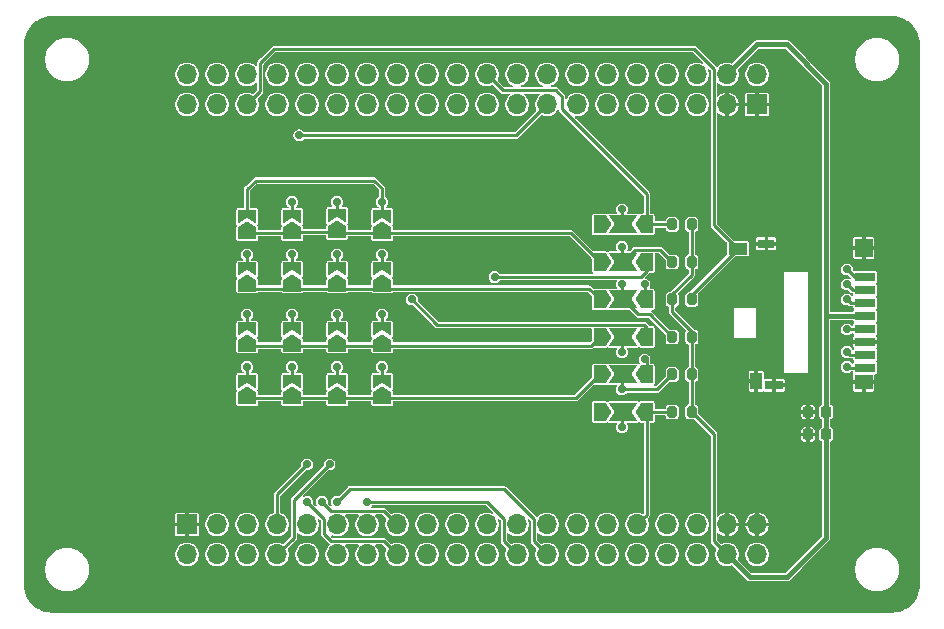
<source format=gbr>
%TF.GenerationSoftware,KiCad,Pcbnew,9.0.2+dfsg-1*%
%TF.CreationDate,2025-06-14T15:38:45+08:00*%
%TF.ProjectId,sd,73642e6b-6963-4616-945f-706362585858,rev?*%
%TF.SameCoordinates,Original*%
%TF.FileFunction,Copper,L1,Top*%
%TF.FilePolarity,Positive*%
%FSLAX46Y46*%
G04 Gerber Fmt 4.6, Leading zero omitted, Abs format (unit mm)*
G04 Created by KiCad (PCBNEW 9.0.2+dfsg-1) date 2025-06-14 15:38:45*
%MOMM*%
%LPD*%
G01*
G04 APERTURE LIST*
G04 Aperture macros list*
%AMRoundRect*
0 Rectangle with rounded corners*
0 $1 Rounding radius*
0 $2 $3 $4 $5 $6 $7 $8 $9 X,Y pos of 4 corners*
0 Add a 4 corners polygon primitive as box body*
4,1,4,$2,$3,$4,$5,$6,$7,$8,$9,$2,$3,0*
0 Add four circle primitives for the rounded corners*
1,1,$1+$1,$2,$3*
1,1,$1+$1,$4,$5*
1,1,$1+$1,$6,$7*
1,1,$1+$1,$8,$9*
0 Add four rect primitives between the rounded corners*
20,1,$1+$1,$2,$3,$4,$5,0*
20,1,$1+$1,$4,$5,$6,$7,0*
20,1,$1+$1,$6,$7,$8,$9,0*
20,1,$1+$1,$8,$9,$2,$3,0*%
%AMFreePoly0*
4,1,6,1.000000,0.000000,0.500000,-0.750000,-0.500000,-0.750000,-0.500000,0.750000,0.500000,0.750000,1.000000,0.000000,1.000000,0.000000,$1*%
%AMFreePoly1*
4,1,6,0.500000,-0.750000,-0.650000,-0.750000,-0.150000,0.000000,-0.650000,0.750000,0.500000,0.750000,0.500000,-0.750000,0.500000,-0.750000,$1*%
%AMFreePoly2*
4,1,7,0.700000,0.000000,1.200000,-0.750000,-1.200000,-0.750000,-0.700000,0.000000,-1.200000,0.750000,1.200000,0.750000,0.700000,0.000000,0.700000,0.000000,$1*%
G04 Aperture macros list end*
%TA.AperFunction,SMDPad,CuDef*%
%ADD10FreePoly0,90.000000*%
%TD*%
%TA.AperFunction,SMDPad,CuDef*%
%ADD11FreePoly1,90.000000*%
%TD*%
%TA.AperFunction,SMDPad,CuDef*%
%ADD12RoundRect,0.200000X0.200000X0.275000X-0.200000X0.275000X-0.200000X-0.275000X0.200000X-0.275000X0*%
%TD*%
%TA.AperFunction,SMDPad,CuDef*%
%ADD13FreePoly0,180.000000*%
%TD*%
%TA.AperFunction,SMDPad,CuDef*%
%ADD14FreePoly2,180.000000*%
%TD*%
%TA.AperFunction,SMDPad,CuDef*%
%ADD15FreePoly0,0.000000*%
%TD*%
%TA.AperFunction,ComponentPad*%
%ADD16R,1.700000X1.700000*%
%TD*%
%TA.AperFunction,ComponentPad*%
%ADD17O,1.700000X1.700000*%
%TD*%
%TA.AperFunction,SMDPad,CuDef*%
%ADD18R,1.750000X0.700000*%
%TD*%
%TA.AperFunction,SMDPad,CuDef*%
%ADD19R,1.000000X1.450000*%
%TD*%
%TA.AperFunction,SMDPad,CuDef*%
%ADD20R,1.550000X1.000000*%
%TD*%
%TA.AperFunction,SMDPad,CuDef*%
%ADD21R,1.500000X0.800000*%
%TD*%
%TA.AperFunction,SMDPad,CuDef*%
%ADD22R,1.500000X1.300000*%
%TD*%
%TA.AperFunction,SMDPad,CuDef*%
%ADD23R,1.500000X1.500000*%
%TD*%
%TA.AperFunction,SMDPad,CuDef*%
%ADD24R,1.400000X0.800000*%
%TD*%
%TA.AperFunction,SMDPad,CuDef*%
%ADD25RoundRect,0.200000X-0.200000X-0.275000X0.200000X-0.275000X0.200000X0.275000X-0.200000X0.275000X0*%
%TD*%
%TA.AperFunction,SMDPad,CuDef*%
%ADD26RoundRect,0.225000X0.225000X0.250000X-0.225000X0.250000X-0.225000X-0.250000X0.225000X-0.250000X0*%
%TD*%
%TA.AperFunction,ViaPad*%
%ADD27C,0.700000*%
%TD*%
%TA.AperFunction,Conductor*%
%ADD28C,0.381000*%
%TD*%
%TA.AperFunction,Conductor*%
%ADD29C,0.228600*%
%TD*%
G04 APERTURE END LIST*
D10*
%TO.P,JP18,1,A*%
%TO.N,SPI_MOSI*%
X151130000Y-92800000D03*
D11*
%TO.P,JP18,2,B*%
%TO.N,SDIO_CLK*%
X151130000Y-91350000D03*
%TD*%
D10*
%TO.P,JP11,1,A*%
%TO.N,SPI_CLK*%
X139700000Y-97880000D03*
D11*
%TO.P,JP11,2,B*%
%TO.N,SPI1_CLK*%
X139700000Y-96430000D03*
%TD*%
D12*
%TO.P,R5,1*%
%TO.N,VCC*%
X177355000Y-100330000D03*
%TO.P,R5,2*%
%TO.N,/SD_DAT0*%
X175705000Y-100330000D03*
%TD*%
D13*
%TO.P,JP3,1,A*%
%TO.N,SDIO_CMD*%
X173545000Y-93980000D03*
D14*
%TO.P,JP3,2,C*%
%TO.N,/SD_CMD*%
X171545000Y-93980000D03*
D15*
%TO.P,JP3,3,B*%
%TO.N,SPI_MOSI*%
X169545000Y-93980000D03*
%TD*%
D10*
%TO.P,JP14,1,A*%
%TO.N,SPI_CLK*%
X151130000Y-97880000D03*
D11*
%TO.P,JP14,2,B*%
%TO.N,SDIO_DAT2*%
X151130000Y-96430000D03*
%TD*%
D16*
%TO.P,J5,1,GND*%
%TO.N,GND*%
X182880000Y-77470000D03*
D17*
%TO.P,J5,2,5V*%
%TO.N,unconnected-(J5-5V-Pad2)*%
X182880000Y-74930000D03*
%TO.P,J5,3,GND*%
%TO.N,GND*%
X180340000Y-77470000D03*
%TO.P,J5,4,3.3V*%
%TO.N,VCC*%
X180340000Y-74930000D03*
%TO.P,J5,5,U16*%
%TO.N,unconnected-(J5-U16-Pad5)*%
X177800000Y-77470000D03*
%TO.P,J5,6,U15*%
%TO.N,unconnected-(J5-U15-Pad6)*%
X177800000Y-74930000D03*
%TO.P,J5,7,U14*%
%TO.N,unconnected-(J5-U14-Pad7)*%
X175260000Y-77470000D03*
%TO.P,J5,8,U13*%
%TO.N,unconnected-(J5-U13-Pad8)*%
X175260000Y-74930000D03*
%TO.P,J5,9,PA9*%
%TO.N,unconnected-(J5-PA9-Pad9)*%
X172720000Y-77470000D03*
%TO.P,J5,10,PA8*%
%TO.N,unconnected-(J5-PA8-Pad10)*%
X172720000Y-74930000D03*
%TO.P,J5,11,PA11*%
%TO.N,unconnected-(J5-PA11-Pad11)*%
X170180000Y-77470000D03*
%TO.P,J5,12,PA10*%
%TO.N,unconnected-(J5-PA10-Pad12)*%
X170180000Y-74930000D03*
%TO.P,J5,13,PA13*%
%TO.N,unconnected-(J5-PA13-Pad13)*%
X167640000Y-77470000D03*
%TO.P,J5,14,PA12*%
%TO.N,unconnected-(J5-PA12-Pad14)*%
X167640000Y-74930000D03*
%TO.P,J5,15,PA15*%
%TO.N,SPI1A_CS*%
X165100000Y-77470000D03*
%TO.P,J5,16,PA14*%
%TO.N,unconnected-(J5-PA14-Pad16)*%
X165100000Y-74930000D03*
%TO.P,J5,17,U12*%
%TO.N,unconnected-(J5-U12-Pad17)*%
X162560000Y-77470000D03*
%TO.P,J5,18,U11*%
%TO.N,unconnected-(J5-U11-Pad18)*%
X162560000Y-74930000D03*
%TO.P,J5,19,PC11*%
%TO.N,SDIO_DAT3*%
X160020000Y-77470000D03*
%TO.P,J5,20,PC10*%
%TO.N,SDIO_DAT2*%
X160020000Y-74930000D03*
%TO.P,J5,21,U8*%
%TO.N,unconnected-(J5-U8-Pad21)*%
X157480000Y-77470000D03*
%TO.P,J5,22,PC12*%
%TO.N,SDIO_CLK*%
X157480000Y-74930000D03*
%TO.P,J5,23,PB3*%
%TO.N,SPI1A_CLK*%
X154940000Y-77470000D03*
%TO.P,J5,24,PD2*%
%TO.N,SDIO_CMD*%
X154940000Y-74930000D03*
%TO.P,J5,25,PB5*%
%TO.N,SPI1A_MOSI*%
X152400000Y-77470000D03*
%TO.P,J5,26,PB4*%
%TO.N,SPI1A_MISO*%
X152400000Y-74930000D03*
%TO.P,J5,27,PB7*%
%TO.N,unconnected-(J5-PB7-Pad27)*%
X149860000Y-77470000D03*
%TO.P,J5,28,PB6*%
%TO.N,unconnected-(J5-PB6-Pad28)*%
X149860000Y-74930000D03*
%TO.P,J5,29,PB9*%
%TO.N,unconnected-(J5-PB9-Pad29)*%
X147320000Y-77470000D03*
%TO.P,J5,30,PB8*%
%TO.N,unconnected-(J5-PB8-Pad30)*%
X147320000Y-74930000D03*
%TO.P,J5,31,U10*%
%TO.N,unconnected-(J5-U10-Pad31)*%
X144780000Y-77470000D03*
%TO.P,J5,32,U9*%
%TO.N,unconnected-(J5-U9-Pad32)*%
X144780000Y-74930000D03*
%TO.P,J5,33,PC13*%
%TO.N,unconnected-(J5-PC13-Pad33)*%
X142240000Y-77470000D03*
%TO.P,J5,34,PC14*%
%TO.N,unconnected-(J5-PC14-Pad34)*%
X142240000Y-74930000D03*
%TO.P,J5,35,PC15*%
%TO.N,DET*%
X139700000Y-77470000D03*
%TO.P,J5,36,U7*%
%TO.N,unconnected-(J5-U7-Pad36)*%
X139700000Y-74930000D03*
%TO.P,J5,37,U6*%
%TO.N,unconnected-(J5-U6-Pad37)*%
X137160000Y-77470000D03*
%TO.P,J5,38,U5*%
%TO.N,unconnected-(J5-U5-Pad38)*%
X137160000Y-74930000D03*
%TO.P,J5,39,GND*%
%TO.N,unconnected-(J5-GND-Pad39)*%
X134620000Y-77470000D03*
%TO.P,J5,40,VB*%
%TO.N,unconnected-(J5-VB-Pad40)*%
X134620000Y-74930000D03*
%TD*%
D16*
%TO.P,J4,1,GND*%
%TO.N,GND*%
X134620000Y-113030000D03*
D17*
%TO.P,J4,2,VA*%
%TO.N,unconnected-(J4-VA-Pad2)*%
X134620000Y-115570000D03*
%TO.P,J4,3,NRST*%
%TO.N,unconnected-(J4-NRST-Pad3)*%
X137160000Y-113030000D03*
%TO.P,J4,4,BO0*%
%TO.N,unconnected-(J4-BO0-Pad4)*%
X137160000Y-115570000D03*
%TO.P,J4,5,PC1*%
%TO.N,unconnected-(J4-PC1-Pad5)*%
X139700000Y-113030000D03*
%TO.P,J4,6,PC0*%
%TO.N,unconnected-(J4-PC0-Pad6)*%
X139700000Y-115570000D03*
%TO.P,J4,7,PC3*%
%TO.N,SPI2_MOSI*%
X142240000Y-113030000D03*
%TO.P,J4,8,PC2*%
%TO.N,SPI2_MISO*%
X142240000Y-115570000D03*
%TO.P,J4,9,PA1*%
%TO.N,unconnected-(J4-PA1-Pad9)*%
X144780000Y-113030000D03*
%TO.P,J4,10,PA0*%
%TO.N,unconnected-(J4-PA0-Pad10)*%
X144780000Y-115570000D03*
%TO.P,J4,11,PA3*%
%TO.N,unconnected-(J4-PA3-Pad11)*%
X147320000Y-113030000D03*
%TO.P,J4,12,PA2*%
%TO.N,unconnected-(J4-PA2-Pad12)*%
X147320000Y-115570000D03*
%TO.P,J4,13,PA5*%
%TO.N,SPI1_CLK*%
X149860000Y-113030000D03*
%TO.P,J4,14,PA4*%
%TO.N,SPI1_CS*%
X149860000Y-115570000D03*
%TO.P,J4,15,PA7*%
%TO.N,SPI1_MOSI*%
X152400000Y-113030000D03*
%TO.P,J4,16,PA6*%
%TO.N,SPI1_MISO*%
X152400000Y-115570000D03*
%TO.P,J4,17,PC5*%
%TO.N,unconnected-(J4-PC5-Pad17)*%
X154940000Y-113030000D03*
%TO.P,J4,18,PC4*%
%TO.N,unconnected-(J4-PC4-Pad18)*%
X154940000Y-115570000D03*
%TO.P,J4,19,PB1*%
%TO.N,unconnected-(J4-PB1-Pad19)*%
X157480000Y-113030000D03*
%TO.P,J4,20,PB0*%
%TO.N,unconnected-(J4-PB0-Pad20)*%
X157480000Y-115570000D03*
%TO.P,J4,21,U0*%
%TO.N,unconnected-(J4-U0-Pad21)*%
X160020000Y-113030000D03*
%TO.P,J4,22,PB2*%
%TO.N,unconnected-(J4-PB2-Pad22)*%
X160020000Y-115570000D03*
%TO.P,J4,23,PB11*%
%TO.N,unconnected-(J4-PB11-Pad23)*%
X162560000Y-113030000D03*
%TO.P,J4,24,PB10*%
%TO.N,SPI2_CLK*%
X162560000Y-115570000D03*
%TO.P,J4,25,PB13*%
%TO.N,unconnected-(J4-PB13-Pad25)*%
X165100000Y-113030000D03*
%TO.P,J4,26,PB12*%
%TO.N,SPI2_CS*%
X165100000Y-115570000D03*
%TO.P,J4,27,PB15*%
%TO.N,unconnected-(J4-PB15-Pad27)*%
X167640000Y-113030000D03*
%TO.P,J4,28,PB14*%
%TO.N,unconnected-(J4-PB14-Pad28)*%
X167640000Y-115570000D03*
%TO.P,J4,29,PC7*%
%TO.N,unconnected-(J4-PC7-Pad29)*%
X170180000Y-113030000D03*
%TO.P,J4,30,PC6*%
%TO.N,unconnected-(J4-PC6-Pad30)*%
X170180000Y-115570000D03*
%TO.P,J4,31,PC9*%
%TO.N,SDIO_DAT1*%
X172720000Y-113030000D03*
%TO.P,J4,32,PC8*%
%TO.N,SDIO_DAT0*%
X172720000Y-115570000D03*
%TO.P,J4,33,U2*%
%TO.N,unconnected-(J4-U2-Pad33)*%
X175260000Y-113030000D03*
%TO.P,J4,34,U1*%
%TO.N,unconnected-(J4-U1-Pad34)*%
X175260000Y-115570000D03*
%TO.P,J4,35,U4*%
%TO.N,unconnected-(J4-U4-Pad35)*%
X177800000Y-113030000D03*
%TO.P,J4,36,U3*%
%TO.N,unconnected-(J4-U3-Pad36)*%
X177800000Y-115570000D03*
%TO.P,J4,37,GND*%
%TO.N,GND*%
X180340000Y-113030000D03*
%TO.P,J4,38,3.3V*%
%TO.N,VCC*%
X180340000Y-115570000D03*
%TO.P,J4,39,GND*%
%TO.N,GND*%
X182880000Y-113030000D03*
%TO.P,J4,40,5V*%
%TO.N,unconnected-(J4-5V-Pad40)*%
X182880000Y-115570000D03*
%TD*%
D10*
%TO.P,JP13,1,A*%
%TO.N,SPI_CLK*%
X147320000Y-97880000D03*
D11*
%TO.P,JP13,2,B*%
%TO.N,SPI2_CLK*%
X147320000Y-96430000D03*
%TD*%
D10*
%TO.P,JP8,1,A*%
%TO.N,SPI_CS*%
X143510000Y-88355000D03*
D11*
%TO.P,JP8,2,B*%
%TO.N,SPI1A_CS*%
X143510000Y-86905000D03*
%TD*%
D18*
%TO.P,J1,1,DAT2*%
%TO.N,/SD_DAT2*%
X192040000Y-92075000D03*
%TO.P,J1,2,DAT3/CD*%
%TO.N,/SD_DAT3*%
X192040000Y-93175000D03*
%TO.P,J1,3,CMD*%
%TO.N,/SD_CMD*%
X192040000Y-94275000D03*
%TO.P,J1,4,VDD*%
%TO.N,VCC*%
X192040000Y-95375000D03*
%TO.P,J1,5,CLK*%
%TO.N,/SD_CLK*%
X192040000Y-96475000D03*
%TO.P,J1,6,VSS*%
%TO.N,GND*%
X192040000Y-97575000D03*
%TO.P,J1,7,DAT0*%
%TO.N,/SD_DAT0*%
X192040000Y-98675000D03*
%TO.P,J1,8,DAT1*%
%TO.N,/SD_DAT1*%
X192040000Y-99775000D03*
D19*
%TO.P,J1,9,DET_B*%
%TO.N,GND*%
X182815000Y-100900000D03*
D20*
%TO.P,J1,10,DET_A*%
%TO.N,DET*%
X181240000Y-89675000D03*
D21*
%TO.P,J1,11,SHIELD*%
%TO.N,GND*%
X184315000Y-101225000D03*
D22*
X191915000Y-100975000D03*
D23*
X191915000Y-89625000D03*
D24*
X183665000Y-89275000D03*
%TD*%
D10*
%TO.P,JP22,1,A*%
%TO.N,SPI_MISO*%
X151130000Y-102325000D03*
D11*
%TO.P,JP22,2,B*%
%TO.N,SDIO_DAT3*%
X151130000Y-100875000D03*
%TD*%
D10*
%TO.P,JP16,1,A*%
%TO.N,SPI_MOSI*%
X143510000Y-92800000D03*
D11*
%TO.P,JP16,2,B*%
%TO.N,SPI1A_MOSI*%
X143510000Y-91350000D03*
%TD*%
D12*
%TO.P,R1,1*%
%TO.N,VCC*%
X177355000Y-87630000D03*
%TO.P,R1,2*%
%TO.N,SDIO_DAT2*%
X175705000Y-87630000D03*
%TD*%
D10*
%TO.P,JP10,1,A*%
%TO.N,SPI_CS*%
X151130000Y-88355000D03*
D11*
%TO.P,JP10,2,B*%
%TO.N,SPI1_CS*%
X151130000Y-86905000D03*
%TD*%
D13*
%TO.P,JP2,1,A*%
%TO.N,SDIO_DAT3*%
X173545000Y-90805000D03*
D14*
%TO.P,JP2,2,C*%
%TO.N,/SD_DAT3*%
X171545000Y-90805000D03*
D15*
%TO.P,JP2,3,B*%
%TO.N,SPI_CS*%
X169545000Y-90805000D03*
%TD*%
D12*
%TO.P,R2,1*%
%TO.N,VCC*%
X177355000Y-103505000D03*
%TO.P,R2,2*%
%TO.N,SDIO_DAT1*%
X175705000Y-103505000D03*
%TD*%
D13*
%TO.P,JP6,1,A*%
%TO.N,SDIO_DAT1*%
X173545000Y-103505000D03*
D14*
%TO.P,JP6,2,C*%
%TO.N,/SD_DAT1*%
X171545000Y-103505000D03*
D15*
%TO.P,JP6,3,B*%
%TO.N,unconnected-(JP6-B-Pad3)*%
X169545000Y-103505000D03*
%TD*%
D10*
%TO.P,JP19,1,A*%
%TO.N,SPI_MISO*%
X139700000Y-102325000D03*
D11*
%TO.P,JP19,2,B*%
%TO.N,SPI1_MISO*%
X139700000Y-100875000D03*
%TD*%
D13*
%TO.P,JP4,1,A*%
%TO.N,SDIO_CLK*%
X173545000Y-97155000D03*
D14*
%TO.P,JP4,2,C*%
%TO.N,/SD_CLK*%
X171545000Y-97155000D03*
D15*
%TO.P,JP4,3,B*%
%TO.N,SPI_CLK*%
X169545000Y-97155000D03*
%TD*%
D10*
%TO.P,JP9,1,A*%
%TO.N,SPI_CS*%
X147320000Y-88265000D03*
D11*
%TO.P,JP9,2,B*%
%TO.N,SPI2_CS*%
X147320000Y-86815000D03*
%TD*%
D25*
%TO.P,R6,1*%
%TO.N,VCC*%
X175705000Y-93980000D03*
%TO.P,R6,2*%
%TO.N,DET*%
X177355000Y-93980000D03*
%TD*%
D10*
%TO.P,JP21,1,A*%
%TO.N,SPI_MISO*%
X147320000Y-102325000D03*
D11*
%TO.P,JP21,2,B*%
%TO.N,SPI2_MISO*%
X147320000Y-100875000D03*
%TD*%
D13*
%TO.P,JP5,1,A*%
%TO.N,SDIO_DAT0*%
X173545000Y-100330000D03*
D14*
%TO.P,JP5,2,C*%
%TO.N,/SD_DAT0*%
X171545000Y-100330000D03*
D15*
%TO.P,JP5,3,B*%
%TO.N,SPI_MISO*%
X169545000Y-100330000D03*
%TD*%
D13*
%TO.P,JP1,1,A*%
%TO.N,SDIO_DAT2*%
X173545000Y-87630000D03*
D14*
%TO.P,JP1,2,C*%
%TO.N,/SD_DAT2*%
X171545000Y-87630000D03*
D15*
%TO.P,JP1,3,B*%
%TO.N,unconnected-(JP1-B-Pad3)*%
X169545000Y-87630000D03*
%TD*%
D10*
%TO.P,JP15,1,A*%
%TO.N,SPI_MOSI*%
X139700000Y-92800000D03*
D11*
%TO.P,JP15,2,B*%
%TO.N,SPI1_MOSI*%
X139700000Y-91350000D03*
%TD*%
D10*
%TO.P,JP17,1,A*%
%TO.N,SPI_MOSI*%
X147320000Y-92800000D03*
D11*
%TO.P,JP17,2,B*%
%TO.N,SPI2_MOSI*%
X147320000Y-91350000D03*
%TD*%
D10*
%TO.P,JP12,1,A*%
%TO.N,SPI_CLK*%
X143510000Y-97880000D03*
D11*
%TO.P,JP12,2,B*%
%TO.N,SPI1A_CLK*%
X143510000Y-96430000D03*
%TD*%
D12*
%TO.P,R4,1*%
%TO.N,VCC*%
X177355000Y-97155000D03*
%TO.P,R4,2*%
%TO.N,/SD_CMD*%
X175705000Y-97155000D03*
%TD*%
D10*
%TO.P,JP7,1,A*%
%TO.N,SPI_CS*%
X139700000Y-88355000D03*
D11*
%TO.P,JP7,2,B*%
%TO.N,SPI1_CS*%
X139700000Y-86905000D03*
%TD*%
D10*
%TO.P,JP20,1,A*%
%TO.N,SPI_MISO*%
X143510000Y-102325000D03*
D11*
%TO.P,JP20,2,B*%
%TO.N,SPI1A_MISO*%
X143510000Y-100875000D03*
%TD*%
D26*
%TO.P,C1,1*%
%TO.N,VCC*%
X188735000Y-103505000D03*
%TO.P,C1,2*%
%TO.N,GND*%
X187185000Y-103505000D03*
%TD*%
D12*
%TO.P,R3,1*%
%TO.N,VCC*%
X177355000Y-90805000D03*
%TO.P,R3,2*%
%TO.N,/SD_DAT3*%
X175705000Y-90805000D03*
%TD*%
D26*
%TO.P,C2,1*%
%TO.N,VCC*%
X188735000Y-105410000D03*
%TO.P,C2,2*%
%TO.N,GND*%
X187185000Y-105410000D03*
%TD*%
D27*
%TO.N,GND*%
X145415000Y-85090000D03*
X149225000Y-85090000D03*
X141605000Y-85090000D03*
%TO.N,/SD_CLK*%
X171450000Y-98425000D03*
X190500000Y-96520000D03*
%TO.N,/SD_DAT1*%
X171450000Y-104775000D03*
X190500000Y-99695000D03*
%TO.N,/SD_DAT3*%
X190500000Y-92710000D03*
X171450000Y-89535000D03*
%TO.N,/SD_DAT0*%
X190500000Y-98425000D03*
X171450000Y-101600000D03*
%TO.N,/SD_CMD*%
X190500000Y-93980000D03*
X171450000Y-92710000D03*
%TO.N,/SD_DAT2*%
X171450000Y-86360000D03*
X190500000Y-91440000D03*
%TO.N,SPI2_MISO*%
X147320000Y-99695000D03*
X146685000Y-107950000D03*
%TO.N,SPI2_MOSI*%
X144780000Y-107950000D03*
X147320000Y-90170000D03*
%TO.N,SPI2_CLK*%
X147320000Y-95250000D03*
X149860000Y-111125000D03*
%TO.N,SPI1_CS*%
X151130000Y-85725000D03*
%TO.N,SPI1_CLK*%
X139700000Y-95250000D03*
%TO.N,SPI1_MISO*%
X144780000Y-111125000D03*
X139700000Y-99695000D03*
%TO.N,SDIO_DAT0*%
X173355000Y-99060000D03*
%TO.N,SPI1_MOSI*%
X146050000Y-111125000D03*
X139700000Y-90170000D03*
%TO.N,SPI2_CS*%
X147320000Y-111125000D03*
X147320000Y-85725000D03*
%TO.N,SPI1A_MISO*%
X143510000Y-99695000D03*
%TO.N,SDIO_DAT2*%
X151130000Y-95250000D03*
%TO.N,SPI1A_CS*%
X143510000Y-85725000D03*
X144119538Y-80089300D03*
%TO.N,SPI1A_CLK*%
X143510000Y-95250000D03*
%TO.N,SDIO_DAT3*%
X151130000Y-99695000D03*
X160655000Y-92075000D03*
%TO.N,SDIO_CLK*%
X153670000Y-93980000D03*
X151130000Y-90170000D03*
%TO.N,SDIO_CMD*%
X173355000Y-92710000D03*
%TO.N,SPI1A_MOSI*%
X143510000Y-90170000D03*
%TD*%
D28*
%TO.N,VCC*%
X188735000Y-105410000D02*
X188735000Y-114160000D01*
X188735000Y-103505000D02*
X188735000Y-95410000D01*
X188735000Y-95410000D02*
X188735000Y-75705000D01*
X180340000Y-74930000D02*
X182880000Y-72390000D01*
D29*
X177355000Y-97155000D02*
X177355000Y-96710000D01*
D28*
X182880000Y-72390000D02*
X185420000Y-72390000D01*
D29*
X177355000Y-91885000D02*
X177355000Y-90805000D01*
D28*
X188735000Y-105410000D02*
X188735000Y-103505000D01*
X188735000Y-75705000D02*
X185420000Y-72390000D01*
D29*
X175705000Y-93535000D02*
X177355000Y-91885000D01*
D28*
X185420000Y-117475000D02*
X182245000Y-117475000D01*
D29*
X177355000Y-103505000D02*
X177355000Y-100330000D01*
X179222300Y-105372300D02*
X177355000Y-103505000D01*
D28*
X188735000Y-95410000D02*
X188770000Y-95375000D01*
D29*
X177355000Y-100330000D02*
X177355000Y-97155000D01*
X179222300Y-114452300D02*
X179222300Y-105372300D01*
X177355000Y-96710000D02*
X175705000Y-95060000D01*
X175705000Y-93980000D02*
X175705000Y-93535000D01*
D28*
X188770000Y-95375000D02*
X192040000Y-95375000D01*
D29*
X175705000Y-95060000D02*
X175705000Y-93980000D01*
X177355000Y-90805000D02*
X177355000Y-87630000D01*
D28*
X188735000Y-114160000D02*
X185420000Y-117475000D01*
D29*
X180340000Y-115570000D02*
X179222300Y-114452300D01*
D28*
X182245000Y-117475000D02*
X180340000Y-115570000D01*
D29*
%TO.N,/SD_CLK*%
X171450000Y-98425000D02*
X171450000Y-97250000D01*
X192040000Y-96475000D02*
X190545000Y-96475000D01*
X190545000Y-96475000D02*
X190500000Y-96520000D01*
%TO.N,/SD_DAT1*%
X190580000Y-99775000D02*
X190500000Y-99695000D01*
X171450000Y-104775000D02*
X171450000Y-103600000D01*
X192040000Y-99775000D02*
X190580000Y-99775000D01*
%TO.N,DET*%
X179222300Y-74447300D02*
X179222300Y-87657300D01*
X140817700Y-76352300D02*
X140817700Y-73972300D01*
X179222300Y-87657300D02*
X181240000Y-89675000D01*
X177355000Y-93980000D02*
X177355000Y-93560000D01*
X177355000Y-93560000D02*
X181240000Y-89675000D01*
X140817700Y-73972300D02*
X142010000Y-72780000D01*
X139700000Y-77470000D02*
X140817700Y-76352300D01*
X177555000Y-72780000D02*
X179222300Y-74447300D01*
X142010000Y-72780000D02*
X177555000Y-72780000D01*
%TO.N,/SD_DAT3*%
X171450000Y-89535000D02*
X171450000Y-90710000D01*
X174682300Y-89782300D02*
X175705000Y-90805000D01*
X190965000Y-93175000D02*
X190500000Y-92710000D01*
X172567700Y-89782300D02*
X174682300Y-89782300D01*
X192040000Y-93175000D02*
X190965000Y-93175000D01*
X171545000Y-90805000D02*
X172567700Y-89782300D01*
%TO.N,/SD_DAT0*%
X190750000Y-98675000D02*
X190500000Y-98425000D01*
X192040000Y-98675000D02*
X190750000Y-98675000D01*
X174435000Y-101600000D02*
X171450000Y-101600000D01*
X175705000Y-100330000D02*
X174435000Y-101600000D01*
X171450000Y-101600000D02*
X171450000Y-100425000D01*
%TO.N,/SD_CMD*%
X173800000Y-95250000D02*
X172815000Y-95250000D01*
X192040000Y-94275000D02*
X190795000Y-94275000D01*
X190795000Y-94275000D02*
X190500000Y-93980000D01*
X175705000Y-97155000D02*
X173800000Y-95250000D01*
X172815000Y-95250000D02*
X171545000Y-93980000D01*
X171450000Y-92710000D02*
X171450000Y-93885000D01*
%TO.N,/SD_DAT2*%
X192040000Y-92075000D02*
X191135000Y-92075000D01*
X191135000Y-92075000D02*
X190500000Y-91440000D01*
X171450000Y-86360000D02*
X171450000Y-87535000D01*
%TO.N,SPI2_MISO*%
X143662300Y-110972700D02*
X146685000Y-107950000D01*
X143662300Y-114147700D02*
X143662300Y-110972700D01*
X142240000Y-115570000D02*
X143662300Y-114147700D01*
X147320000Y-100875000D02*
X147320000Y-99695000D01*
%TO.N,SPI2_MOSI*%
X144780000Y-107950000D02*
X142240000Y-110490000D01*
X142240000Y-110490000D02*
X142240000Y-113030000D01*
X147320000Y-91350000D02*
X147320000Y-90170000D01*
%TO.N,SPI2_CLK*%
X160020000Y-111125000D02*
X161442300Y-112547300D01*
X149860000Y-111125000D02*
X160020000Y-111125000D01*
X147320000Y-96430000D02*
X147320000Y-95250000D01*
X161442300Y-114452300D02*
X162560000Y-115570000D01*
X161442300Y-112547300D02*
X161442300Y-114452300D01*
%TO.N,SDIO_DAT1*%
X173545000Y-103505000D02*
X175705000Y-103505000D01*
X173545000Y-103505000D02*
X173545000Y-112205000D01*
X173545000Y-112205000D02*
X172720000Y-113030000D01*
%TO.N,SPI1_CS*%
X151130000Y-84570000D02*
X151130000Y-85725000D01*
X139700000Y-86905000D02*
X139700000Y-84640000D01*
X150470000Y-83910000D02*
X151130000Y-84570000D01*
X151130000Y-86905000D02*
X151130000Y-85725000D01*
X139700000Y-84640000D02*
X140430000Y-83910000D01*
X140430000Y-83910000D02*
X150470000Y-83910000D01*
%TO.N,SPI1_CLK*%
X139700000Y-96430000D02*
X139700000Y-95250000D01*
%TO.N,SPI1_MISO*%
X146202300Y-113817300D02*
X146837300Y-114452300D01*
X144780000Y-111125000D02*
X146202300Y-112547300D01*
X146202300Y-112547300D02*
X146202300Y-113817300D01*
X139700000Y-100875000D02*
X139700000Y-99695000D01*
X146837300Y-114452300D02*
X151282300Y-114452300D01*
X151282300Y-114452300D02*
X152400000Y-115570000D01*
%TO.N,SDIO_DAT0*%
X173545000Y-99250000D02*
X173355000Y-99060000D01*
X173545000Y-100330000D02*
X173545000Y-99250000D01*
%TO.N,SPI1_MOSI*%
X146050000Y-111125000D02*
X146837300Y-111912300D01*
X139700000Y-91350000D02*
X139700000Y-90170000D01*
X146837300Y-111912300D02*
X151282300Y-111912300D01*
X151282300Y-111912300D02*
X152400000Y-113030000D01*
%TO.N,SPI2_CS*%
X163982300Y-114452300D02*
X165100000Y-115570000D01*
X148395000Y-110050000D02*
X161465266Y-110050000D01*
X147320000Y-111125000D02*
X148395000Y-110050000D01*
X163982300Y-112567033D02*
X163982300Y-114452300D01*
X147320000Y-86815000D02*
X147320000Y-85725000D01*
X161465266Y-110050000D02*
X163982300Y-112567033D01*
%TO.N,SPI1A_MISO*%
X143510000Y-100875000D02*
X143510000Y-99695000D01*
%TO.N,SDIO_DAT2*%
X166370000Y-76810000D02*
X166370000Y-77888430D01*
X151130000Y-96430000D02*
X151130000Y-95250000D01*
X166370000Y-77888430D02*
X173545000Y-85063430D01*
X175705000Y-87630000D02*
X173545000Y-87630000D01*
X165836100Y-76276100D02*
X166370000Y-76810000D01*
X160020000Y-74930000D02*
X161366100Y-76276100D01*
X161366100Y-76276100D02*
X165836100Y-76276100D01*
X173545000Y-85063430D02*
X173545000Y-87630000D01*
%TO.N,SPI1A_CS*%
X162480700Y-80089300D02*
X144119538Y-80089300D01*
X165100000Y-77470000D02*
X162480700Y-80089300D01*
X143510000Y-86905000D02*
X143510000Y-85725000D01*
%TO.N,SPI1A_CLK*%
X143510000Y-96430000D02*
X143510000Y-95250000D01*
%TO.N,SDIO_DAT3*%
X173030000Y-92075000D02*
X160655000Y-92075000D01*
X151130000Y-100875000D02*
X151130000Y-99695000D01*
X173545000Y-91560000D02*
X173030000Y-92075000D01*
X173545000Y-90805000D02*
X173545000Y-91560000D01*
%TO.N,SDIO_CLK*%
X173277300Y-96132300D02*
X155822300Y-96132300D01*
X173545000Y-96400000D02*
X173277300Y-96132300D01*
X155822300Y-96132300D02*
X153670000Y-93980000D01*
X173545000Y-97155000D02*
X173545000Y-96400000D01*
X151130000Y-91350000D02*
X151130000Y-90170000D01*
%TO.N,SDIO_CMD*%
X173355000Y-92710000D02*
X173355000Y-93790000D01*
%TO.N,SPI_CS*%
X151130000Y-88355000D02*
X147410000Y-88355000D01*
X167095000Y-88355000D02*
X151130000Y-88355000D01*
X147320000Y-88265000D02*
X143600000Y-88265000D01*
X169545000Y-90805000D02*
X167095000Y-88355000D01*
X143510000Y-88355000D02*
X139700000Y-88355000D01*
%TO.N,SPI_MOSI*%
X139700000Y-93060000D02*
X143510000Y-93060000D01*
X168625000Y-93060000D02*
X169545000Y-93980000D01*
X147320000Y-93060000D02*
X151130000Y-93060000D01*
X143510000Y-93060000D02*
X147320000Y-93060000D01*
X151130000Y-93060000D02*
X168625000Y-93060000D01*
%TO.N,SPI_CLK*%
X168820000Y-97880000D02*
X169545000Y-97155000D01*
X147320000Y-97880000D02*
X151130000Y-97880000D01*
X151130000Y-97880000D02*
X168820000Y-97880000D01*
X139700000Y-97880000D02*
X143510000Y-97880000D01*
X143510000Y-97880000D02*
X147320000Y-97880000D01*
%TO.N,SPI_MISO*%
X139700000Y-102325000D02*
X143510000Y-102325000D01*
X151130000Y-102325000D02*
X167550000Y-102325000D01*
X147320000Y-102325000D02*
X151130000Y-102325000D01*
X167550000Y-102325000D02*
X169545000Y-100330000D01*
X143510000Y-102325000D02*
X147320000Y-102325000D01*
%TO.N,SPI1A_MOSI*%
X143510000Y-91350000D02*
X143510000Y-90170000D01*
%TD*%
%TA.AperFunction,Conductor*%
%TO.N,GND*%
G36*
X150376512Y-84194793D02*
G01*
X150381348Y-84199226D01*
X150840774Y-84658652D01*
X150862514Y-84705272D01*
X150862800Y-84711826D01*
X150862800Y-85255150D01*
X150845207Y-85303488D01*
X150825205Y-85320272D01*
X150821213Y-85322576D01*
X150727582Y-85416207D01*
X150727578Y-85416213D01*
X150661371Y-85530885D01*
X150640808Y-85607630D01*
X150627100Y-85658792D01*
X150627100Y-85791208D01*
X150644755Y-85857100D01*
X150661371Y-85919114D01*
X150727578Y-86033786D01*
X150727582Y-86033792D01*
X150812516Y-86118726D01*
X150834256Y-86165346D01*
X150820942Y-86215033D01*
X150778805Y-86244538D01*
X150759342Y-86247100D01*
X150380000Y-86247100D01*
X150301050Y-86268255D01*
X150301049Y-86268255D01*
X150301048Y-86268256D01*
X150301046Y-86268257D01*
X150243257Y-86326046D01*
X150243256Y-86326048D01*
X150243255Y-86326049D01*
X150243255Y-86326050D01*
X150222100Y-86405000D01*
X150222100Y-86405002D01*
X150222100Y-87555003D01*
X150222426Y-87565161D01*
X150222427Y-87565164D01*
X150248617Y-87642584D01*
X150248618Y-87642585D01*
X150248619Y-87642587D01*
X150255948Y-87649027D01*
X150280642Y-87694151D01*
X150270554Y-87744592D01*
X150261165Y-87756947D01*
X150243255Y-87776049D01*
X150243254Y-87776050D01*
X150222100Y-87854999D01*
X150222100Y-88012600D01*
X150204507Y-88060938D01*
X150159958Y-88086658D01*
X150146900Y-88087800D01*
X148303100Y-88087800D01*
X148254762Y-88070207D01*
X148229042Y-88025658D01*
X148227900Y-88012600D01*
X148227900Y-87765000D01*
X148227899Y-87764995D01*
X148214366Y-87707095D01*
X148211543Y-87695015D01*
X148211542Y-87695014D01*
X148211542Y-87695013D01*
X148185181Y-87665018D01*
X148166487Y-87617095D01*
X148182971Y-87568368D01*
X148188494Y-87562201D01*
X148206743Y-87543952D01*
X148206745Y-87543950D01*
X148227900Y-87465000D01*
X148227900Y-86315000D01*
X148206745Y-86236050D01*
X148206743Y-86236048D01*
X148206742Y-86236046D01*
X148148953Y-86178257D01*
X148148951Y-86178256D01*
X148148950Y-86178255D01*
X148070000Y-86157100D01*
X148069997Y-86157100D01*
X147780291Y-86157100D01*
X147731953Y-86139507D01*
X147706233Y-86094958D01*
X147715166Y-86044300D01*
X147720630Y-86036122D01*
X147722414Y-86033794D01*
X147722421Y-86033788D01*
X147788629Y-85919112D01*
X147822900Y-85791208D01*
X147822900Y-85658792D01*
X147788629Y-85530888D01*
X147788628Y-85530887D01*
X147788628Y-85530885D01*
X147751613Y-85466775D01*
X147722421Y-85416212D01*
X147722419Y-85416210D01*
X147722417Y-85416207D01*
X147628792Y-85322582D01*
X147628786Y-85322578D01*
X147514114Y-85256371D01*
X147450160Y-85239235D01*
X147386208Y-85222100D01*
X147253792Y-85222100D01*
X147202630Y-85235808D01*
X147125885Y-85256371D01*
X147011213Y-85322578D01*
X147011207Y-85322582D01*
X146917582Y-85416207D01*
X146917578Y-85416213D01*
X146851371Y-85530885D01*
X146830808Y-85607630D01*
X146817100Y-85658792D01*
X146817100Y-85791208D01*
X146834755Y-85857100D01*
X146851371Y-85919114D01*
X146909756Y-86020238D01*
X146917579Y-86033788D01*
X146917581Y-86033790D01*
X146919370Y-86036122D01*
X146919903Y-86037814D01*
X146920043Y-86038056D01*
X146919989Y-86038086D01*
X146934837Y-86085182D01*
X146915151Y-86132705D01*
X146869523Y-86156457D01*
X146859709Y-86157100D01*
X146570000Y-86157100D01*
X146491050Y-86178255D01*
X146491049Y-86178255D01*
X146491048Y-86178256D01*
X146491046Y-86178257D01*
X146433257Y-86236046D01*
X146433256Y-86236048D01*
X146433255Y-86236049D01*
X146433255Y-86236050D01*
X146412100Y-86315000D01*
X146412100Y-86315002D01*
X146412100Y-87465003D01*
X146412426Y-87475161D01*
X146412427Y-87475164D01*
X146438617Y-87552584D01*
X146438618Y-87552585D01*
X146438619Y-87552587D01*
X146445948Y-87559027D01*
X146470642Y-87604151D01*
X146460554Y-87654592D01*
X146451165Y-87666947D01*
X146433255Y-87686049D01*
X146433254Y-87686050D01*
X146412100Y-87764999D01*
X146412100Y-87922600D01*
X146394507Y-87970938D01*
X146349958Y-87996658D01*
X146336900Y-87997800D01*
X144493100Y-87997800D01*
X144444762Y-87980207D01*
X144419042Y-87935658D01*
X144417900Y-87922600D01*
X144417900Y-87855000D01*
X144417899Y-87854995D01*
X144401543Y-87785016D01*
X144401542Y-87785013D01*
X144375181Y-87755018D01*
X144356487Y-87707095D01*
X144372971Y-87658368D01*
X144378494Y-87652201D01*
X144396743Y-87633952D01*
X144396745Y-87633950D01*
X144417900Y-87555000D01*
X144417900Y-86405000D01*
X144396745Y-86326050D01*
X144396743Y-86326048D01*
X144396742Y-86326046D01*
X144338953Y-86268257D01*
X144338951Y-86268256D01*
X144338950Y-86268255D01*
X144260000Y-86247100D01*
X144259997Y-86247100D01*
X143880658Y-86247100D01*
X143832320Y-86229507D01*
X143806600Y-86184958D01*
X143815533Y-86134300D01*
X143827484Y-86118726D01*
X143912417Y-86033792D01*
X143912421Y-86033788D01*
X143978629Y-85919112D01*
X144012900Y-85791208D01*
X144012900Y-85658792D01*
X143978629Y-85530888D01*
X143978628Y-85530887D01*
X143978628Y-85530885D01*
X143941613Y-85466775D01*
X143912421Y-85416212D01*
X143912419Y-85416210D01*
X143912417Y-85416207D01*
X143818792Y-85322582D01*
X143818786Y-85322578D01*
X143704114Y-85256371D01*
X143640160Y-85239235D01*
X143576208Y-85222100D01*
X143443792Y-85222100D01*
X143392630Y-85235808D01*
X143315885Y-85256371D01*
X143201213Y-85322578D01*
X143201207Y-85322582D01*
X143107582Y-85416207D01*
X143107578Y-85416213D01*
X143041371Y-85530885D01*
X143020808Y-85607630D01*
X143007100Y-85658792D01*
X143007100Y-85791208D01*
X143024755Y-85857100D01*
X143041371Y-85919114D01*
X143107578Y-86033786D01*
X143107582Y-86033792D01*
X143192516Y-86118726D01*
X143214256Y-86165346D01*
X143200942Y-86215033D01*
X143158805Y-86244538D01*
X143139342Y-86247100D01*
X142760000Y-86247100D01*
X142681050Y-86268255D01*
X142681049Y-86268255D01*
X142681048Y-86268256D01*
X142681046Y-86268257D01*
X142623257Y-86326046D01*
X142623256Y-86326048D01*
X142623255Y-86326049D01*
X142623255Y-86326050D01*
X142602100Y-86405000D01*
X142602100Y-86405002D01*
X142602100Y-87555003D01*
X142602426Y-87565161D01*
X142602427Y-87565164D01*
X142628617Y-87642584D01*
X142628618Y-87642585D01*
X142628619Y-87642587D01*
X142635948Y-87649027D01*
X142660642Y-87694151D01*
X142650554Y-87744592D01*
X142641165Y-87756947D01*
X142623255Y-87776049D01*
X142623254Y-87776050D01*
X142602100Y-87854999D01*
X142602100Y-88012600D01*
X142584507Y-88060938D01*
X142539958Y-88086658D01*
X142526900Y-88087800D01*
X140683100Y-88087800D01*
X140634762Y-88070207D01*
X140609042Y-88025658D01*
X140607900Y-88012600D01*
X140607900Y-87855000D01*
X140607899Y-87854995D01*
X140591543Y-87785016D01*
X140591542Y-87785013D01*
X140565181Y-87755018D01*
X140546487Y-87707095D01*
X140562971Y-87658368D01*
X140568494Y-87652201D01*
X140586743Y-87633952D01*
X140586745Y-87633950D01*
X140607900Y-87555000D01*
X140607900Y-86405000D01*
X140586745Y-86326050D01*
X140586743Y-86326048D01*
X140586742Y-86326046D01*
X140528953Y-86268257D01*
X140528951Y-86268256D01*
X140528950Y-86268255D01*
X140450000Y-86247100D01*
X140449997Y-86247100D01*
X140042400Y-86247100D01*
X139994062Y-86229507D01*
X139968342Y-86184958D01*
X139967200Y-86171900D01*
X139967200Y-84781826D01*
X139984793Y-84733488D01*
X139989226Y-84728652D01*
X140518652Y-84199226D01*
X140565272Y-84177486D01*
X140571826Y-84177200D01*
X150328174Y-84177200D01*
X150376512Y-84194793D01*
G37*
%TD.AperFunction*%
%TA.AperFunction,Conductor*%
G36*
X194312264Y-70003037D02*
G01*
X194338180Y-70004604D01*
X194593203Y-70020030D01*
X194602202Y-70021124D01*
X194876805Y-70071446D01*
X194885600Y-70073614D01*
X195152132Y-70156669D01*
X195160623Y-70159889D01*
X195415194Y-70274461D01*
X195423232Y-70278680D01*
X195662138Y-70423104D01*
X195669611Y-70428263D01*
X195889361Y-70600426D01*
X195896158Y-70606448D01*
X196093551Y-70803841D01*
X196099573Y-70810638D01*
X196271736Y-71030388D01*
X196276895Y-71037861D01*
X196421319Y-71276767D01*
X196425539Y-71284808D01*
X196540110Y-71539376D01*
X196543330Y-71547867D01*
X196626382Y-71814388D01*
X196628555Y-71823205D01*
X196678874Y-72097789D01*
X196679969Y-72106803D01*
X196696963Y-72387735D01*
X196697100Y-72392276D01*
X196697100Y-118107723D01*
X196696963Y-118112264D01*
X196679969Y-118393196D01*
X196678874Y-118402210D01*
X196628555Y-118676794D01*
X196626382Y-118685611D01*
X196543330Y-118952132D01*
X196540110Y-118960623D01*
X196425539Y-119215191D01*
X196421319Y-119223232D01*
X196276895Y-119462138D01*
X196271736Y-119469611D01*
X196099573Y-119689361D01*
X196093551Y-119696158D01*
X195896158Y-119893551D01*
X195889361Y-119899573D01*
X195669611Y-120071736D01*
X195662138Y-120076895D01*
X195423232Y-120221319D01*
X195415191Y-120225539D01*
X195160623Y-120340110D01*
X195152132Y-120343330D01*
X194885611Y-120426382D01*
X194876794Y-120428555D01*
X194602210Y-120478874D01*
X194593196Y-120479969D01*
X194312265Y-120496963D01*
X194307724Y-120497100D01*
X123192276Y-120497100D01*
X123187735Y-120496963D01*
X122906803Y-120479969D01*
X122897789Y-120478874D01*
X122623205Y-120428555D01*
X122614388Y-120426382D01*
X122347867Y-120343330D01*
X122339376Y-120340110D01*
X122084808Y-120225539D01*
X122076767Y-120221319D01*
X121837861Y-120076895D01*
X121830388Y-120071736D01*
X121610638Y-119899573D01*
X121603841Y-119893551D01*
X121406448Y-119696158D01*
X121400426Y-119689361D01*
X121228263Y-119469611D01*
X121223104Y-119462138D01*
X121078680Y-119223232D01*
X121074460Y-119215191D01*
X120959889Y-118960623D01*
X120956669Y-118952132D01*
X120926920Y-118856665D01*
X120873614Y-118685600D01*
X120871446Y-118676805D01*
X120821124Y-118402202D01*
X120820030Y-118393203D01*
X120803037Y-118112263D01*
X120802900Y-118107723D01*
X120802900Y-116718712D01*
X122609500Y-116718712D01*
X122609500Y-116961288D01*
X122641162Y-117201789D01*
X122703946Y-117436100D01*
X122703947Y-117436104D01*
X122703948Y-117436105D01*
X122796776Y-117660213D01*
X122918065Y-117870291D01*
X123065730Y-118062732D01*
X123065742Y-118062746D01*
X123237253Y-118234257D01*
X123237267Y-118234269D01*
X123272403Y-118261230D01*
X123429711Y-118381936D01*
X123639788Y-118503224D01*
X123863900Y-118596054D01*
X124098211Y-118658838D01*
X124338712Y-118690500D01*
X124338715Y-118690500D01*
X124581285Y-118690500D01*
X124581288Y-118690500D01*
X124821789Y-118658838D01*
X125056100Y-118596054D01*
X125280212Y-118503224D01*
X125490289Y-118381936D01*
X125682738Y-118234265D01*
X125854265Y-118062738D01*
X126001936Y-117870289D01*
X126123224Y-117660212D01*
X126216054Y-117436100D01*
X126278838Y-117201789D01*
X126310500Y-116961288D01*
X126310500Y-116718712D01*
X126278838Y-116478211D01*
X126216054Y-116243900D01*
X126123224Y-116019788D01*
X126001936Y-115809711D01*
X125854265Y-115617262D01*
X125854263Y-115617260D01*
X125854257Y-115617253D01*
X125708226Y-115471222D01*
X133617100Y-115471222D01*
X133617100Y-115668777D01*
X133655641Y-115862537D01*
X133655642Y-115862538D01*
X133710172Y-115994186D01*
X133731241Y-116045051D01*
X133840996Y-116209312D01*
X133840997Y-116209313D01*
X133841000Y-116209317D01*
X133980682Y-116348999D01*
X133980685Y-116349001D01*
X133980688Y-116349004D01*
X134144949Y-116458759D01*
X134327461Y-116534357D01*
X134327462Y-116534358D01*
X134327463Y-116534358D01*
X134327465Y-116534359D01*
X134457218Y-116560168D01*
X134521222Y-116572900D01*
X134521223Y-116572900D01*
X134718778Y-116572900D01*
X134766889Y-116563329D01*
X134912535Y-116534359D01*
X135095051Y-116458759D01*
X135259312Y-116349004D01*
X135399004Y-116209312D01*
X135508759Y-116045051D01*
X135584359Y-115862535D01*
X135622900Y-115668777D01*
X135622900Y-115471223D01*
X135622900Y-115471222D01*
X136157100Y-115471222D01*
X136157100Y-115668777D01*
X136195641Y-115862537D01*
X136195642Y-115862538D01*
X136250172Y-115994186D01*
X136271241Y-116045051D01*
X136380996Y-116209312D01*
X136380997Y-116209313D01*
X136381000Y-116209317D01*
X136520682Y-116348999D01*
X136520685Y-116349001D01*
X136520688Y-116349004D01*
X136684949Y-116458759D01*
X136867461Y-116534357D01*
X136867462Y-116534358D01*
X136867463Y-116534358D01*
X136867465Y-116534359D01*
X136997218Y-116560168D01*
X137061222Y-116572900D01*
X137061223Y-116572900D01*
X137258778Y-116572900D01*
X137306889Y-116563329D01*
X137452535Y-116534359D01*
X137635051Y-116458759D01*
X137799312Y-116349004D01*
X137939004Y-116209312D01*
X138048759Y-116045051D01*
X138124359Y-115862535D01*
X138162900Y-115668777D01*
X138162900Y-115471223D01*
X138162900Y-115471222D01*
X138697100Y-115471222D01*
X138697100Y-115668777D01*
X138735641Y-115862537D01*
X138735642Y-115862538D01*
X138790172Y-115994186D01*
X138811241Y-116045051D01*
X138920996Y-116209312D01*
X138920997Y-116209313D01*
X138921000Y-116209317D01*
X139060682Y-116348999D01*
X139060685Y-116349001D01*
X139060688Y-116349004D01*
X139224949Y-116458759D01*
X139407461Y-116534357D01*
X139407462Y-116534358D01*
X139407463Y-116534358D01*
X139407465Y-116534359D01*
X139537218Y-116560168D01*
X139601222Y-116572900D01*
X139601223Y-116572900D01*
X139798778Y-116572900D01*
X139846889Y-116563329D01*
X139992535Y-116534359D01*
X140175051Y-116458759D01*
X140339312Y-116349004D01*
X140479004Y-116209312D01*
X140588759Y-116045051D01*
X140664359Y-115862535D01*
X140702900Y-115668777D01*
X140702900Y-115471223D01*
X140702900Y-115471222D01*
X141237100Y-115471222D01*
X141237100Y-115668777D01*
X141275641Y-115862537D01*
X141275642Y-115862538D01*
X141330172Y-115994186D01*
X141351241Y-116045051D01*
X141460996Y-116209312D01*
X141460997Y-116209313D01*
X141461000Y-116209317D01*
X141600682Y-116348999D01*
X141600685Y-116349001D01*
X141600688Y-116349004D01*
X141764949Y-116458759D01*
X141947461Y-116534357D01*
X141947462Y-116534358D01*
X141947463Y-116534358D01*
X141947465Y-116534359D01*
X142077218Y-116560168D01*
X142141222Y-116572900D01*
X142141223Y-116572900D01*
X142338778Y-116572900D01*
X142386889Y-116563329D01*
X142532535Y-116534359D01*
X142715051Y-116458759D01*
X142879312Y-116349004D01*
X143019004Y-116209312D01*
X143128759Y-116045051D01*
X143204359Y-115862535D01*
X143242900Y-115668777D01*
X143242900Y-115471223D01*
X143242900Y-115471222D01*
X143777100Y-115471222D01*
X143777100Y-115668777D01*
X143815641Y-115862537D01*
X143815642Y-115862538D01*
X143870172Y-115994186D01*
X143891241Y-116045051D01*
X144000996Y-116209312D01*
X144000997Y-116209313D01*
X144001000Y-116209317D01*
X144140682Y-116348999D01*
X144140685Y-116349001D01*
X144140688Y-116349004D01*
X144304949Y-116458759D01*
X144487461Y-116534357D01*
X144487462Y-116534358D01*
X144487463Y-116534358D01*
X144487465Y-116534359D01*
X144617218Y-116560168D01*
X144681222Y-116572900D01*
X144681223Y-116572900D01*
X144878778Y-116572900D01*
X144926889Y-116563329D01*
X145072535Y-116534359D01*
X145255051Y-116458759D01*
X145419312Y-116349004D01*
X145559004Y-116209312D01*
X145668759Y-116045051D01*
X145744359Y-115862535D01*
X145782900Y-115668777D01*
X145782900Y-115471223D01*
X145777831Y-115445742D01*
X145770168Y-115407218D01*
X145744359Y-115277465D01*
X145668759Y-115094949D01*
X145559004Y-114930688D01*
X145559001Y-114930685D01*
X145558999Y-114930682D01*
X145419317Y-114791000D01*
X145419313Y-114790997D01*
X145419312Y-114790996D01*
X145255051Y-114681241D01*
X145255049Y-114681240D01*
X145072538Y-114605642D01*
X145072537Y-114605641D01*
X144878778Y-114567100D01*
X144878777Y-114567100D01*
X144681223Y-114567100D01*
X144681222Y-114567100D01*
X144487462Y-114605641D01*
X144487461Y-114605642D01*
X144304950Y-114681240D01*
X144140682Y-114791000D01*
X144001000Y-114930682D01*
X143891240Y-115094950D01*
X143815642Y-115277461D01*
X143815641Y-115277462D01*
X143777100Y-115471222D01*
X143242900Y-115471222D01*
X143237831Y-115445742D01*
X143230168Y-115407218D01*
X143204359Y-115277465D01*
X143137491Y-115116032D01*
X143135248Y-115064643D01*
X143153790Y-115034086D01*
X143888821Y-114299057D01*
X143929500Y-114200849D01*
X143929500Y-114094551D01*
X143929500Y-113779365D01*
X143947093Y-113731027D01*
X143991642Y-113705307D01*
X144042300Y-113714240D01*
X144057874Y-113726191D01*
X144140682Y-113808999D01*
X144140685Y-113809001D01*
X144140688Y-113809004D01*
X144304949Y-113918759D01*
X144487461Y-113994357D01*
X144487462Y-113994358D01*
X144487463Y-113994358D01*
X144487465Y-113994359D01*
X144617218Y-114020168D01*
X144681222Y-114032900D01*
X144681223Y-114032900D01*
X144878778Y-114032900D01*
X144934967Y-114021723D01*
X145072535Y-113994359D01*
X145255051Y-113918759D01*
X145419312Y-113809004D01*
X145559004Y-113669312D01*
X145668759Y-113505051D01*
X145744359Y-113322535D01*
X145782900Y-113128777D01*
X145782900Y-112931223D01*
X145744359Y-112737465D01*
X145697953Y-112625432D01*
X145695710Y-112574043D01*
X145727025Y-112533233D01*
X145777245Y-112522099D01*
X145820604Y-112543482D01*
X145913074Y-112635952D01*
X145934814Y-112682572D01*
X145935100Y-112689126D01*
X145935100Y-113764151D01*
X145935100Y-113870449D01*
X145954927Y-113918315D01*
X145975780Y-113968659D01*
X146299669Y-114292547D01*
X146610779Y-114603657D01*
X146663326Y-114656204D01*
X146686517Y-114679395D01*
X146708256Y-114726015D01*
X146694942Y-114775702D01*
X146683245Y-114788328D01*
X146683300Y-114788383D01*
X146681885Y-114789797D01*
X146681056Y-114790693D01*
X146680687Y-114790995D01*
X146541000Y-114930682D01*
X146431240Y-115094950D01*
X146355642Y-115277461D01*
X146355641Y-115277462D01*
X146317100Y-115471222D01*
X146317100Y-115668777D01*
X146355641Y-115862537D01*
X146355642Y-115862538D01*
X146410172Y-115994186D01*
X146431241Y-116045051D01*
X146540996Y-116209312D01*
X146540997Y-116209313D01*
X146541000Y-116209317D01*
X146680682Y-116348999D01*
X146680685Y-116349001D01*
X146680688Y-116349004D01*
X146844949Y-116458759D01*
X147027461Y-116534357D01*
X147027462Y-116534358D01*
X147027463Y-116534358D01*
X147027465Y-116534359D01*
X147157218Y-116560168D01*
X147221222Y-116572900D01*
X147221223Y-116572900D01*
X147418778Y-116572900D01*
X147466889Y-116563329D01*
X147612535Y-116534359D01*
X147795051Y-116458759D01*
X147959312Y-116349004D01*
X148099004Y-116209312D01*
X148208759Y-116045051D01*
X148284359Y-115862535D01*
X148322900Y-115668777D01*
X148322900Y-115471223D01*
X148317831Y-115445742D01*
X148310168Y-115407218D01*
X148284359Y-115277465D01*
X148208759Y-115094949D01*
X148099004Y-114930688D01*
X148099001Y-114930685D01*
X148098999Y-114930682D01*
X148016191Y-114847874D01*
X147994451Y-114801254D01*
X148007765Y-114751567D01*
X148049902Y-114722062D01*
X148069365Y-114719500D01*
X149110635Y-114719500D01*
X149158973Y-114737093D01*
X149184693Y-114781642D01*
X149175760Y-114832300D01*
X149163809Y-114847874D01*
X149081001Y-114930681D01*
X149081000Y-114930682D01*
X148971240Y-115094950D01*
X148895642Y-115277461D01*
X148895641Y-115277462D01*
X148857100Y-115471222D01*
X148857100Y-115668777D01*
X148895641Y-115862537D01*
X148895642Y-115862538D01*
X148950172Y-115994186D01*
X148971241Y-116045051D01*
X149080996Y-116209312D01*
X149080997Y-116209313D01*
X149081000Y-116209317D01*
X149220682Y-116348999D01*
X149220685Y-116349001D01*
X149220688Y-116349004D01*
X149384949Y-116458759D01*
X149567461Y-116534357D01*
X149567462Y-116534358D01*
X149567463Y-116534358D01*
X149567465Y-116534359D01*
X149697218Y-116560168D01*
X149761222Y-116572900D01*
X149761223Y-116572900D01*
X149958778Y-116572900D01*
X150006889Y-116563329D01*
X150152535Y-116534359D01*
X150335051Y-116458759D01*
X150499312Y-116349004D01*
X150639004Y-116209312D01*
X150748759Y-116045051D01*
X150824359Y-115862535D01*
X150862900Y-115668777D01*
X150862900Y-115471223D01*
X150857831Y-115445742D01*
X150850168Y-115407218D01*
X150824359Y-115277465D01*
X150748759Y-115094949D01*
X150639004Y-114930688D01*
X150639001Y-114930685D01*
X150638999Y-114930682D01*
X150556191Y-114847874D01*
X150534451Y-114801254D01*
X150547765Y-114751567D01*
X150589902Y-114722062D01*
X150609365Y-114719500D01*
X151140474Y-114719500D01*
X151188812Y-114737093D01*
X151193648Y-114741526D01*
X151486205Y-115034083D01*
X151507945Y-115080703D01*
X151502507Y-115116035D01*
X151435642Y-115277461D01*
X151435641Y-115277462D01*
X151397100Y-115471222D01*
X151397100Y-115668777D01*
X151435641Y-115862537D01*
X151435642Y-115862538D01*
X151490172Y-115994186D01*
X151511241Y-116045051D01*
X151620996Y-116209312D01*
X151620997Y-116209313D01*
X151621000Y-116209317D01*
X151760682Y-116348999D01*
X151760685Y-116349001D01*
X151760688Y-116349004D01*
X151924949Y-116458759D01*
X152107461Y-116534357D01*
X152107462Y-116534358D01*
X152107463Y-116534358D01*
X152107465Y-116534359D01*
X152237218Y-116560168D01*
X152301222Y-116572900D01*
X152301223Y-116572900D01*
X152498778Y-116572900D01*
X152546889Y-116563329D01*
X152692535Y-116534359D01*
X152875051Y-116458759D01*
X153039312Y-116349004D01*
X153179004Y-116209312D01*
X153288759Y-116045051D01*
X153364359Y-115862535D01*
X153402900Y-115668777D01*
X153402900Y-115471223D01*
X153402900Y-115471222D01*
X153937100Y-115471222D01*
X153937100Y-115668777D01*
X153975641Y-115862537D01*
X153975642Y-115862538D01*
X154030172Y-115994186D01*
X154051241Y-116045051D01*
X154160996Y-116209312D01*
X154160997Y-116209313D01*
X154161000Y-116209317D01*
X154300682Y-116348999D01*
X154300685Y-116349001D01*
X154300688Y-116349004D01*
X154464949Y-116458759D01*
X154647461Y-116534357D01*
X154647462Y-116534358D01*
X154647463Y-116534358D01*
X154647465Y-116534359D01*
X154777218Y-116560168D01*
X154841222Y-116572900D01*
X154841223Y-116572900D01*
X155038778Y-116572900D01*
X155086889Y-116563329D01*
X155232535Y-116534359D01*
X155415051Y-116458759D01*
X155579312Y-116349004D01*
X155719004Y-116209312D01*
X155828759Y-116045051D01*
X155904359Y-115862535D01*
X155942900Y-115668777D01*
X155942900Y-115471223D01*
X155942900Y-115471222D01*
X156477100Y-115471222D01*
X156477100Y-115668777D01*
X156515641Y-115862537D01*
X156515642Y-115862538D01*
X156570172Y-115994186D01*
X156591241Y-116045051D01*
X156700996Y-116209312D01*
X156700997Y-116209313D01*
X156701000Y-116209317D01*
X156840682Y-116348999D01*
X156840685Y-116349001D01*
X156840688Y-116349004D01*
X157004949Y-116458759D01*
X157187461Y-116534357D01*
X157187462Y-116534358D01*
X157187463Y-116534358D01*
X157187465Y-116534359D01*
X157317218Y-116560168D01*
X157381222Y-116572900D01*
X157381223Y-116572900D01*
X157578778Y-116572900D01*
X157626889Y-116563329D01*
X157772535Y-116534359D01*
X157955051Y-116458759D01*
X158119312Y-116349004D01*
X158259004Y-116209312D01*
X158368759Y-116045051D01*
X158444359Y-115862535D01*
X158482900Y-115668777D01*
X158482900Y-115471223D01*
X158482900Y-115471222D01*
X159017100Y-115471222D01*
X159017100Y-115668777D01*
X159055641Y-115862537D01*
X159055642Y-115862538D01*
X159110172Y-115994186D01*
X159131241Y-116045051D01*
X159240996Y-116209312D01*
X159240997Y-116209313D01*
X159241000Y-116209317D01*
X159380682Y-116348999D01*
X159380685Y-116349001D01*
X159380688Y-116349004D01*
X159544949Y-116458759D01*
X159727461Y-116534357D01*
X159727462Y-116534358D01*
X159727463Y-116534358D01*
X159727465Y-116534359D01*
X159857218Y-116560168D01*
X159921222Y-116572900D01*
X159921223Y-116572900D01*
X160118778Y-116572900D01*
X160166889Y-116563329D01*
X160312535Y-116534359D01*
X160495051Y-116458759D01*
X160659312Y-116349004D01*
X160799004Y-116209312D01*
X160908759Y-116045051D01*
X160984359Y-115862535D01*
X161022900Y-115668777D01*
X161022900Y-115471223D01*
X161017831Y-115445742D01*
X161010168Y-115407218D01*
X160984359Y-115277465D01*
X160908759Y-115094949D01*
X160799004Y-114930688D01*
X160799001Y-114930685D01*
X160798999Y-114930682D01*
X160659317Y-114791000D01*
X160659313Y-114790997D01*
X160659312Y-114790996D01*
X160495051Y-114681241D01*
X160495049Y-114681240D01*
X160312538Y-114605642D01*
X160312537Y-114605641D01*
X160118778Y-114567100D01*
X160118777Y-114567100D01*
X159921223Y-114567100D01*
X159921222Y-114567100D01*
X159727462Y-114605641D01*
X159727461Y-114605642D01*
X159544950Y-114681240D01*
X159380682Y-114791000D01*
X159241000Y-114930682D01*
X159131240Y-115094950D01*
X159055642Y-115277461D01*
X159055641Y-115277462D01*
X159017100Y-115471222D01*
X158482900Y-115471222D01*
X158477831Y-115445742D01*
X158470168Y-115407218D01*
X158444359Y-115277465D01*
X158368759Y-115094949D01*
X158259004Y-114930688D01*
X158259001Y-114930685D01*
X158258999Y-114930682D01*
X158119317Y-114791000D01*
X158119313Y-114790997D01*
X158119312Y-114790996D01*
X157955051Y-114681241D01*
X157955049Y-114681240D01*
X157772538Y-114605642D01*
X157772537Y-114605641D01*
X157578778Y-114567100D01*
X157578777Y-114567100D01*
X157381223Y-114567100D01*
X157381222Y-114567100D01*
X157187462Y-114605641D01*
X157187461Y-114605642D01*
X157004950Y-114681240D01*
X156840682Y-114791000D01*
X156701000Y-114930682D01*
X156591240Y-115094950D01*
X156515642Y-115277461D01*
X156515641Y-115277462D01*
X156477100Y-115471222D01*
X155942900Y-115471222D01*
X155937831Y-115445742D01*
X155930168Y-115407218D01*
X155904359Y-115277465D01*
X155828759Y-115094949D01*
X155719004Y-114930688D01*
X155719001Y-114930685D01*
X155718999Y-114930682D01*
X155579317Y-114791000D01*
X155579313Y-114790997D01*
X155579312Y-114790996D01*
X155415051Y-114681241D01*
X155415049Y-114681240D01*
X155232538Y-114605642D01*
X155232537Y-114605641D01*
X155038778Y-114567100D01*
X155038777Y-114567100D01*
X154841223Y-114567100D01*
X154841222Y-114567100D01*
X154647462Y-114605641D01*
X154647461Y-114605642D01*
X154464950Y-114681240D01*
X154300682Y-114791000D01*
X154161000Y-114930682D01*
X154051240Y-115094950D01*
X153975642Y-115277461D01*
X153975641Y-115277462D01*
X153937100Y-115471222D01*
X153402900Y-115471222D01*
X153397831Y-115445742D01*
X153390168Y-115407218D01*
X153364359Y-115277465D01*
X153288759Y-115094949D01*
X153179004Y-114930688D01*
X153179001Y-114930685D01*
X153178999Y-114930682D01*
X153039317Y-114791000D01*
X153039313Y-114790997D01*
X153039312Y-114790996D01*
X152875051Y-114681241D01*
X152875049Y-114681240D01*
X152692538Y-114605642D01*
X152692537Y-114605641D01*
X152498778Y-114567100D01*
X152498777Y-114567100D01*
X152301223Y-114567100D01*
X152301222Y-114567100D01*
X152107462Y-114605641D01*
X152107461Y-114605642D01*
X151946035Y-114672507D01*
X151894644Y-114674750D01*
X151864083Y-114656205D01*
X151433659Y-114225780D01*
X151433657Y-114225779D01*
X151335449Y-114185100D01*
X151335448Y-114185100D01*
X146979126Y-114185100D01*
X146930788Y-114167507D01*
X146925952Y-114163074D01*
X146833482Y-114070604D01*
X146811742Y-114023984D01*
X146825056Y-113974297D01*
X146867193Y-113944792D01*
X146915432Y-113947953D01*
X147027461Y-113994357D01*
X147027462Y-113994358D01*
X147027463Y-113994358D01*
X147027465Y-113994359D01*
X147157218Y-114020168D01*
X147221222Y-114032900D01*
X147221223Y-114032900D01*
X147418778Y-114032900D01*
X147474967Y-114021723D01*
X147612535Y-113994359D01*
X147795051Y-113918759D01*
X147959312Y-113809004D01*
X148099004Y-113669312D01*
X148208759Y-113505051D01*
X148284359Y-113322535D01*
X148322900Y-113128777D01*
X148322900Y-112931223D01*
X148284359Y-112737465D01*
X148208759Y-112554949D01*
X148099004Y-112390688D01*
X148099001Y-112390685D01*
X148098999Y-112390682D01*
X148016191Y-112307874D01*
X147994451Y-112261254D01*
X148007765Y-112211567D01*
X148049902Y-112182062D01*
X148069365Y-112179500D01*
X149110635Y-112179500D01*
X149158973Y-112197093D01*
X149184693Y-112241642D01*
X149175760Y-112292300D01*
X149163809Y-112307874D01*
X149081001Y-112390681D01*
X149081000Y-112390682D01*
X148971240Y-112554950D01*
X148895642Y-112737461D01*
X148895641Y-112737462D01*
X148857100Y-112931222D01*
X148857100Y-113128777D01*
X148895641Y-113322537D01*
X148895642Y-113322538D01*
X148971241Y-113505051D01*
X149080996Y-113669312D01*
X149080997Y-113669313D01*
X149081000Y-113669317D01*
X149220682Y-113808999D01*
X149220685Y-113809001D01*
X149220688Y-113809004D01*
X149384949Y-113918759D01*
X149567461Y-113994357D01*
X149567462Y-113994358D01*
X149567463Y-113994358D01*
X149567465Y-113994359D01*
X149697218Y-114020168D01*
X149761222Y-114032900D01*
X149761223Y-114032900D01*
X149958778Y-114032900D01*
X150014967Y-114021723D01*
X150152535Y-113994359D01*
X150335051Y-113918759D01*
X150499312Y-113809004D01*
X150639004Y-113669312D01*
X150748759Y-113505051D01*
X150824359Y-113322535D01*
X150862900Y-113128777D01*
X150862900Y-112931223D01*
X150824359Y-112737465D01*
X150748759Y-112554949D01*
X150639004Y-112390688D01*
X150639001Y-112390685D01*
X150638999Y-112390682D01*
X150556191Y-112307874D01*
X150534451Y-112261254D01*
X150547765Y-112211567D01*
X150589902Y-112182062D01*
X150609365Y-112179500D01*
X151140474Y-112179500D01*
X151188812Y-112197093D01*
X151193648Y-112201526D01*
X151486205Y-112494083D01*
X151507945Y-112540703D01*
X151502507Y-112576035D01*
X151435642Y-112737461D01*
X151435641Y-112737462D01*
X151397100Y-112931222D01*
X151397100Y-113128777D01*
X151435641Y-113322537D01*
X151435642Y-113322538D01*
X151511241Y-113505051D01*
X151620996Y-113669312D01*
X151620997Y-113669313D01*
X151621000Y-113669317D01*
X151760682Y-113808999D01*
X151760685Y-113809001D01*
X151760688Y-113809004D01*
X151924949Y-113918759D01*
X152107461Y-113994357D01*
X152107462Y-113994358D01*
X152107463Y-113994358D01*
X152107465Y-113994359D01*
X152237218Y-114020168D01*
X152301222Y-114032900D01*
X152301223Y-114032900D01*
X152498778Y-114032900D01*
X152554967Y-114021723D01*
X152692535Y-113994359D01*
X152875051Y-113918759D01*
X153039312Y-113809004D01*
X153179004Y-113669312D01*
X153288759Y-113505051D01*
X153364359Y-113322535D01*
X153402900Y-113128777D01*
X153402900Y-112931223D01*
X153402900Y-112931222D01*
X153937100Y-112931222D01*
X153937100Y-113128777D01*
X153975641Y-113322537D01*
X153975642Y-113322538D01*
X154051241Y-113505051D01*
X154160996Y-113669312D01*
X154160997Y-113669313D01*
X154161000Y-113669317D01*
X154300682Y-113808999D01*
X154300685Y-113809001D01*
X154300688Y-113809004D01*
X154464949Y-113918759D01*
X154647461Y-113994357D01*
X154647462Y-113994358D01*
X154647463Y-113994358D01*
X154647465Y-113994359D01*
X154777218Y-114020168D01*
X154841222Y-114032900D01*
X154841223Y-114032900D01*
X155038778Y-114032900D01*
X155094967Y-114021723D01*
X155232535Y-113994359D01*
X155415051Y-113918759D01*
X155579312Y-113809004D01*
X155719004Y-113669312D01*
X155828759Y-113505051D01*
X155904359Y-113322535D01*
X155942900Y-113128777D01*
X155942900Y-112931223D01*
X155942900Y-112931222D01*
X156477100Y-112931222D01*
X156477100Y-113128777D01*
X156515641Y-113322537D01*
X156515642Y-113322538D01*
X156591241Y-113505051D01*
X156700996Y-113669312D01*
X156700997Y-113669313D01*
X156701000Y-113669317D01*
X156840682Y-113808999D01*
X156840685Y-113809001D01*
X156840688Y-113809004D01*
X157004949Y-113918759D01*
X157187461Y-113994357D01*
X157187462Y-113994358D01*
X157187463Y-113994358D01*
X157187465Y-113994359D01*
X157317218Y-114020168D01*
X157381222Y-114032900D01*
X157381223Y-114032900D01*
X157578778Y-114032900D01*
X157634967Y-114021723D01*
X157772535Y-113994359D01*
X157955051Y-113918759D01*
X158119312Y-113809004D01*
X158259004Y-113669312D01*
X158368759Y-113505051D01*
X158444359Y-113322535D01*
X158482900Y-113128777D01*
X158482900Y-112931223D01*
X158444359Y-112737465D01*
X158368759Y-112554949D01*
X158259004Y-112390688D01*
X158259001Y-112390685D01*
X158258999Y-112390682D01*
X158119317Y-112251000D01*
X158119313Y-112250997D01*
X158119312Y-112250996D01*
X157955051Y-112141241D01*
X157955049Y-112141240D01*
X157772538Y-112065642D01*
X157772537Y-112065641D01*
X157578778Y-112027100D01*
X157578777Y-112027100D01*
X157381223Y-112027100D01*
X157381222Y-112027100D01*
X157187462Y-112065641D01*
X157187461Y-112065642D01*
X157004950Y-112141240D01*
X156840682Y-112251000D01*
X156701000Y-112390682D01*
X156591240Y-112554950D01*
X156515642Y-112737461D01*
X156515641Y-112737462D01*
X156477100Y-112931222D01*
X155942900Y-112931222D01*
X155904359Y-112737465D01*
X155828759Y-112554949D01*
X155719004Y-112390688D01*
X155719001Y-112390685D01*
X155718999Y-112390682D01*
X155579317Y-112251000D01*
X155579313Y-112250997D01*
X155579312Y-112250996D01*
X155415051Y-112141241D01*
X155415049Y-112141240D01*
X155232538Y-112065642D01*
X155232537Y-112065641D01*
X155038778Y-112027100D01*
X155038777Y-112027100D01*
X154841223Y-112027100D01*
X154841222Y-112027100D01*
X154647462Y-112065641D01*
X154647461Y-112065642D01*
X154464950Y-112141240D01*
X154300682Y-112251000D01*
X154161000Y-112390682D01*
X154051240Y-112554950D01*
X153975642Y-112737461D01*
X153975641Y-112737462D01*
X153937100Y-112931222D01*
X153402900Y-112931222D01*
X153364359Y-112737465D01*
X153288759Y-112554949D01*
X153179004Y-112390688D01*
X153179001Y-112390685D01*
X153178999Y-112390682D01*
X153039317Y-112251000D01*
X153039313Y-112250997D01*
X153039312Y-112250996D01*
X152875051Y-112141241D01*
X152875049Y-112141240D01*
X152692538Y-112065642D01*
X152692537Y-112065641D01*
X152498778Y-112027100D01*
X152498777Y-112027100D01*
X152301223Y-112027100D01*
X152301222Y-112027100D01*
X152107462Y-112065641D01*
X152107461Y-112065642D01*
X151946035Y-112132507D01*
X151894644Y-112134750D01*
X151864083Y-112116205D01*
X151433659Y-111685780D01*
X151433657Y-111685779D01*
X151335449Y-111645100D01*
X151335448Y-111645100D01*
X150232658Y-111645100D01*
X150212271Y-111637680D01*
X150191177Y-111632625D01*
X150188518Y-111629035D01*
X150184320Y-111627507D01*
X150173473Y-111608719D01*
X150160563Y-111591287D01*
X150160833Y-111586827D01*
X150158600Y-111582958D01*
X150162367Y-111561594D01*
X150163683Y-111539942D01*
X150167060Y-111534979D01*
X150167533Y-111532300D01*
X150178089Y-111518158D01*
X150178784Y-111517424D01*
X150262421Y-111433788D01*
X150269165Y-111422106D01*
X150275280Y-111415658D01*
X150290821Y-111407901D01*
X150304128Y-111396736D01*
X150318146Y-111394263D01*
X150321306Y-111392687D01*
X150323756Y-111393274D01*
X150329849Y-111392200D01*
X159878174Y-111392200D01*
X159926512Y-111409793D01*
X159931348Y-111414226D01*
X160506517Y-111989395D01*
X160528257Y-112036015D01*
X160514943Y-112085702D01*
X160472806Y-112115207D01*
X160424565Y-112112045D01*
X160312538Y-112065642D01*
X160312537Y-112065641D01*
X160118778Y-112027100D01*
X160118777Y-112027100D01*
X159921223Y-112027100D01*
X159921222Y-112027100D01*
X159727462Y-112065641D01*
X159727461Y-112065642D01*
X159544950Y-112141240D01*
X159380682Y-112251000D01*
X159241000Y-112390682D01*
X159131240Y-112554950D01*
X159055642Y-112737461D01*
X159055641Y-112737462D01*
X159017100Y-112931222D01*
X159017100Y-113128777D01*
X159055641Y-113322537D01*
X159055642Y-113322538D01*
X159131241Y-113505051D01*
X159240996Y-113669312D01*
X159240997Y-113669313D01*
X159241000Y-113669317D01*
X159380682Y-113808999D01*
X159380685Y-113809001D01*
X159380688Y-113809004D01*
X159544949Y-113918759D01*
X159727461Y-113994357D01*
X159727462Y-113994358D01*
X159727463Y-113994358D01*
X159727465Y-113994359D01*
X159857218Y-114020168D01*
X159921222Y-114032900D01*
X159921223Y-114032900D01*
X160118778Y-114032900D01*
X160174967Y-114021723D01*
X160312535Y-113994359D01*
X160495051Y-113918759D01*
X160659312Y-113809004D01*
X160799004Y-113669312D01*
X160908759Y-113505051D01*
X160984359Y-113322535D01*
X161022900Y-113128777D01*
X161022900Y-112931223D01*
X160984359Y-112737465D01*
X160937953Y-112625432D01*
X160935710Y-112574043D01*
X160967025Y-112533233D01*
X161017245Y-112522099D01*
X161060604Y-112543482D01*
X161153074Y-112635952D01*
X161174814Y-112682572D01*
X161175100Y-112689126D01*
X161175100Y-114399151D01*
X161175100Y-114505449D01*
X161200637Y-114567100D01*
X161215780Y-114603659D01*
X161646205Y-115034083D01*
X161667945Y-115080703D01*
X161662507Y-115116035D01*
X161595642Y-115277461D01*
X161595641Y-115277462D01*
X161557100Y-115471222D01*
X161557100Y-115668777D01*
X161595641Y-115862537D01*
X161595642Y-115862538D01*
X161650172Y-115994186D01*
X161671241Y-116045051D01*
X161780996Y-116209312D01*
X161780997Y-116209313D01*
X161781000Y-116209317D01*
X161920682Y-116348999D01*
X161920685Y-116349001D01*
X161920688Y-116349004D01*
X162084949Y-116458759D01*
X162267461Y-116534357D01*
X162267462Y-116534358D01*
X162267463Y-116534358D01*
X162267465Y-116534359D01*
X162397218Y-116560168D01*
X162461222Y-116572900D01*
X162461223Y-116572900D01*
X162658778Y-116572900D01*
X162706889Y-116563329D01*
X162852535Y-116534359D01*
X163035051Y-116458759D01*
X163199312Y-116349004D01*
X163339004Y-116209312D01*
X163448759Y-116045051D01*
X163524359Y-115862535D01*
X163562900Y-115668777D01*
X163562900Y-115471223D01*
X163557831Y-115445742D01*
X163550168Y-115407218D01*
X163524359Y-115277465D01*
X163448759Y-115094949D01*
X163339004Y-114930688D01*
X163339001Y-114930685D01*
X163338999Y-114930682D01*
X163199317Y-114791000D01*
X163199313Y-114790997D01*
X163199312Y-114790996D01*
X163035051Y-114681241D01*
X163035049Y-114681240D01*
X162852538Y-114605642D01*
X162852537Y-114605641D01*
X162658778Y-114567100D01*
X162658777Y-114567100D01*
X162461223Y-114567100D01*
X162461222Y-114567100D01*
X162267462Y-114605641D01*
X162267461Y-114605642D01*
X162106035Y-114672507D01*
X162054644Y-114674750D01*
X162024083Y-114656205D01*
X161731526Y-114363648D01*
X161709786Y-114317028D01*
X161709500Y-114310474D01*
X161709500Y-113779365D01*
X161727093Y-113731027D01*
X161771642Y-113705307D01*
X161822300Y-113714240D01*
X161837874Y-113726191D01*
X161920682Y-113808999D01*
X161920685Y-113809001D01*
X161920688Y-113809004D01*
X162084949Y-113918759D01*
X162267461Y-113994357D01*
X162267462Y-113994358D01*
X162267463Y-113994358D01*
X162267465Y-113994359D01*
X162397218Y-114020168D01*
X162461222Y-114032900D01*
X162461223Y-114032900D01*
X162658778Y-114032900D01*
X162714967Y-114021723D01*
X162852535Y-113994359D01*
X163035051Y-113918759D01*
X163199312Y-113809004D01*
X163339004Y-113669312D01*
X163448759Y-113505051D01*
X163524359Y-113322535D01*
X163562900Y-113128777D01*
X163562900Y-112931223D01*
X163524359Y-112737465D01*
X163491907Y-112659120D01*
X163489664Y-112607730D01*
X163520979Y-112566920D01*
X163571199Y-112555786D01*
X163614558Y-112577169D01*
X163693074Y-112655685D01*
X163714814Y-112702305D01*
X163715100Y-112708859D01*
X163715100Y-114399151D01*
X163715100Y-114505449D01*
X163740637Y-114567100D01*
X163755780Y-114603659D01*
X164186205Y-115034083D01*
X164207945Y-115080703D01*
X164202507Y-115116035D01*
X164135642Y-115277461D01*
X164135641Y-115277462D01*
X164097100Y-115471222D01*
X164097100Y-115668777D01*
X164135641Y-115862537D01*
X164135642Y-115862538D01*
X164190172Y-115994186D01*
X164211241Y-116045051D01*
X164320996Y-116209312D01*
X164320997Y-116209313D01*
X164321000Y-116209317D01*
X164460682Y-116348999D01*
X164460685Y-116349001D01*
X164460688Y-116349004D01*
X164624949Y-116458759D01*
X164807461Y-116534357D01*
X164807462Y-116534358D01*
X164807463Y-116534358D01*
X164807465Y-116534359D01*
X164937218Y-116560168D01*
X165001222Y-116572900D01*
X165001223Y-116572900D01*
X165198778Y-116572900D01*
X165246889Y-116563329D01*
X165392535Y-116534359D01*
X165575051Y-116458759D01*
X165739312Y-116349004D01*
X165879004Y-116209312D01*
X165988759Y-116045051D01*
X166064359Y-115862535D01*
X166102900Y-115668777D01*
X166102900Y-115471223D01*
X166102900Y-115471222D01*
X166637100Y-115471222D01*
X166637100Y-115668777D01*
X166675641Y-115862537D01*
X166675642Y-115862538D01*
X166730172Y-115994186D01*
X166751241Y-116045051D01*
X166860996Y-116209312D01*
X166860997Y-116209313D01*
X166861000Y-116209317D01*
X167000682Y-116348999D01*
X167000685Y-116349001D01*
X167000688Y-116349004D01*
X167164949Y-116458759D01*
X167347461Y-116534357D01*
X167347462Y-116534358D01*
X167347463Y-116534358D01*
X167347465Y-116534359D01*
X167477218Y-116560168D01*
X167541222Y-116572900D01*
X167541223Y-116572900D01*
X167738778Y-116572900D01*
X167786889Y-116563329D01*
X167932535Y-116534359D01*
X168115051Y-116458759D01*
X168279312Y-116349004D01*
X168419004Y-116209312D01*
X168528759Y-116045051D01*
X168604359Y-115862535D01*
X168642900Y-115668777D01*
X168642900Y-115471223D01*
X168642900Y-115471222D01*
X169177100Y-115471222D01*
X169177100Y-115668777D01*
X169215641Y-115862537D01*
X169215642Y-115862538D01*
X169270172Y-115994186D01*
X169291241Y-116045051D01*
X169400996Y-116209312D01*
X169400997Y-116209313D01*
X169401000Y-116209317D01*
X169540682Y-116348999D01*
X169540685Y-116349001D01*
X169540688Y-116349004D01*
X169704949Y-116458759D01*
X169887461Y-116534357D01*
X169887462Y-116534358D01*
X169887463Y-116534358D01*
X169887465Y-116534359D01*
X170017218Y-116560168D01*
X170081222Y-116572900D01*
X170081223Y-116572900D01*
X170278778Y-116572900D01*
X170326889Y-116563329D01*
X170472535Y-116534359D01*
X170655051Y-116458759D01*
X170819312Y-116349004D01*
X170959004Y-116209312D01*
X171068759Y-116045051D01*
X171144359Y-115862535D01*
X171182900Y-115668777D01*
X171182900Y-115471223D01*
X171182900Y-115471222D01*
X171717100Y-115471222D01*
X171717100Y-115668777D01*
X171755641Y-115862537D01*
X171755642Y-115862538D01*
X171810172Y-115994186D01*
X171831241Y-116045051D01*
X171940996Y-116209312D01*
X171940997Y-116209313D01*
X171941000Y-116209317D01*
X172080682Y-116348999D01*
X172080685Y-116349001D01*
X172080688Y-116349004D01*
X172244949Y-116458759D01*
X172427461Y-116534357D01*
X172427462Y-116534358D01*
X172427463Y-116534358D01*
X172427465Y-116534359D01*
X172557218Y-116560168D01*
X172621222Y-116572900D01*
X172621223Y-116572900D01*
X172818778Y-116572900D01*
X172866889Y-116563329D01*
X173012535Y-116534359D01*
X173195051Y-116458759D01*
X173359312Y-116349004D01*
X173499004Y-116209312D01*
X173608759Y-116045051D01*
X173684359Y-115862535D01*
X173722900Y-115668777D01*
X173722900Y-115471223D01*
X173722900Y-115471222D01*
X174257100Y-115471222D01*
X174257100Y-115668777D01*
X174295641Y-115862537D01*
X174295642Y-115862538D01*
X174350172Y-115994186D01*
X174371241Y-116045051D01*
X174480996Y-116209312D01*
X174480997Y-116209313D01*
X174481000Y-116209317D01*
X174620682Y-116348999D01*
X174620685Y-116349001D01*
X174620688Y-116349004D01*
X174784949Y-116458759D01*
X174967461Y-116534357D01*
X174967462Y-116534358D01*
X174967463Y-116534358D01*
X174967465Y-116534359D01*
X175097218Y-116560168D01*
X175161222Y-116572900D01*
X175161223Y-116572900D01*
X175358778Y-116572900D01*
X175406889Y-116563329D01*
X175552535Y-116534359D01*
X175735051Y-116458759D01*
X175899312Y-116349004D01*
X176039004Y-116209312D01*
X176148759Y-116045051D01*
X176224359Y-115862535D01*
X176262900Y-115668777D01*
X176262900Y-115471223D01*
X176262900Y-115471222D01*
X176797100Y-115471222D01*
X176797100Y-115668777D01*
X176835641Y-115862537D01*
X176835642Y-115862538D01*
X176890172Y-115994186D01*
X176911241Y-116045051D01*
X177020996Y-116209312D01*
X177020997Y-116209313D01*
X177021000Y-116209317D01*
X177160682Y-116348999D01*
X177160685Y-116349001D01*
X177160688Y-116349004D01*
X177324949Y-116458759D01*
X177507461Y-116534357D01*
X177507462Y-116534358D01*
X177507463Y-116534358D01*
X177507465Y-116534359D01*
X177637218Y-116560168D01*
X177701222Y-116572900D01*
X177701223Y-116572900D01*
X177898778Y-116572900D01*
X177946889Y-116563329D01*
X178092535Y-116534359D01*
X178275051Y-116458759D01*
X178439312Y-116349004D01*
X178579004Y-116209312D01*
X178688759Y-116045051D01*
X178764359Y-115862535D01*
X178802900Y-115668777D01*
X178802900Y-115471223D01*
X178797831Y-115445742D01*
X178790168Y-115407218D01*
X178764359Y-115277465D01*
X178688759Y-115094949D01*
X178579004Y-114930688D01*
X178579001Y-114930685D01*
X178578999Y-114930682D01*
X178439317Y-114791000D01*
X178439313Y-114790997D01*
X178439312Y-114790996D01*
X178275051Y-114681241D01*
X178275049Y-114681240D01*
X178092538Y-114605642D01*
X178092537Y-114605641D01*
X177898778Y-114567100D01*
X177898777Y-114567100D01*
X177701223Y-114567100D01*
X177701222Y-114567100D01*
X177507462Y-114605641D01*
X177507461Y-114605642D01*
X177324950Y-114681240D01*
X177160682Y-114791000D01*
X177021000Y-114930682D01*
X176911240Y-115094950D01*
X176835642Y-115277461D01*
X176835641Y-115277462D01*
X176797100Y-115471222D01*
X176262900Y-115471222D01*
X176257831Y-115445742D01*
X176250168Y-115407218D01*
X176224359Y-115277465D01*
X176148759Y-115094949D01*
X176039004Y-114930688D01*
X176039001Y-114930685D01*
X176038999Y-114930682D01*
X175899317Y-114791000D01*
X175899313Y-114790997D01*
X175899312Y-114790996D01*
X175735051Y-114681241D01*
X175735049Y-114681240D01*
X175552538Y-114605642D01*
X175552537Y-114605641D01*
X175358778Y-114567100D01*
X175358777Y-114567100D01*
X175161223Y-114567100D01*
X175161222Y-114567100D01*
X174967462Y-114605641D01*
X174967461Y-114605642D01*
X174784950Y-114681240D01*
X174620682Y-114791000D01*
X174481000Y-114930682D01*
X174371240Y-115094950D01*
X174295642Y-115277461D01*
X174295641Y-115277462D01*
X174257100Y-115471222D01*
X173722900Y-115471222D01*
X173717831Y-115445742D01*
X173710168Y-115407218D01*
X173684359Y-115277465D01*
X173608759Y-115094949D01*
X173499004Y-114930688D01*
X173499001Y-114930685D01*
X173498999Y-114930682D01*
X173359317Y-114791000D01*
X173359313Y-114790997D01*
X173359312Y-114790996D01*
X173195051Y-114681241D01*
X173195049Y-114681240D01*
X173012538Y-114605642D01*
X173012537Y-114605641D01*
X172818778Y-114567100D01*
X172818777Y-114567100D01*
X172621223Y-114567100D01*
X172621222Y-114567100D01*
X172427462Y-114605641D01*
X172427461Y-114605642D01*
X172244950Y-114681240D01*
X172080682Y-114791000D01*
X171941000Y-114930682D01*
X171831240Y-115094950D01*
X171755642Y-115277461D01*
X171755641Y-115277462D01*
X171717100Y-115471222D01*
X171182900Y-115471222D01*
X171177831Y-115445742D01*
X171170168Y-115407218D01*
X171144359Y-115277465D01*
X171068759Y-115094949D01*
X170959004Y-114930688D01*
X170959001Y-114930685D01*
X170958999Y-114930682D01*
X170819317Y-114791000D01*
X170819313Y-114790997D01*
X170819312Y-114790996D01*
X170655051Y-114681241D01*
X170655049Y-114681240D01*
X170472538Y-114605642D01*
X170472537Y-114605641D01*
X170278778Y-114567100D01*
X170278777Y-114567100D01*
X170081223Y-114567100D01*
X170081222Y-114567100D01*
X169887462Y-114605641D01*
X169887461Y-114605642D01*
X169704950Y-114681240D01*
X169540682Y-114791000D01*
X169401000Y-114930682D01*
X169291240Y-115094950D01*
X169215642Y-115277461D01*
X169215641Y-115277462D01*
X169177100Y-115471222D01*
X168642900Y-115471222D01*
X168637831Y-115445742D01*
X168630168Y-115407218D01*
X168604359Y-115277465D01*
X168528759Y-115094949D01*
X168419004Y-114930688D01*
X168419001Y-114930685D01*
X168418999Y-114930682D01*
X168279317Y-114791000D01*
X168279313Y-114790997D01*
X168279312Y-114790996D01*
X168115051Y-114681241D01*
X168115049Y-114681240D01*
X167932538Y-114605642D01*
X167932537Y-114605641D01*
X167738778Y-114567100D01*
X167738777Y-114567100D01*
X167541223Y-114567100D01*
X167541222Y-114567100D01*
X167347462Y-114605641D01*
X167347461Y-114605642D01*
X167164950Y-114681240D01*
X167000682Y-114791000D01*
X166861000Y-114930682D01*
X166751240Y-115094950D01*
X166675642Y-115277461D01*
X166675641Y-115277462D01*
X166637100Y-115471222D01*
X166102900Y-115471222D01*
X166097831Y-115445742D01*
X166090168Y-115407218D01*
X166064359Y-115277465D01*
X165988759Y-115094949D01*
X165879004Y-114930688D01*
X165879001Y-114930685D01*
X165878999Y-114930682D01*
X165739317Y-114791000D01*
X165739313Y-114790997D01*
X165739312Y-114790996D01*
X165575051Y-114681241D01*
X165575049Y-114681240D01*
X165392538Y-114605642D01*
X165392537Y-114605641D01*
X165198778Y-114567100D01*
X165198777Y-114567100D01*
X165001223Y-114567100D01*
X165001222Y-114567100D01*
X164807462Y-114605641D01*
X164807461Y-114605642D01*
X164646035Y-114672507D01*
X164594644Y-114674750D01*
X164564083Y-114656205D01*
X164271526Y-114363648D01*
X164249786Y-114317028D01*
X164249500Y-114310474D01*
X164249500Y-113779365D01*
X164267093Y-113731027D01*
X164311642Y-113705307D01*
X164362300Y-113714240D01*
X164377874Y-113726191D01*
X164460682Y-113808999D01*
X164460685Y-113809001D01*
X164460688Y-113809004D01*
X164624949Y-113918759D01*
X164807461Y-113994357D01*
X164807462Y-113994358D01*
X164807463Y-113994358D01*
X164807465Y-113994359D01*
X164937218Y-114020168D01*
X165001222Y-114032900D01*
X165001223Y-114032900D01*
X165198778Y-114032900D01*
X165254967Y-114021723D01*
X165392535Y-113994359D01*
X165575051Y-113918759D01*
X165739312Y-113809004D01*
X165879004Y-113669312D01*
X165988759Y-113505051D01*
X166064359Y-113322535D01*
X166102900Y-113128777D01*
X166102900Y-112931223D01*
X166102900Y-112931222D01*
X166637100Y-112931222D01*
X166637100Y-113128777D01*
X166675641Y-113322537D01*
X166675642Y-113322538D01*
X166751241Y-113505051D01*
X166860996Y-113669312D01*
X166860997Y-113669313D01*
X166861000Y-113669317D01*
X167000682Y-113808999D01*
X167000685Y-113809001D01*
X167000688Y-113809004D01*
X167164949Y-113918759D01*
X167347461Y-113994357D01*
X167347462Y-113994358D01*
X167347463Y-113994358D01*
X167347465Y-113994359D01*
X167477218Y-114020168D01*
X167541222Y-114032900D01*
X167541223Y-114032900D01*
X167738778Y-114032900D01*
X167794967Y-114021723D01*
X167932535Y-113994359D01*
X168115051Y-113918759D01*
X168279312Y-113809004D01*
X168419004Y-113669312D01*
X168528759Y-113505051D01*
X168604359Y-113322535D01*
X168642900Y-113128777D01*
X168642900Y-112931223D01*
X168642900Y-112931222D01*
X169177100Y-112931222D01*
X169177100Y-113128777D01*
X169215641Y-113322537D01*
X169215642Y-113322538D01*
X169291241Y-113505051D01*
X169400996Y-113669312D01*
X169400997Y-113669313D01*
X169401000Y-113669317D01*
X169540682Y-113808999D01*
X169540685Y-113809001D01*
X169540688Y-113809004D01*
X169704949Y-113918759D01*
X169887461Y-113994357D01*
X169887462Y-113994358D01*
X169887463Y-113994358D01*
X169887465Y-113994359D01*
X170017218Y-114020168D01*
X170081222Y-114032900D01*
X170081223Y-114032900D01*
X170278778Y-114032900D01*
X170334967Y-114021723D01*
X170472535Y-113994359D01*
X170655051Y-113918759D01*
X170819312Y-113809004D01*
X170959004Y-113669312D01*
X171068759Y-113505051D01*
X171144359Y-113322535D01*
X171182900Y-113128777D01*
X171182900Y-112931223D01*
X171144359Y-112737465D01*
X171068759Y-112554949D01*
X170959004Y-112390688D01*
X170959001Y-112390685D01*
X170958999Y-112390682D01*
X170819317Y-112251000D01*
X170819313Y-112250997D01*
X170819312Y-112250996D01*
X170655051Y-112141241D01*
X170655049Y-112141240D01*
X170472538Y-112065642D01*
X170472537Y-112065641D01*
X170278778Y-112027100D01*
X170278777Y-112027100D01*
X170081223Y-112027100D01*
X170081222Y-112027100D01*
X169887462Y-112065641D01*
X169887461Y-112065642D01*
X169704950Y-112141240D01*
X169540682Y-112251000D01*
X169401000Y-112390682D01*
X169291240Y-112554950D01*
X169215642Y-112737461D01*
X169215641Y-112737462D01*
X169177100Y-112931222D01*
X168642900Y-112931222D01*
X168604359Y-112737465D01*
X168528759Y-112554949D01*
X168419004Y-112390688D01*
X168419001Y-112390685D01*
X168418999Y-112390682D01*
X168279317Y-112251000D01*
X168279313Y-112250997D01*
X168279312Y-112250996D01*
X168115051Y-112141241D01*
X168115049Y-112141240D01*
X167932538Y-112065642D01*
X167932537Y-112065641D01*
X167738778Y-112027100D01*
X167738777Y-112027100D01*
X167541223Y-112027100D01*
X167541222Y-112027100D01*
X167347462Y-112065641D01*
X167347461Y-112065642D01*
X167164950Y-112141240D01*
X167000682Y-112251000D01*
X166861000Y-112390682D01*
X166751240Y-112554950D01*
X166675642Y-112737461D01*
X166675641Y-112737462D01*
X166637100Y-112931222D01*
X166102900Y-112931222D01*
X166064359Y-112737465D01*
X165988759Y-112554949D01*
X165879004Y-112390688D01*
X165879001Y-112390685D01*
X165878999Y-112390682D01*
X165739317Y-112251000D01*
X165739313Y-112250997D01*
X165739312Y-112250996D01*
X165575051Y-112141241D01*
X165575049Y-112141240D01*
X165392538Y-112065642D01*
X165392537Y-112065641D01*
X165198778Y-112027100D01*
X165198777Y-112027100D01*
X165001223Y-112027100D01*
X165001222Y-112027100D01*
X164807462Y-112065641D01*
X164807461Y-112065642D01*
X164624950Y-112141240D01*
X164460682Y-112251000D01*
X164321000Y-112390682D01*
X164320997Y-112390686D01*
X164316962Y-112396725D01*
X164316262Y-112397238D01*
X164316038Y-112398075D01*
X164295620Y-112412371D01*
X164275477Y-112427140D01*
X164274610Y-112427083D01*
X164273901Y-112427580D01*
X164249053Y-112425406D01*
X164224147Y-112423773D01*
X164223234Y-112423148D01*
X164222657Y-112423098D01*
X164201263Y-112408118D01*
X164183826Y-112390681D01*
X164133657Y-112340512D01*
X164133656Y-112340511D01*
X162876523Y-111083378D01*
X161616625Y-109823480D01*
X161616623Y-109823479D01*
X161518415Y-109782800D01*
X148448149Y-109782800D01*
X148341851Y-109782800D01*
X148279919Y-109808452D01*
X148243640Y-109823480D01*
X147463292Y-110603828D01*
X147416672Y-110625568D01*
X147390661Y-110623293D01*
X147386208Y-110622100D01*
X147253792Y-110622100D01*
X147207409Y-110634528D01*
X147125885Y-110656371D01*
X147011213Y-110722578D01*
X147011207Y-110722582D01*
X146917582Y-110816207D01*
X146917578Y-110816213D01*
X146851371Y-110930885D01*
X146837755Y-110981704D01*
X146817100Y-111058792D01*
X146817100Y-111191208D01*
X146818291Y-111195652D01*
X146851371Y-111319114D01*
X146879111Y-111367160D01*
X146888043Y-111417819D01*
X146862323Y-111462367D01*
X146813986Y-111479960D01*
X146765648Y-111462366D01*
X146760812Y-111457934D01*
X146571171Y-111268293D01*
X146549431Y-111221673D01*
X146551707Y-111195658D01*
X146552900Y-111191208D01*
X146552900Y-111058792D01*
X146518629Y-110930888D01*
X146518628Y-110930887D01*
X146518628Y-110930885D01*
X146466274Y-110840207D01*
X146452421Y-110816212D01*
X146452419Y-110816210D01*
X146452417Y-110816207D01*
X146358792Y-110722582D01*
X146358786Y-110722578D01*
X146244114Y-110656371D01*
X146180160Y-110639235D01*
X146116208Y-110622100D01*
X145983792Y-110622100D01*
X145937409Y-110634528D01*
X145855885Y-110656371D01*
X145741213Y-110722578D01*
X145741207Y-110722582D01*
X145647582Y-110816207D01*
X145647578Y-110816213D01*
X145581371Y-110930885D01*
X145567755Y-110981704D01*
X145547100Y-111058792D01*
X145547100Y-111191208D01*
X145548291Y-111195652D01*
X145581371Y-111319114D01*
X145609111Y-111367160D01*
X145618043Y-111417819D01*
X145592323Y-111462367D01*
X145543986Y-111479960D01*
X145495648Y-111462366D01*
X145490812Y-111457934D01*
X145301171Y-111268293D01*
X145279431Y-111221673D01*
X145281707Y-111195658D01*
X145282900Y-111191208D01*
X145282900Y-111058792D01*
X145248629Y-110930888D01*
X145248628Y-110930887D01*
X145248628Y-110930885D01*
X145196274Y-110840207D01*
X145182421Y-110816212D01*
X145182419Y-110816210D01*
X145182417Y-110816207D01*
X145088792Y-110722582D01*
X145088786Y-110722578D01*
X144974114Y-110656371D01*
X144910160Y-110639235D01*
X144846208Y-110622100D01*
X144713792Y-110622100D01*
X144628522Y-110644947D01*
X144585887Y-110656371D01*
X144537838Y-110684112D01*
X144487180Y-110693043D01*
X144442632Y-110667323D01*
X144425039Y-110618985D01*
X144442633Y-110570648D01*
X144447056Y-110565821D01*
X146541706Y-108471170D01*
X146588325Y-108449431D01*
X146614338Y-108451706D01*
X146618792Y-108452900D01*
X146618794Y-108452900D01*
X146751206Y-108452900D01*
X146751208Y-108452900D01*
X146879112Y-108418629D01*
X146993788Y-108352421D01*
X147087421Y-108258788D01*
X147153629Y-108144112D01*
X147187900Y-108016208D01*
X147187900Y-107883792D01*
X147153629Y-107755888D01*
X147153628Y-107755887D01*
X147153628Y-107755885D01*
X147116613Y-107691775D01*
X147087421Y-107641212D01*
X147087419Y-107641210D01*
X147087417Y-107641207D01*
X146993792Y-107547582D01*
X146993786Y-107547578D01*
X146879114Y-107481371D01*
X146815160Y-107464235D01*
X146751208Y-107447100D01*
X146618792Y-107447100D01*
X146567630Y-107460808D01*
X146490885Y-107481371D01*
X146376213Y-107547578D01*
X146376207Y-107547582D01*
X146282582Y-107641207D01*
X146282578Y-107641213D01*
X146216371Y-107755885D01*
X146195808Y-107832630D01*
X146182100Y-107883792D01*
X146182100Y-108016208D01*
X146183293Y-108020659D01*
X146178807Y-108071903D01*
X146163828Y-108093292D01*
X143993643Y-110263479D01*
X143510943Y-110746179D01*
X143486797Y-110770325D01*
X143435779Y-110821342D01*
X143427965Y-110840207D01*
X143403829Y-110898479D01*
X143395100Y-110919552D01*
X143395100Y-114005873D01*
X143377507Y-114054211D01*
X143373074Y-114059047D01*
X142775916Y-114656204D01*
X142729296Y-114677944D01*
X142693964Y-114672506D01*
X142532538Y-114605642D01*
X142532537Y-114605641D01*
X142338778Y-114567100D01*
X142338777Y-114567100D01*
X142141223Y-114567100D01*
X142141222Y-114567100D01*
X141947462Y-114605641D01*
X141947461Y-114605642D01*
X141764950Y-114681240D01*
X141600682Y-114791000D01*
X141461000Y-114930682D01*
X141351240Y-115094950D01*
X141275642Y-115277461D01*
X141275641Y-115277462D01*
X141237100Y-115471222D01*
X140702900Y-115471222D01*
X140697831Y-115445742D01*
X140690168Y-115407218D01*
X140664359Y-115277465D01*
X140588759Y-115094949D01*
X140479004Y-114930688D01*
X140479001Y-114930685D01*
X140478999Y-114930682D01*
X140339317Y-114791000D01*
X140339313Y-114790997D01*
X140339312Y-114790996D01*
X140175051Y-114681241D01*
X140175049Y-114681240D01*
X139992538Y-114605642D01*
X139992537Y-114605641D01*
X139798778Y-114567100D01*
X139798777Y-114567100D01*
X139601223Y-114567100D01*
X139601222Y-114567100D01*
X139407462Y-114605641D01*
X139407461Y-114605642D01*
X139224950Y-114681240D01*
X139060682Y-114791000D01*
X138921000Y-114930682D01*
X138811240Y-115094950D01*
X138735642Y-115277461D01*
X138735641Y-115277462D01*
X138697100Y-115471222D01*
X138162900Y-115471222D01*
X138157831Y-115445742D01*
X138150168Y-115407218D01*
X138124359Y-115277465D01*
X138048759Y-115094949D01*
X137939004Y-114930688D01*
X137939001Y-114930685D01*
X137938999Y-114930682D01*
X137799317Y-114791000D01*
X137799313Y-114790997D01*
X137799312Y-114790996D01*
X137635051Y-114681241D01*
X137635049Y-114681240D01*
X137452538Y-114605642D01*
X137452537Y-114605641D01*
X137258778Y-114567100D01*
X137258777Y-114567100D01*
X137061223Y-114567100D01*
X137061222Y-114567100D01*
X136867462Y-114605641D01*
X136867461Y-114605642D01*
X136684950Y-114681240D01*
X136520682Y-114791000D01*
X136381000Y-114930682D01*
X136271240Y-115094950D01*
X136195642Y-115277461D01*
X136195641Y-115277462D01*
X136157100Y-115471222D01*
X135622900Y-115471222D01*
X135617831Y-115445742D01*
X135610168Y-115407218D01*
X135584359Y-115277465D01*
X135508759Y-115094949D01*
X135399004Y-114930688D01*
X135399001Y-114930685D01*
X135398999Y-114930682D01*
X135259317Y-114791000D01*
X135259313Y-114790997D01*
X135259312Y-114790996D01*
X135095051Y-114681241D01*
X135095049Y-114681240D01*
X134912538Y-114605642D01*
X134912537Y-114605641D01*
X134718778Y-114567100D01*
X134718777Y-114567100D01*
X134521223Y-114567100D01*
X134521222Y-114567100D01*
X134327462Y-114605641D01*
X134327461Y-114605642D01*
X134144950Y-114681240D01*
X133980682Y-114791000D01*
X133841000Y-114930682D01*
X133731240Y-115094950D01*
X133655642Y-115277461D01*
X133655641Y-115277462D01*
X133617100Y-115471222D01*
X125708226Y-115471222D01*
X125682746Y-115445742D01*
X125682732Y-115445730D01*
X125490291Y-115298065D01*
X125280213Y-115176776D01*
X125056105Y-115083948D01*
X125056104Y-115083947D01*
X125056100Y-115083946D01*
X124821789Y-115021162D01*
X124581288Y-114989500D01*
X124338712Y-114989500D01*
X124098211Y-115021162D01*
X123863900Y-115083946D01*
X123863897Y-115083947D01*
X123863894Y-115083948D01*
X123639786Y-115176776D01*
X123429708Y-115298065D01*
X123237267Y-115445730D01*
X123237253Y-115445742D01*
X123065742Y-115617253D01*
X123065730Y-115617267D01*
X122918065Y-115809708D01*
X122796776Y-116019786D01*
X122703948Y-116243894D01*
X122703946Y-116243900D01*
X122641162Y-116478211D01*
X122609500Y-116718712D01*
X120802900Y-116718712D01*
X120802900Y-112164987D01*
X133617600Y-112164987D01*
X133617600Y-112877600D01*
X134143198Y-112877600D01*
X134120000Y-112964174D01*
X134120000Y-113095826D01*
X134143198Y-113182400D01*
X133617600Y-113182400D01*
X133617600Y-113895012D01*
X133626441Y-113939462D01*
X133626442Y-113939464D01*
X133660126Y-113989873D01*
X133710535Y-114023557D01*
X133710537Y-114023558D01*
X133754987Y-114032400D01*
X134467600Y-114032400D01*
X134467600Y-113506802D01*
X134554174Y-113530000D01*
X134685826Y-113530000D01*
X134772400Y-113506802D01*
X134772400Y-114032400D01*
X135485013Y-114032400D01*
X135529462Y-114023558D01*
X135529464Y-114023557D01*
X135579873Y-113989873D01*
X135613557Y-113939464D01*
X135613558Y-113939462D01*
X135622400Y-113895012D01*
X135622400Y-113182400D01*
X135096802Y-113182400D01*
X135120000Y-113095826D01*
X135120000Y-112964174D01*
X135111170Y-112931222D01*
X136157100Y-112931222D01*
X136157100Y-113128777D01*
X136195641Y-113322537D01*
X136195642Y-113322538D01*
X136271241Y-113505051D01*
X136380996Y-113669312D01*
X136380997Y-113669313D01*
X136381000Y-113669317D01*
X136520682Y-113808999D01*
X136520685Y-113809001D01*
X136520688Y-113809004D01*
X136684949Y-113918759D01*
X136867461Y-113994357D01*
X136867462Y-113994358D01*
X136867463Y-113994358D01*
X136867465Y-113994359D01*
X136997218Y-114020168D01*
X137061222Y-114032900D01*
X137061223Y-114032900D01*
X137258778Y-114032900D01*
X137314967Y-114021723D01*
X137452535Y-113994359D01*
X137635051Y-113918759D01*
X137799312Y-113809004D01*
X137939004Y-113669312D01*
X138048759Y-113505051D01*
X138124359Y-113322535D01*
X138162900Y-113128777D01*
X138162900Y-112931223D01*
X138162900Y-112931222D01*
X138697100Y-112931222D01*
X138697100Y-113128777D01*
X138735641Y-113322537D01*
X138735642Y-113322538D01*
X138811241Y-113505051D01*
X138920996Y-113669312D01*
X138920997Y-113669313D01*
X138921000Y-113669317D01*
X139060682Y-113808999D01*
X139060685Y-113809001D01*
X139060688Y-113809004D01*
X139224949Y-113918759D01*
X139407461Y-113994357D01*
X139407462Y-113994358D01*
X139407463Y-113994358D01*
X139407465Y-113994359D01*
X139537218Y-114020168D01*
X139601222Y-114032900D01*
X139601223Y-114032900D01*
X139798778Y-114032900D01*
X139854967Y-114021723D01*
X139992535Y-113994359D01*
X140175051Y-113918759D01*
X140339312Y-113809004D01*
X140479004Y-113669312D01*
X140588759Y-113505051D01*
X140664359Y-113322535D01*
X140702900Y-113128777D01*
X140702900Y-112931223D01*
X140702900Y-112931222D01*
X141237100Y-112931222D01*
X141237100Y-113128777D01*
X141275641Y-113322537D01*
X141275642Y-113322538D01*
X141351241Y-113505051D01*
X141460996Y-113669312D01*
X141460997Y-113669313D01*
X141461000Y-113669317D01*
X141600682Y-113808999D01*
X141600685Y-113809001D01*
X141600688Y-113809004D01*
X141764949Y-113918759D01*
X141947461Y-113994357D01*
X141947462Y-113994358D01*
X141947463Y-113994358D01*
X141947465Y-113994359D01*
X142077218Y-114020168D01*
X142141222Y-114032900D01*
X142141223Y-114032900D01*
X142338778Y-114032900D01*
X142394967Y-114021723D01*
X142532535Y-113994359D01*
X142715051Y-113918759D01*
X142879312Y-113809004D01*
X143019004Y-113669312D01*
X143128759Y-113505051D01*
X143204359Y-113322535D01*
X143242900Y-113128777D01*
X143242900Y-112931223D01*
X143204359Y-112737465D01*
X143128759Y-112554949D01*
X143019004Y-112390688D01*
X143019001Y-112390685D01*
X143018999Y-112390682D01*
X142879317Y-112251000D01*
X142879313Y-112250997D01*
X142879312Y-112250996D01*
X142715051Y-112141241D01*
X142710594Y-112139395D01*
X142642788Y-112111309D01*
X142553620Y-112074374D01*
X142515697Y-112039624D01*
X142507200Y-112004900D01*
X142507200Y-110631825D01*
X142524793Y-110583487D01*
X142529215Y-110578662D01*
X144636706Y-108471170D01*
X144683325Y-108449431D01*
X144709338Y-108451706D01*
X144713792Y-108452900D01*
X144713794Y-108452900D01*
X144846206Y-108452900D01*
X144846208Y-108452900D01*
X144974112Y-108418629D01*
X145088788Y-108352421D01*
X145182421Y-108258788D01*
X145248629Y-108144112D01*
X145282900Y-108016208D01*
X145282900Y-107883792D01*
X145248629Y-107755888D01*
X145248628Y-107755887D01*
X145248628Y-107755885D01*
X145211613Y-107691775D01*
X145182421Y-107641212D01*
X145182419Y-107641210D01*
X145182417Y-107641207D01*
X145088792Y-107547582D01*
X145088786Y-107547578D01*
X144974114Y-107481371D01*
X144910160Y-107464235D01*
X144846208Y-107447100D01*
X144713792Y-107447100D01*
X144662630Y-107460808D01*
X144585885Y-107481371D01*
X144471213Y-107547578D01*
X144471207Y-107547582D01*
X144377582Y-107641207D01*
X144377578Y-107641213D01*
X144311371Y-107755885D01*
X144290808Y-107832630D01*
X144277100Y-107883792D01*
X144277100Y-108016208D01*
X144278293Y-108020659D01*
X144273807Y-108071903D01*
X144258828Y-108093292D01*
X142569322Y-109782800D01*
X142088643Y-110263479D01*
X142051061Y-110301061D01*
X142013479Y-110338642D01*
X141972800Y-110436852D01*
X141972800Y-112004900D01*
X141955207Y-112053238D01*
X141926379Y-112074374D01*
X141848337Y-112106700D01*
X141764950Y-112141240D01*
X141600682Y-112251000D01*
X141461000Y-112390682D01*
X141351240Y-112554950D01*
X141275642Y-112737461D01*
X141275641Y-112737462D01*
X141237100Y-112931222D01*
X140702900Y-112931222D01*
X140664359Y-112737465D01*
X140588759Y-112554949D01*
X140479004Y-112390688D01*
X140479001Y-112390685D01*
X140478999Y-112390682D01*
X140339317Y-112251000D01*
X140339313Y-112250997D01*
X140339312Y-112250996D01*
X140175051Y-112141241D01*
X140175049Y-112141240D01*
X139992538Y-112065642D01*
X139992537Y-112065641D01*
X139798778Y-112027100D01*
X139798777Y-112027100D01*
X139601223Y-112027100D01*
X139601222Y-112027100D01*
X139407462Y-112065641D01*
X139407461Y-112065642D01*
X139224950Y-112141240D01*
X139060682Y-112251000D01*
X138921000Y-112390682D01*
X138811240Y-112554950D01*
X138735642Y-112737461D01*
X138735641Y-112737462D01*
X138697100Y-112931222D01*
X138162900Y-112931222D01*
X138124359Y-112737465D01*
X138048759Y-112554949D01*
X137939004Y-112390688D01*
X137939001Y-112390685D01*
X137938999Y-112390682D01*
X137799317Y-112251000D01*
X137799313Y-112250997D01*
X137799312Y-112250996D01*
X137635051Y-112141241D01*
X137635049Y-112141240D01*
X137452538Y-112065642D01*
X137452537Y-112065641D01*
X137258778Y-112027100D01*
X137258777Y-112027100D01*
X137061223Y-112027100D01*
X137061222Y-112027100D01*
X136867462Y-112065641D01*
X136867461Y-112065642D01*
X136684950Y-112141240D01*
X136520682Y-112251000D01*
X136381000Y-112390682D01*
X136271240Y-112554950D01*
X136195642Y-112737461D01*
X136195641Y-112737462D01*
X136157100Y-112931222D01*
X135111170Y-112931222D01*
X135096802Y-112877600D01*
X135622400Y-112877600D01*
X135622400Y-112164987D01*
X135613558Y-112120537D01*
X135613557Y-112120535D01*
X135579873Y-112070126D01*
X135529464Y-112036442D01*
X135529462Y-112036441D01*
X135485013Y-112027600D01*
X134772400Y-112027600D01*
X134772400Y-112553197D01*
X134685826Y-112530000D01*
X134554174Y-112530000D01*
X134467600Y-112553197D01*
X134467600Y-112027600D01*
X133754987Y-112027600D01*
X133710537Y-112036441D01*
X133710535Y-112036442D01*
X133660126Y-112070126D01*
X133626442Y-112120535D01*
X133626441Y-112120537D01*
X133617600Y-112164987D01*
X120802900Y-112164987D01*
X120802900Y-100375000D01*
X138792100Y-100375000D01*
X138792100Y-100375002D01*
X138792100Y-101525003D01*
X138792426Y-101535161D01*
X138792427Y-101535164D01*
X138818617Y-101612584D01*
X138818618Y-101612585D01*
X138818619Y-101612587D01*
X138825948Y-101619027D01*
X138850642Y-101664151D01*
X138840554Y-101714592D01*
X138831165Y-101726947D01*
X138813255Y-101746049D01*
X138813254Y-101746050D01*
X138792101Y-101824995D01*
X138792100Y-101825000D01*
X138792100Y-102825000D01*
X138813255Y-102903950D01*
X138813256Y-102903951D01*
X138813257Y-102903953D01*
X138871046Y-102961742D01*
X138871048Y-102961743D01*
X138871050Y-102961745D01*
X138950000Y-102982900D01*
X138950003Y-102982900D01*
X140449997Y-102982900D01*
X140450000Y-102982900D01*
X140528950Y-102961745D01*
X140586745Y-102903950D01*
X140607900Y-102825000D01*
X140607900Y-102667400D01*
X140625493Y-102619062D01*
X140670042Y-102593342D01*
X140683100Y-102592200D01*
X142526900Y-102592200D01*
X142575238Y-102609793D01*
X142600958Y-102654342D01*
X142602100Y-102667400D01*
X142602100Y-102825000D01*
X142623255Y-102903950D01*
X142623256Y-102903951D01*
X142623257Y-102903953D01*
X142681046Y-102961742D01*
X142681048Y-102961743D01*
X142681050Y-102961745D01*
X142760000Y-102982900D01*
X142760003Y-102982900D01*
X144259997Y-102982900D01*
X144260000Y-102982900D01*
X144338950Y-102961745D01*
X144396745Y-102903950D01*
X144417900Y-102825000D01*
X144417900Y-102667400D01*
X144435493Y-102619062D01*
X144480042Y-102593342D01*
X144493100Y-102592200D01*
X146336900Y-102592200D01*
X146385238Y-102609793D01*
X146410958Y-102654342D01*
X146412100Y-102667400D01*
X146412100Y-102825000D01*
X146433255Y-102903950D01*
X146433256Y-102903951D01*
X146433257Y-102903953D01*
X146491046Y-102961742D01*
X146491048Y-102961743D01*
X146491050Y-102961745D01*
X146570000Y-102982900D01*
X146570003Y-102982900D01*
X148069997Y-102982900D01*
X148070000Y-102982900D01*
X148148950Y-102961745D01*
X148206745Y-102903950D01*
X148227900Y-102825000D01*
X148227900Y-102667400D01*
X148245493Y-102619062D01*
X148290042Y-102593342D01*
X148303100Y-102592200D01*
X150146900Y-102592200D01*
X150195238Y-102609793D01*
X150220958Y-102654342D01*
X150222100Y-102667400D01*
X150222100Y-102825000D01*
X150243255Y-102903950D01*
X150243256Y-102903951D01*
X150243257Y-102903953D01*
X150301046Y-102961742D01*
X150301048Y-102961743D01*
X150301050Y-102961745D01*
X150380000Y-102982900D01*
X150380003Y-102982900D01*
X151879997Y-102982900D01*
X151880000Y-102982900D01*
X151958950Y-102961745D01*
X152016745Y-102903950D01*
X152037900Y-102825000D01*
X152037900Y-102755000D01*
X168887100Y-102755000D01*
X168887100Y-104255000D01*
X168908255Y-104333950D01*
X168908256Y-104333951D01*
X168908257Y-104333953D01*
X168966046Y-104391742D01*
X168966048Y-104391743D01*
X168966050Y-104391745D01*
X169045000Y-104412900D01*
X169045003Y-104412900D01*
X170045000Y-104412900D01*
X170114985Y-104396543D01*
X170144983Y-104370179D01*
X170192903Y-104351487D01*
X170241630Y-104367970D01*
X170247797Y-104373493D01*
X170266046Y-104391742D01*
X170266048Y-104391743D01*
X170266050Y-104391745D01*
X170345000Y-104412900D01*
X170948108Y-104412900D01*
X170996446Y-104430493D01*
X171022166Y-104475042D01*
X171013233Y-104525700D01*
X170981371Y-104580885D01*
X170960808Y-104657630D01*
X170947100Y-104708792D01*
X170947100Y-104841208D01*
X170967662Y-104917950D01*
X170981371Y-104969114D01*
X171047578Y-105083786D01*
X171047582Y-105083792D01*
X171141207Y-105177417D01*
X171141210Y-105177419D01*
X171141212Y-105177421D01*
X171191775Y-105206613D01*
X171255885Y-105243628D01*
X171255887Y-105243628D01*
X171255888Y-105243629D01*
X171383792Y-105277900D01*
X171383794Y-105277900D01*
X171516206Y-105277900D01*
X171516208Y-105277900D01*
X171644112Y-105243629D01*
X171758788Y-105177421D01*
X171852421Y-105083788D01*
X171918629Y-104969112D01*
X171952900Y-104841208D01*
X171952900Y-104708792D01*
X171918629Y-104580888D01*
X171918628Y-104580887D01*
X171918628Y-104580885D01*
X171886767Y-104525700D01*
X171877835Y-104475041D01*
X171903555Y-104430493D01*
X171951892Y-104412900D01*
X172745003Y-104412900D01*
X172752621Y-104412654D01*
X172755162Y-104412573D01*
X172816740Y-104391742D01*
X172832585Y-104386382D01*
X172832585Y-104386381D01*
X172832587Y-104386381D01*
X172839027Y-104379052D01*
X172884149Y-104354358D01*
X172934590Y-104364444D01*
X172946945Y-104373833D01*
X172966050Y-104391745D01*
X173044999Y-104412900D01*
X173045000Y-104412900D01*
X173202600Y-104412900D01*
X173250938Y-104430493D01*
X173276658Y-104475042D01*
X173277800Y-104488100D01*
X173277800Y-112062971D01*
X173260207Y-112111309D01*
X173215658Y-112137029D01*
X173173823Y-112132447D01*
X173012542Y-112065643D01*
X173012537Y-112065641D01*
X172818778Y-112027100D01*
X172818777Y-112027100D01*
X172621223Y-112027100D01*
X172621222Y-112027100D01*
X172427462Y-112065641D01*
X172427461Y-112065642D01*
X172244950Y-112141240D01*
X172080682Y-112251000D01*
X171941000Y-112390682D01*
X171831240Y-112554950D01*
X171755642Y-112737461D01*
X171755641Y-112737462D01*
X171717100Y-112931222D01*
X171717100Y-113128777D01*
X171755641Y-113322537D01*
X171755642Y-113322538D01*
X171831241Y-113505051D01*
X171940996Y-113669312D01*
X171940997Y-113669313D01*
X171941000Y-113669317D01*
X172080682Y-113808999D01*
X172080685Y-113809001D01*
X172080688Y-113809004D01*
X172244949Y-113918759D01*
X172427461Y-113994357D01*
X172427462Y-113994358D01*
X172427463Y-113994358D01*
X172427465Y-113994359D01*
X172557218Y-114020168D01*
X172621222Y-114032900D01*
X172621223Y-114032900D01*
X172818778Y-114032900D01*
X172874967Y-114021723D01*
X173012535Y-113994359D01*
X173195051Y-113918759D01*
X173359312Y-113809004D01*
X173499004Y-113669312D01*
X173608759Y-113505051D01*
X173684359Y-113322535D01*
X173722900Y-113128777D01*
X173722900Y-112931223D01*
X173722900Y-112931222D01*
X174257100Y-112931222D01*
X174257100Y-113128777D01*
X174295641Y-113322537D01*
X174295642Y-113322538D01*
X174371241Y-113505051D01*
X174480996Y-113669312D01*
X174480997Y-113669313D01*
X174481000Y-113669317D01*
X174620682Y-113808999D01*
X174620685Y-113809001D01*
X174620688Y-113809004D01*
X174784949Y-113918759D01*
X174967461Y-113994357D01*
X174967462Y-113994358D01*
X174967463Y-113994358D01*
X174967465Y-113994359D01*
X175097218Y-114020168D01*
X175161222Y-114032900D01*
X175161223Y-114032900D01*
X175358778Y-114032900D01*
X175414967Y-114021723D01*
X175552535Y-113994359D01*
X175735051Y-113918759D01*
X175899312Y-113809004D01*
X176039004Y-113669312D01*
X176148759Y-113505051D01*
X176224359Y-113322535D01*
X176262900Y-113128777D01*
X176262900Y-112931223D01*
X176262900Y-112931222D01*
X176797100Y-112931222D01*
X176797100Y-113128777D01*
X176835641Y-113322537D01*
X176835642Y-113322538D01*
X176911241Y-113505051D01*
X177020996Y-113669312D01*
X177020997Y-113669313D01*
X177021000Y-113669317D01*
X177160682Y-113808999D01*
X177160685Y-113809001D01*
X177160688Y-113809004D01*
X177324949Y-113918759D01*
X177507461Y-113994357D01*
X177507462Y-113994358D01*
X177507463Y-113994358D01*
X177507465Y-113994359D01*
X177637218Y-114020168D01*
X177701222Y-114032900D01*
X177701223Y-114032900D01*
X177898778Y-114032900D01*
X177954967Y-114021723D01*
X178092535Y-113994359D01*
X178275051Y-113918759D01*
X178439312Y-113809004D01*
X178579004Y-113669312D01*
X178688759Y-113505051D01*
X178764359Y-113322535D01*
X178802900Y-113128777D01*
X178802900Y-112931223D01*
X178764359Y-112737465D01*
X178688759Y-112554949D01*
X178579004Y-112390688D01*
X178579001Y-112390685D01*
X178578999Y-112390682D01*
X178439317Y-112251000D01*
X178439313Y-112250997D01*
X178439312Y-112250996D01*
X178275051Y-112141241D01*
X178275049Y-112141240D01*
X178092538Y-112065642D01*
X178092537Y-112065641D01*
X177898778Y-112027100D01*
X177898777Y-112027100D01*
X177701223Y-112027100D01*
X177701222Y-112027100D01*
X177507462Y-112065641D01*
X177507461Y-112065642D01*
X177324950Y-112141240D01*
X177160682Y-112251000D01*
X177021000Y-112390682D01*
X176911240Y-112554950D01*
X176835642Y-112737461D01*
X176835641Y-112737462D01*
X176797100Y-112931222D01*
X176262900Y-112931222D01*
X176224359Y-112737465D01*
X176148759Y-112554949D01*
X176039004Y-112390688D01*
X176039001Y-112390685D01*
X176038999Y-112390682D01*
X175899317Y-112251000D01*
X175899313Y-112250997D01*
X175899312Y-112250996D01*
X175735051Y-112141241D01*
X175735049Y-112141240D01*
X175552538Y-112065642D01*
X175552537Y-112065641D01*
X175358778Y-112027100D01*
X175358777Y-112027100D01*
X175161223Y-112027100D01*
X175161222Y-112027100D01*
X174967462Y-112065641D01*
X174967461Y-112065642D01*
X174784950Y-112141240D01*
X174620682Y-112251000D01*
X174481000Y-112390682D01*
X174371240Y-112554950D01*
X174295642Y-112737461D01*
X174295641Y-112737462D01*
X174257100Y-112931222D01*
X173722900Y-112931222D01*
X173684359Y-112737465D01*
X173617491Y-112576032D01*
X173615248Y-112524644D01*
X173633792Y-112494085D01*
X173771521Y-112356357D01*
X173812200Y-112258149D01*
X173812200Y-112151851D01*
X173812200Y-104488100D01*
X173829793Y-104439762D01*
X173874342Y-104414042D01*
X173887400Y-104412900D01*
X174044997Y-104412900D01*
X174045000Y-104412900D01*
X174123950Y-104391745D01*
X174181745Y-104333950D01*
X174202900Y-104255000D01*
X174202900Y-103847400D01*
X174220493Y-103799062D01*
X174265042Y-103773342D01*
X174278100Y-103772200D01*
X175081046Y-103772200D01*
X175129384Y-103789793D01*
X175155104Y-103834342D01*
X175155460Y-103836557D01*
X175162094Y-103882088D01*
X175213822Y-103987900D01*
X175297099Y-104071177D01*
X175297100Y-104071177D01*
X175297102Y-104071179D01*
X175402912Y-104122906D01*
X175453180Y-104130230D01*
X175471497Y-104132899D01*
X175471502Y-104132899D01*
X175471506Y-104132900D01*
X175471508Y-104132900D01*
X175938492Y-104132900D01*
X175938494Y-104132900D01*
X175938498Y-104132899D01*
X175938502Y-104132899D01*
X175952921Y-104130798D01*
X176007088Y-104122906D01*
X176112898Y-104071179D01*
X176196179Y-103987898D01*
X176247906Y-103882088D01*
X176257900Y-103813494D01*
X176257900Y-103196506D01*
X176247906Y-103127912D01*
X176196179Y-103022102D01*
X176196177Y-103022100D01*
X176196177Y-103022099D01*
X176112900Y-102938822D01*
X176059785Y-102912856D01*
X176007088Y-102887094D01*
X175938502Y-102877100D01*
X175938494Y-102877100D01*
X175471506Y-102877100D01*
X175471497Y-102877100D01*
X175402911Y-102887094D01*
X175297099Y-102938822D01*
X175213822Y-103022099D01*
X175162094Y-103127911D01*
X175155460Y-103173443D01*
X175131081Y-103218738D01*
X175083290Y-103237767D01*
X175081046Y-103237800D01*
X174278100Y-103237800D01*
X174229762Y-103220207D01*
X174204042Y-103175658D01*
X174202900Y-103162600D01*
X174202900Y-102755002D01*
X174202900Y-102755000D01*
X174181745Y-102676050D01*
X174181743Y-102676048D01*
X174181742Y-102676046D01*
X174123953Y-102618257D01*
X174123951Y-102618256D01*
X174123950Y-102618255D01*
X174045000Y-102597100D01*
X173045000Y-102597100D01*
X173044995Y-102597100D01*
X172975016Y-102613456D01*
X172975013Y-102613457D01*
X172945017Y-102639819D01*
X172897094Y-102658512D01*
X172848367Y-102642028D01*
X172842202Y-102636506D01*
X172823953Y-102618257D01*
X172823951Y-102618256D01*
X172823950Y-102618255D01*
X172745000Y-102597100D01*
X170345000Y-102597100D01*
X170344997Y-102597100D01*
X170334838Y-102597426D01*
X170334835Y-102597427D01*
X170257414Y-102623618D01*
X170257413Y-102623618D01*
X170250971Y-102630949D01*
X170205845Y-102655642D01*
X170155405Y-102645552D01*
X170143051Y-102636164D01*
X170137489Y-102630949D01*
X170123950Y-102618255D01*
X170123949Y-102618254D01*
X170045001Y-102597100D01*
X170045000Y-102597100D01*
X169045000Y-102597100D01*
X168966050Y-102618255D01*
X168966049Y-102618255D01*
X168966048Y-102618256D01*
X168966046Y-102618257D01*
X168908257Y-102676046D01*
X168908256Y-102676048D01*
X168908255Y-102676049D01*
X168908255Y-102676050D01*
X168887100Y-102755000D01*
X152037900Y-102755000D01*
X152037900Y-102667400D01*
X152055493Y-102619062D01*
X152100042Y-102593342D01*
X152113100Y-102592200D01*
X167603147Y-102592200D01*
X167603149Y-102592200D01*
X167701357Y-102551521D01*
X168992951Y-101259925D01*
X169039571Y-101238186D01*
X169046125Y-101237900D01*
X170045000Y-101237900D01*
X170114985Y-101221543D01*
X170144983Y-101195179D01*
X170192903Y-101176487D01*
X170241630Y-101192970D01*
X170247797Y-101198493D01*
X170266046Y-101216742D01*
X170266048Y-101216743D01*
X170266050Y-101216745D01*
X170345000Y-101237900D01*
X170948108Y-101237900D01*
X170996446Y-101255493D01*
X171022166Y-101300042D01*
X171013233Y-101350700D01*
X170981371Y-101405885D01*
X170960808Y-101482630D01*
X170947100Y-101533792D01*
X170947100Y-101666208D01*
X170951992Y-101684464D01*
X170981371Y-101794114D01*
X171047578Y-101908786D01*
X171047582Y-101908792D01*
X171141207Y-102002417D01*
X171141210Y-102002419D01*
X171141212Y-102002421D01*
X171190605Y-102030938D01*
X171255885Y-102068628D01*
X171255887Y-102068628D01*
X171255888Y-102068629D01*
X171383792Y-102102900D01*
X171383794Y-102102900D01*
X171516206Y-102102900D01*
X171516208Y-102102900D01*
X171644112Y-102068629D01*
X171758788Y-102002421D01*
X171852421Y-101908788D01*
X171854723Y-101904801D01*
X171894128Y-101871736D01*
X171919849Y-101867200D01*
X174488147Y-101867200D01*
X174488149Y-101867200D01*
X174586357Y-101826521D01*
X175432951Y-100979925D01*
X175479571Y-100958186D01*
X175486125Y-100957900D01*
X175938492Y-100957900D01*
X175938494Y-100957900D01*
X175938498Y-100957899D01*
X175938502Y-100957899D01*
X175952921Y-100955798D01*
X176007088Y-100947906D01*
X176112898Y-100896179D01*
X176196179Y-100812898D01*
X176247906Y-100707088D01*
X176257900Y-100638494D01*
X176257900Y-100021506D01*
X176247906Y-99952912D01*
X176196179Y-99847102D01*
X176196177Y-99847100D01*
X176196177Y-99847099D01*
X176112900Y-99763822D01*
X176107547Y-99761205D01*
X176007088Y-99712094D01*
X175938502Y-99702100D01*
X175938494Y-99702100D01*
X175471506Y-99702100D01*
X175471497Y-99702100D01*
X175402911Y-99712094D01*
X175297099Y-99763822D01*
X175213822Y-99847099D01*
X175162094Y-99952911D01*
X175152100Y-100021497D01*
X175152100Y-100473874D01*
X175134507Y-100522212D01*
X175130074Y-100527048D01*
X174346348Y-101310774D01*
X174331471Y-101317711D01*
X174318894Y-101328265D01*
X174302726Y-101331115D01*
X174299728Y-101332514D01*
X174293174Y-101332800D01*
X174189444Y-101332800D01*
X174141106Y-101315207D01*
X174115386Y-101270658D01*
X174124319Y-101220000D01*
X174136270Y-101204426D01*
X174181742Y-101158953D01*
X174181745Y-101158950D01*
X174202900Y-101080000D01*
X174202900Y-99580000D01*
X174181745Y-99501050D01*
X174181743Y-99501048D01*
X174181742Y-99501046D01*
X174123953Y-99443257D01*
X174123951Y-99443256D01*
X174123950Y-99443255D01*
X174045000Y-99422100D01*
X174044997Y-99422100D01*
X173887400Y-99422100D01*
X173869040Y-99415417D01*
X173849800Y-99412025D01*
X173845439Y-99406828D01*
X173839062Y-99404507D01*
X173829292Y-99387584D01*
X173816735Y-99372620D01*
X173815012Y-99362851D01*
X173813342Y-99359958D01*
X173812200Y-99346900D01*
X173812200Y-99294057D01*
X173822275Y-99256457D01*
X173823629Y-99254112D01*
X173857900Y-99126208D01*
X173857900Y-98993792D01*
X173823629Y-98865888D01*
X173823628Y-98865887D01*
X173823628Y-98865885D01*
X173786613Y-98801775D01*
X173757421Y-98751212D01*
X173757419Y-98751210D01*
X173757417Y-98751207D01*
X173663792Y-98657582D01*
X173663786Y-98657578D01*
X173549114Y-98591371D01*
X173485160Y-98574235D01*
X173421208Y-98557100D01*
X173288792Y-98557100D01*
X173237630Y-98570808D01*
X173160885Y-98591371D01*
X173046213Y-98657578D01*
X173046207Y-98657582D01*
X172952582Y-98751207D01*
X172952578Y-98751213D01*
X172886371Y-98865885D01*
X172872175Y-98918868D01*
X172852100Y-98993792D01*
X172852100Y-99126208D01*
X172865951Y-99177900D01*
X172886371Y-99254114D01*
X172944412Y-99354643D01*
X172953345Y-99405302D01*
X172927625Y-99449850D01*
X172879287Y-99467443D01*
X172830949Y-99449849D01*
X172826113Y-99445417D01*
X172823953Y-99443257D01*
X172823951Y-99443256D01*
X172823950Y-99443255D01*
X172745000Y-99422100D01*
X170345000Y-99422100D01*
X170344997Y-99422100D01*
X170334838Y-99422426D01*
X170334835Y-99422427D01*
X170257414Y-99448618D01*
X170257413Y-99448618D01*
X170250971Y-99455949D01*
X170205845Y-99480642D01*
X170155405Y-99470552D01*
X170143051Y-99461164D01*
X170137489Y-99455949D01*
X170123950Y-99443255D01*
X170123949Y-99443254D01*
X170045001Y-99422100D01*
X170045000Y-99422100D01*
X169045000Y-99422100D01*
X168966050Y-99443255D01*
X168966049Y-99443255D01*
X168966048Y-99443256D01*
X168966046Y-99443257D01*
X168908257Y-99501046D01*
X168908256Y-99501048D01*
X168908255Y-99501049D01*
X168908255Y-99501050D01*
X168887100Y-99580000D01*
X168887100Y-99580002D01*
X168887100Y-100578874D01*
X168869507Y-100627212D01*
X168865074Y-100632048D01*
X167461348Y-102035774D01*
X167414728Y-102057514D01*
X167408174Y-102057800D01*
X152113100Y-102057800D01*
X152064762Y-102040207D01*
X152039042Y-101995658D01*
X152037900Y-101982600D01*
X152037900Y-101825000D01*
X152037899Y-101824995D01*
X152021543Y-101755016D01*
X152021542Y-101755013D01*
X151995181Y-101725018D01*
X151976487Y-101677095D01*
X151992971Y-101628368D01*
X151998494Y-101622201D01*
X152016743Y-101603952D01*
X152016745Y-101603950D01*
X152037900Y-101525000D01*
X152037900Y-100375000D01*
X152016745Y-100296050D01*
X152016743Y-100296048D01*
X152016742Y-100296046D01*
X151958953Y-100238257D01*
X151958951Y-100238256D01*
X151958950Y-100238255D01*
X151880000Y-100217100D01*
X151879997Y-100217100D01*
X151500658Y-100217100D01*
X151452320Y-100199507D01*
X151426600Y-100154958D01*
X151435533Y-100104300D01*
X151447484Y-100088726D01*
X151532417Y-100003792D01*
X151532421Y-100003788D01*
X151598629Y-99889112D01*
X151632900Y-99761208D01*
X151632900Y-99628792D01*
X151598629Y-99500888D01*
X151598628Y-99500887D01*
X151598628Y-99500885D01*
X151547324Y-99412025D01*
X151532421Y-99386212D01*
X151532419Y-99386210D01*
X151532417Y-99386207D01*
X151438792Y-99292582D01*
X151438786Y-99292578D01*
X151324114Y-99226371D01*
X151240452Y-99203955D01*
X151196208Y-99192100D01*
X151063792Y-99192100D01*
X151019548Y-99203955D01*
X150935885Y-99226371D01*
X150821213Y-99292578D01*
X150821207Y-99292582D01*
X150727582Y-99386207D01*
X150727578Y-99386213D01*
X150661371Y-99500885D01*
X150640808Y-99577630D01*
X150627100Y-99628792D01*
X150627100Y-99761208D01*
X150647662Y-99837950D01*
X150661371Y-99889114D01*
X150727578Y-100003786D01*
X150727582Y-100003792D01*
X150812516Y-100088726D01*
X150834256Y-100135346D01*
X150820942Y-100185033D01*
X150778805Y-100214538D01*
X150759342Y-100217100D01*
X150380000Y-100217100D01*
X150301050Y-100238255D01*
X150301049Y-100238255D01*
X150301048Y-100238256D01*
X150301046Y-100238257D01*
X150243257Y-100296046D01*
X150243256Y-100296048D01*
X150243255Y-100296049D01*
X150243255Y-100296050D01*
X150222100Y-100375000D01*
X150222100Y-100375002D01*
X150222100Y-101525003D01*
X150222426Y-101535161D01*
X150222427Y-101535164D01*
X150248617Y-101612584D01*
X150248618Y-101612585D01*
X150248619Y-101612587D01*
X150255948Y-101619027D01*
X150280642Y-101664151D01*
X150270554Y-101714592D01*
X150261165Y-101726947D01*
X150243255Y-101746049D01*
X150243254Y-101746050D01*
X150222100Y-101824999D01*
X150222100Y-101982600D01*
X150204507Y-102030938D01*
X150159958Y-102056658D01*
X150146900Y-102057800D01*
X148303100Y-102057800D01*
X148254762Y-102040207D01*
X148229042Y-101995658D01*
X148227900Y-101982600D01*
X148227900Y-101825000D01*
X148227899Y-101824995D01*
X148211543Y-101755016D01*
X148211542Y-101755013D01*
X148185181Y-101725018D01*
X148166487Y-101677095D01*
X148182971Y-101628368D01*
X148188494Y-101622201D01*
X148206743Y-101603952D01*
X148206745Y-101603950D01*
X148227900Y-101525000D01*
X148227900Y-100375000D01*
X148206745Y-100296050D01*
X148206743Y-100296048D01*
X148206742Y-100296046D01*
X148148953Y-100238257D01*
X148148951Y-100238256D01*
X148148950Y-100238255D01*
X148070000Y-100217100D01*
X148069997Y-100217100D01*
X147690658Y-100217100D01*
X147642320Y-100199507D01*
X147616600Y-100154958D01*
X147625533Y-100104300D01*
X147637484Y-100088726D01*
X147722417Y-100003792D01*
X147722421Y-100003788D01*
X147788629Y-99889112D01*
X147822900Y-99761208D01*
X147822900Y-99628792D01*
X147788629Y-99500888D01*
X147788628Y-99500887D01*
X147788628Y-99500885D01*
X147737324Y-99412025D01*
X147722421Y-99386212D01*
X147722419Y-99386210D01*
X147722417Y-99386207D01*
X147628792Y-99292582D01*
X147628786Y-99292578D01*
X147514114Y-99226371D01*
X147430452Y-99203955D01*
X147386208Y-99192100D01*
X147253792Y-99192100D01*
X147209548Y-99203955D01*
X147125885Y-99226371D01*
X147011213Y-99292578D01*
X147011207Y-99292582D01*
X146917582Y-99386207D01*
X146917578Y-99386213D01*
X146851371Y-99500885D01*
X146830808Y-99577630D01*
X146817100Y-99628792D01*
X146817100Y-99761208D01*
X146837662Y-99837950D01*
X146851371Y-99889114D01*
X146917578Y-100003786D01*
X146917582Y-100003792D01*
X147002516Y-100088726D01*
X147024256Y-100135346D01*
X147010942Y-100185033D01*
X146968805Y-100214538D01*
X146949342Y-100217100D01*
X146570000Y-100217100D01*
X146491050Y-100238255D01*
X146491049Y-100238255D01*
X146491048Y-100238256D01*
X146491046Y-100238257D01*
X146433257Y-100296046D01*
X146433256Y-100296048D01*
X146433255Y-100296049D01*
X146433255Y-100296050D01*
X146412100Y-100375000D01*
X146412100Y-100375002D01*
X146412100Y-101525003D01*
X146412426Y-101535161D01*
X146412427Y-101535164D01*
X146438617Y-101612584D01*
X146438618Y-101612585D01*
X146438619Y-101612587D01*
X146445948Y-101619027D01*
X146470642Y-101664151D01*
X146460554Y-101714592D01*
X146451165Y-101726947D01*
X146433255Y-101746049D01*
X146433254Y-101746050D01*
X146412100Y-101824999D01*
X146412100Y-101982600D01*
X146394507Y-102030938D01*
X146349958Y-102056658D01*
X146336900Y-102057800D01*
X144493100Y-102057800D01*
X144444762Y-102040207D01*
X144419042Y-101995658D01*
X144417900Y-101982600D01*
X144417900Y-101825000D01*
X144417899Y-101824995D01*
X144401543Y-101755016D01*
X144401542Y-101755013D01*
X144375181Y-101725018D01*
X144356487Y-101677095D01*
X144372971Y-101628368D01*
X144378494Y-101622201D01*
X144396743Y-101603952D01*
X144396745Y-101603950D01*
X144417900Y-101525000D01*
X144417900Y-100375000D01*
X144396745Y-100296050D01*
X144396743Y-100296048D01*
X144396742Y-100296046D01*
X144338953Y-100238257D01*
X144338951Y-100238256D01*
X144338950Y-100238255D01*
X144260000Y-100217100D01*
X144259997Y-100217100D01*
X143880658Y-100217100D01*
X143832320Y-100199507D01*
X143806600Y-100154958D01*
X143815533Y-100104300D01*
X143827484Y-100088726D01*
X143912417Y-100003792D01*
X143912421Y-100003788D01*
X143978629Y-99889112D01*
X144012900Y-99761208D01*
X144012900Y-99628792D01*
X143978629Y-99500888D01*
X143978628Y-99500887D01*
X143978628Y-99500885D01*
X143927324Y-99412025D01*
X143912421Y-99386212D01*
X143912419Y-99386210D01*
X143912417Y-99386207D01*
X143818792Y-99292582D01*
X143818786Y-99292578D01*
X143704114Y-99226371D01*
X143620452Y-99203955D01*
X143576208Y-99192100D01*
X143443792Y-99192100D01*
X143399548Y-99203955D01*
X143315885Y-99226371D01*
X143201213Y-99292578D01*
X143201207Y-99292582D01*
X143107582Y-99386207D01*
X143107578Y-99386213D01*
X143041371Y-99500885D01*
X143020808Y-99577630D01*
X143007100Y-99628792D01*
X143007100Y-99761208D01*
X143027662Y-99837950D01*
X143041371Y-99889114D01*
X143107578Y-100003786D01*
X143107582Y-100003792D01*
X143192516Y-100088726D01*
X143214256Y-100135346D01*
X143200942Y-100185033D01*
X143158805Y-100214538D01*
X143139342Y-100217100D01*
X142760000Y-100217100D01*
X142681050Y-100238255D01*
X142681049Y-100238255D01*
X142681048Y-100238256D01*
X142681046Y-100238257D01*
X142623257Y-100296046D01*
X142623256Y-100296048D01*
X142623255Y-100296049D01*
X142623255Y-100296050D01*
X142602100Y-100375000D01*
X142602100Y-100375002D01*
X142602100Y-101525003D01*
X142602426Y-101535161D01*
X142602427Y-101535164D01*
X142628617Y-101612584D01*
X142628618Y-101612585D01*
X142628619Y-101612587D01*
X142635948Y-101619027D01*
X142660642Y-101664151D01*
X142650554Y-101714592D01*
X142641165Y-101726947D01*
X142623255Y-101746049D01*
X142623254Y-101746050D01*
X142602100Y-101824999D01*
X142602100Y-101982600D01*
X142584507Y-102030938D01*
X142539958Y-102056658D01*
X142526900Y-102057800D01*
X140683100Y-102057800D01*
X140634762Y-102040207D01*
X140609042Y-101995658D01*
X140607900Y-101982600D01*
X140607900Y-101825000D01*
X140607899Y-101824995D01*
X140591543Y-101755016D01*
X140591542Y-101755013D01*
X140565181Y-101725018D01*
X140546487Y-101677095D01*
X140562971Y-101628368D01*
X140568494Y-101622201D01*
X140586743Y-101603952D01*
X140586745Y-101603950D01*
X140607900Y-101525000D01*
X140607900Y-100375000D01*
X140586745Y-100296050D01*
X140586743Y-100296048D01*
X140586742Y-100296046D01*
X140528953Y-100238257D01*
X140528951Y-100238256D01*
X140528950Y-100238255D01*
X140450000Y-100217100D01*
X140449997Y-100217100D01*
X140070658Y-100217100D01*
X140022320Y-100199507D01*
X139996600Y-100154958D01*
X140005533Y-100104300D01*
X140017484Y-100088726D01*
X140102417Y-100003792D01*
X140102421Y-100003788D01*
X140168629Y-99889112D01*
X140202900Y-99761208D01*
X140202900Y-99628792D01*
X140168629Y-99500888D01*
X140168628Y-99500887D01*
X140168628Y-99500885D01*
X140117324Y-99412025D01*
X140102421Y-99386212D01*
X140102419Y-99386210D01*
X140102417Y-99386207D01*
X140008792Y-99292582D01*
X140008786Y-99292578D01*
X139894114Y-99226371D01*
X139810452Y-99203955D01*
X139766208Y-99192100D01*
X139633792Y-99192100D01*
X139589548Y-99203955D01*
X139505885Y-99226371D01*
X139391213Y-99292578D01*
X139391207Y-99292582D01*
X139297582Y-99386207D01*
X139297578Y-99386213D01*
X139231371Y-99500885D01*
X139210808Y-99577630D01*
X139197100Y-99628792D01*
X139197100Y-99761208D01*
X139217662Y-99837950D01*
X139231371Y-99889114D01*
X139297578Y-100003786D01*
X139297582Y-100003792D01*
X139382516Y-100088726D01*
X139404256Y-100135346D01*
X139390942Y-100185033D01*
X139348805Y-100214538D01*
X139329342Y-100217100D01*
X138950000Y-100217100D01*
X138871050Y-100238255D01*
X138871049Y-100238255D01*
X138871048Y-100238256D01*
X138871046Y-100238257D01*
X138813257Y-100296046D01*
X138813256Y-100296048D01*
X138813255Y-100296049D01*
X138813255Y-100296050D01*
X138792100Y-100375000D01*
X120802900Y-100375000D01*
X120802900Y-95930000D01*
X138792100Y-95930000D01*
X138792100Y-95930002D01*
X138792100Y-97080003D01*
X138792426Y-97090161D01*
X138792427Y-97090164D01*
X138818617Y-97167584D01*
X138818618Y-97167585D01*
X138818619Y-97167587D01*
X138825948Y-97174027D01*
X138850642Y-97219151D01*
X138840554Y-97269592D01*
X138831165Y-97281947D01*
X138813255Y-97301049D01*
X138813254Y-97301050D01*
X138792101Y-97379995D01*
X138792100Y-97380000D01*
X138792100Y-98380000D01*
X138813255Y-98458950D01*
X138813256Y-98458951D01*
X138813257Y-98458953D01*
X138871046Y-98516742D01*
X138871048Y-98516743D01*
X138871050Y-98516745D01*
X138950000Y-98537900D01*
X138950003Y-98537900D01*
X140449997Y-98537900D01*
X140450000Y-98537900D01*
X140528950Y-98516745D01*
X140586745Y-98458950D01*
X140607900Y-98380000D01*
X140607900Y-98222400D01*
X140625493Y-98174062D01*
X140670042Y-98148342D01*
X140683100Y-98147200D01*
X142526900Y-98147200D01*
X142575238Y-98164793D01*
X142600958Y-98209342D01*
X142602100Y-98222400D01*
X142602100Y-98380000D01*
X142623255Y-98458950D01*
X142623256Y-98458951D01*
X142623257Y-98458953D01*
X142681046Y-98516742D01*
X142681048Y-98516743D01*
X142681050Y-98516745D01*
X142760000Y-98537900D01*
X142760003Y-98537900D01*
X144259997Y-98537900D01*
X144260000Y-98537900D01*
X144338950Y-98516745D01*
X144396745Y-98458950D01*
X144417900Y-98380000D01*
X144417900Y-98222400D01*
X144435493Y-98174062D01*
X144480042Y-98148342D01*
X144493100Y-98147200D01*
X146336900Y-98147200D01*
X146385238Y-98164793D01*
X146410958Y-98209342D01*
X146412100Y-98222400D01*
X146412100Y-98380000D01*
X146433255Y-98458950D01*
X146433256Y-98458951D01*
X146433257Y-98458953D01*
X146491046Y-98516742D01*
X146491048Y-98516743D01*
X146491050Y-98516745D01*
X146570000Y-98537900D01*
X146570003Y-98537900D01*
X148069997Y-98537900D01*
X148070000Y-98537900D01*
X148148950Y-98516745D01*
X148206745Y-98458950D01*
X148227900Y-98380000D01*
X148227900Y-98222400D01*
X148245493Y-98174062D01*
X148290042Y-98148342D01*
X148303100Y-98147200D01*
X150146900Y-98147200D01*
X150195238Y-98164793D01*
X150220958Y-98209342D01*
X150222100Y-98222400D01*
X150222100Y-98380000D01*
X150243255Y-98458950D01*
X150243256Y-98458951D01*
X150243257Y-98458953D01*
X150301046Y-98516742D01*
X150301048Y-98516743D01*
X150301050Y-98516745D01*
X150380000Y-98537900D01*
X150380003Y-98537900D01*
X151879997Y-98537900D01*
X151880000Y-98537900D01*
X151958950Y-98516745D01*
X152016745Y-98458950D01*
X152037900Y-98380000D01*
X152037900Y-98222400D01*
X152055493Y-98174062D01*
X152100042Y-98148342D01*
X152113100Y-98147200D01*
X168873147Y-98147200D01*
X168873149Y-98147200D01*
X168971357Y-98106521D01*
X168974222Y-98103656D01*
X168992953Y-98084926D01*
X169039573Y-98063186D01*
X169046127Y-98062900D01*
X170045000Y-98062900D01*
X170114985Y-98046543D01*
X170144983Y-98020179D01*
X170192903Y-98001487D01*
X170241630Y-98017970D01*
X170247797Y-98023493D01*
X170266046Y-98041742D01*
X170266048Y-98041743D01*
X170266050Y-98041745D01*
X170345000Y-98062900D01*
X170948108Y-98062900D01*
X170996446Y-98080493D01*
X171022166Y-98125042D01*
X171013233Y-98175700D01*
X170981371Y-98230885D01*
X170972139Y-98265342D01*
X170947100Y-98358792D01*
X170947100Y-98491208D01*
X170959611Y-98537900D01*
X170981371Y-98619114D01*
X171047578Y-98733786D01*
X171047582Y-98733792D01*
X171141207Y-98827417D01*
X171141210Y-98827419D01*
X171141212Y-98827421D01*
X171191775Y-98856613D01*
X171255885Y-98893628D01*
X171255887Y-98893628D01*
X171255888Y-98893629D01*
X171383792Y-98927900D01*
X171383794Y-98927900D01*
X171516206Y-98927900D01*
X171516208Y-98927900D01*
X171644112Y-98893629D01*
X171758788Y-98827421D01*
X171852421Y-98733788D01*
X171918629Y-98619112D01*
X171952900Y-98491208D01*
X171952900Y-98358792D01*
X171918629Y-98230888D01*
X171918628Y-98230887D01*
X171918628Y-98230885D01*
X171886767Y-98175700D01*
X171877835Y-98125041D01*
X171903555Y-98080493D01*
X171951892Y-98062900D01*
X172745003Y-98062900D01*
X172752621Y-98062654D01*
X172755162Y-98062573D01*
X172816740Y-98041742D01*
X172832585Y-98036382D01*
X172832585Y-98036381D01*
X172832587Y-98036381D01*
X172839027Y-98029052D01*
X172884149Y-98004358D01*
X172934590Y-98014444D01*
X172946945Y-98023833D01*
X172966050Y-98041745D01*
X173044999Y-98062900D01*
X173045000Y-98062900D01*
X174044997Y-98062900D01*
X174045000Y-98062900D01*
X174123950Y-98041745D01*
X174181745Y-97983950D01*
X174202900Y-97905000D01*
X174202900Y-96405000D01*
X174181745Y-96326050D01*
X174181743Y-96326048D01*
X174181742Y-96326046D01*
X174123953Y-96268257D01*
X174123951Y-96268256D01*
X174123950Y-96268255D01*
X174045000Y-96247100D01*
X174044997Y-96247100D01*
X173801126Y-96247100D01*
X173785698Y-96241484D01*
X173769345Y-96240054D01*
X173755900Y-96230639D01*
X173752788Y-96229507D01*
X173747952Y-96225074D01*
X173696357Y-96173479D01*
X173428657Y-95905779D01*
X173330449Y-95865100D01*
X173330448Y-95865100D01*
X155964126Y-95865100D01*
X155915788Y-95847507D01*
X155910952Y-95843074D01*
X154191171Y-94123293D01*
X154169431Y-94076673D01*
X154171707Y-94050658D01*
X154172900Y-94046208D01*
X154172900Y-93913792D01*
X154138629Y-93785888D01*
X154138628Y-93785887D01*
X154138628Y-93785885D01*
X154085990Y-93694714D01*
X154072421Y-93671212D01*
X154072419Y-93671210D01*
X154072417Y-93671207D01*
X153978792Y-93577582D01*
X153978786Y-93577578D01*
X153864114Y-93511371D01*
X153801867Y-93494693D01*
X153736208Y-93477100D01*
X153603792Y-93477100D01*
X153550503Y-93491378D01*
X153475885Y-93511371D01*
X153361213Y-93577578D01*
X153361207Y-93577582D01*
X153267582Y-93671207D01*
X153267578Y-93671213D01*
X153201371Y-93785885D01*
X153193633Y-93814766D01*
X153167100Y-93913792D01*
X153167100Y-94046208D01*
X153168291Y-94050652D01*
X153201371Y-94174114D01*
X153267578Y-94288786D01*
X153267582Y-94288792D01*
X153361207Y-94382417D01*
X153361210Y-94382419D01*
X153361212Y-94382421D01*
X153411775Y-94411613D01*
X153475885Y-94448628D01*
X153475887Y-94448628D01*
X153475888Y-94448629D01*
X153603792Y-94482900D01*
X153603794Y-94482900D01*
X153736204Y-94482900D01*
X153736208Y-94482900D01*
X153740655Y-94481708D01*
X153791897Y-94486189D01*
X153813293Y-94501171D01*
X155670940Y-96358819D01*
X155670941Y-96358819D01*
X155670943Y-96358821D01*
X155769151Y-96399500D01*
X155875449Y-96399500D01*
X168811900Y-96399500D01*
X168860238Y-96417093D01*
X168885958Y-96461642D01*
X168887100Y-96474700D01*
X168887100Y-97403874D01*
X168869507Y-97452212D01*
X168865074Y-97457048D01*
X168731348Y-97590774D01*
X168684728Y-97612514D01*
X168678174Y-97612800D01*
X152113100Y-97612800D01*
X152064762Y-97595207D01*
X152039042Y-97550658D01*
X152037900Y-97537600D01*
X152037900Y-97380000D01*
X152037899Y-97379995D01*
X152021543Y-97310016D01*
X152021542Y-97310013D01*
X151995181Y-97280018D01*
X151976487Y-97232095D01*
X151992971Y-97183368D01*
X151998494Y-97177201D01*
X152016743Y-97158952D01*
X152016745Y-97158950D01*
X152037900Y-97080000D01*
X152037900Y-95930000D01*
X152016745Y-95851050D01*
X152016743Y-95851048D01*
X152016742Y-95851046D01*
X151958953Y-95793257D01*
X151958951Y-95793256D01*
X151958950Y-95793255D01*
X151880000Y-95772100D01*
X151879997Y-95772100D01*
X151500658Y-95772100D01*
X151452320Y-95754507D01*
X151426600Y-95709958D01*
X151435533Y-95659300D01*
X151447484Y-95643726D01*
X151532417Y-95558792D01*
X151532421Y-95558788D01*
X151598629Y-95444112D01*
X151632900Y-95316208D01*
X151632900Y-95183792D01*
X151598629Y-95055888D01*
X151598628Y-95055887D01*
X151598628Y-95055885D01*
X151546351Y-94965340D01*
X151532421Y-94941212D01*
X151532419Y-94941210D01*
X151532417Y-94941207D01*
X151438792Y-94847582D01*
X151438786Y-94847578D01*
X151436127Y-94846043D01*
X151425238Y-94839756D01*
X151324114Y-94781371D01*
X151253578Y-94762472D01*
X151196208Y-94747100D01*
X151063792Y-94747100D01*
X151012630Y-94760808D01*
X150935885Y-94781371D01*
X150821213Y-94847578D01*
X150821207Y-94847582D01*
X150727582Y-94941207D01*
X150727578Y-94941213D01*
X150661371Y-95055885D01*
X150646029Y-95113147D01*
X150627100Y-95183792D01*
X150627100Y-95316208D01*
X150647662Y-95392950D01*
X150661371Y-95444114D01*
X150727578Y-95558786D01*
X150727582Y-95558792D01*
X150812516Y-95643726D01*
X150834256Y-95690346D01*
X150820942Y-95740033D01*
X150778805Y-95769538D01*
X150759342Y-95772100D01*
X150380000Y-95772100D01*
X150301050Y-95793255D01*
X150301049Y-95793255D01*
X150301048Y-95793256D01*
X150301046Y-95793257D01*
X150243257Y-95851046D01*
X150243256Y-95851048D01*
X150243255Y-95851049D01*
X150243255Y-95851050D01*
X150222100Y-95930000D01*
X150222100Y-95930002D01*
X150222100Y-97080003D01*
X150222426Y-97090161D01*
X150222427Y-97090164D01*
X150248617Y-97167584D01*
X150248618Y-97167585D01*
X150248619Y-97167587D01*
X150255948Y-97174027D01*
X150280642Y-97219151D01*
X150270554Y-97269592D01*
X150261165Y-97281947D01*
X150243255Y-97301049D01*
X150243254Y-97301050D01*
X150222100Y-97379999D01*
X150222100Y-97537600D01*
X150204507Y-97585938D01*
X150159958Y-97611658D01*
X150146900Y-97612800D01*
X148303100Y-97612800D01*
X148254762Y-97595207D01*
X148229042Y-97550658D01*
X148227900Y-97537600D01*
X148227900Y-97380000D01*
X148227899Y-97379995D01*
X148211543Y-97310016D01*
X148211542Y-97310013D01*
X148185181Y-97280018D01*
X148166487Y-97232095D01*
X148182971Y-97183368D01*
X148188494Y-97177201D01*
X148206743Y-97158952D01*
X148206745Y-97158950D01*
X148227900Y-97080000D01*
X148227900Y-95930000D01*
X148206745Y-95851050D01*
X148206743Y-95851048D01*
X148206742Y-95851046D01*
X148148953Y-95793257D01*
X148148951Y-95793256D01*
X148148950Y-95793255D01*
X148070000Y-95772100D01*
X148069997Y-95772100D01*
X147690658Y-95772100D01*
X147642320Y-95754507D01*
X147616600Y-95709958D01*
X147625533Y-95659300D01*
X147637484Y-95643726D01*
X147722417Y-95558792D01*
X147722421Y-95558788D01*
X147788629Y-95444112D01*
X147822900Y-95316208D01*
X147822900Y-95183792D01*
X147788629Y-95055888D01*
X147788628Y-95055887D01*
X147788628Y-95055885D01*
X147736351Y-94965340D01*
X147722421Y-94941212D01*
X147722419Y-94941210D01*
X147722417Y-94941207D01*
X147628792Y-94847582D01*
X147628786Y-94847578D01*
X147626127Y-94846043D01*
X147615238Y-94839756D01*
X147514114Y-94781371D01*
X147443578Y-94762472D01*
X147386208Y-94747100D01*
X147253792Y-94747100D01*
X147202630Y-94760808D01*
X147125885Y-94781371D01*
X147011213Y-94847578D01*
X147011207Y-94847582D01*
X146917582Y-94941207D01*
X146917578Y-94941213D01*
X146851371Y-95055885D01*
X146836029Y-95113147D01*
X146817100Y-95183792D01*
X146817100Y-95316208D01*
X146837662Y-95392950D01*
X146851371Y-95444114D01*
X146917578Y-95558786D01*
X146917582Y-95558792D01*
X147002516Y-95643726D01*
X147024256Y-95690346D01*
X147010942Y-95740033D01*
X146968805Y-95769538D01*
X146949342Y-95772100D01*
X146570000Y-95772100D01*
X146491050Y-95793255D01*
X146491049Y-95793255D01*
X146491048Y-95793256D01*
X146491046Y-95793257D01*
X146433257Y-95851046D01*
X146433256Y-95851048D01*
X146433255Y-95851049D01*
X146433255Y-95851050D01*
X146412100Y-95930000D01*
X146412100Y-95930002D01*
X146412100Y-97080003D01*
X146412426Y-97090161D01*
X146412427Y-97090164D01*
X146438617Y-97167584D01*
X146438618Y-97167585D01*
X146438619Y-97167587D01*
X146445948Y-97174027D01*
X146470642Y-97219151D01*
X146460554Y-97269592D01*
X146451165Y-97281947D01*
X146433255Y-97301049D01*
X146433254Y-97301050D01*
X146412100Y-97379999D01*
X146412100Y-97537600D01*
X146394507Y-97585938D01*
X146349958Y-97611658D01*
X146336900Y-97612800D01*
X144493100Y-97612800D01*
X144444762Y-97595207D01*
X144419042Y-97550658D01*
X144417900Y-97537600D01*
X144417900Y-97380000D01*
X144417899Y-97379995D01*
X144401543Y-97310016D01*
X144401542Y-97310013D01*
X144375181Y-97280018D01*
X144356487Y-97232095D01*
X144372971Y-97183368D01*
X144378494Y-97177201D01*
X144396743Y-97158952D01*
X144396745Y-97158950D01*
X144417900Y-97080000D01*
X144417900Y-95930000D01*
X144396745Y-95851050D01*
X144396743Y-95851048D01*
X144396742Y-95851046D01*
X144338953Y-95793257D01*
X144338951Y-95793256D01*
X144338950Y-95793255D01*
X144260000Y-95772100D01*
X144259997Y-95772100D01*
X143880658Y-95772100D01*
X143832320Y-95754507D01*
X143806600Y-95709958D01*
X143815533Y-95659300D01*
X143827484Y-95643726D01*
X143912417Y-95558792D01*
X143912421Y-95558788D01*
X143978629Y-95444112D01*
X144012900Y-95316208D01*
X144012900Y-95183792D01*
X143978629Y-95055888D01*
X143978628Y-95055887D01*
X143978628Y-95055885D01*
X143926351Y-94965340D01*
X143912421Y-94941212D01*
X143912419Y-94941210D01*
X143912417Y-94941207D01*
X143818792Y-94847582D01*
X143818786Y-94847578D01*
X143816127Y-94846043D01*
X143805238Y-94839756D01*
X143704114Y-94781371D01*
X143633578Y-94762472D01*
X143576208Y-94747100D01*
X143443792Y-94747100D01*
X143392630Y-94760808D01*
X143315885Y-94781371D01*
X143201213Y-94847578D01*
X143201207Y-94847582D01*
X143107582Y-94941207D01*
X143107578Y-94941213D01*
X143041371Y-95055885D01*
X143026029Y-95113147D01*
X143007100Y-95183792D01*
X143007100Y-95316208D01*
X143027662Y-95392950D01*
X143041371Y-95444114D01*
X143107578Y-95558786D01*
X143107582Y-95558792D01*
X143192516Y-95643726D01*
X143214256Y-95690346D01*
X143200942Y-95740033D01*
X143158805Y-95769538D01*
X143139342Y-95772100D01*
X142760000Y-95772100D01*
X142681050Y-95793255D01*
X142681049Y-95793255D01*
X142681048Y-95793256D01*
X142681046Y-95793257D01*
X142623257Y-95851046D01*
X142623256Y-95851048D01*
X142623255Y-95851049D01*
X142623255Y-95851050D01*
X142602100Y-95930000D01*
X142602100Y-95930002D01*
X142602100Y-97080003D01*
X142602426Y-97090161D01*
X142602427Y-97090164D01*
X142628617Y-97167584D01*
X142628618Y-97167585D01*
X142628619Y-97167587D01*
X142635948Y-97174027D01*
X142660642Y-97219151D01*
X142650554Y-97269592D01*
X142641165Y-97281947D01*
X142623255Y-97301049D01*
X142623254Y-97301050D01*
X142602100Y-97379999D01*
X142602100Y-97537600D01*
X142584507Y-97585938D01*
X142539958Y-97611658D01*
X142526900Y-97612800D01*
X140683100Y-97612800D01*
X140634762Y-97595207D01*
X140609042Y-97550658D01*
X140607900Y-97537600D01*
X140607900Y-97380000D01*
X140607899Y-97379995D01*
X140591543Y-97310016D01*
X140591542Y-97310013D01*
X140565181Y-97280018D01*
X140546487Y-97232095D01*
X140562971Y-97183368D01*
X140568494Y-97177201D01*
X140586743Y-97158952D01*
X140586745Y-97158950D01*
X140607900Y-97080000D01*
X140607900Y-95930000D01*
X140586745Y-95851050D01*
X140586743Y-95851048D01*
X140586742Y-95851046D01*
X140528953Y-95793257D01*
X140528951Y-95793256D01*
X140528950Y-95793255D01*
X140450000Y-95772100D01*
X140449997Y-95772100D01*
X140070658Y-95772100D01*
X140022320Y-95754507D01*
X139996600Y-95709958D01*
X140005533Y-95659300D01*
X140017484Y-95643726D01*
X140102417Y-95558792D01*
X140102421Y-95558788D01*
X140168629Y-95444112D01*
X140202900Y-95316208D01*
X140202900Y-95183792D01*
X140168629Y-95055888D01*
X140168628Y-95055887D01*
X140168628Y-95055885D01*
X140116351Y-94965340D01*
X140102421Y-94941212D01*
X140102419Y-94941210D01*
X140102417Y-94941207D01*
X140008792Y-94847582D01*
X140008786Y-94847578D01*
X140006127Y-94846043D01*
X139995238Y-94839756D01*
X139894114Y-94781371D01*
X139823578Y-94762472D01*
X139766208Y-94747100D01*
X139633792Y-94747100D01*
X139582630Y-94760808D01*
X139505885Y-94781371D01*
X139391213Y-94847578D01*
X139391207Y-94847582D01*
X139297582Y-94941207D01*
X139297578Y-94941213D01*
X139231371Y-95055885D01*
X139216029Y-95113147D01*
X139197100Y-95183792D01*
X139197100Y-95316208D01*
X139217662Y-95392950D01*
X139231371Y-95444114D01*
X139297578Y-95558786D01*
X139297582Y-95558792D01*
X139382516Y-95643726D01*
X139404256Y-95690346D01*
X139390942Y-95740033D01*
X139348805Y-95769538D01*
X139329342Y-95772100D01*
X138950000Y-95772100D01*
X138871050Y-95793255D01*
X138871049Y-95793255D01*
X138871048Y-95793256D01*
X138871046Y-95793257D01*
X138813257Y-95851046D01*
X138813256Y-95851048D01*
X138813255Y-95851049D01*
X138813255Y-95851050D01*
X138792100Y-95930000D01*
X120802900Y-95930000D01*
X120802900Y-86405000D01*
X138792100Y-86405000D01*
X138792100Y-86405002D01*
X138792100Y-87555003D01*
X138792426Y-87565161D01*
X138792427Y-87565164D01*
X138818617Y-87642584D01*
X138818618Y-87642585D01*
X138818619Y-87642587D01*
X138825948Y-87649027D01*
X138850642Y-87694151D01*
X138840554Y-87744592D01*
X138831165Y-87756947D01*
X138813255Y-87776049D01*
X138813254Y-87776050D01*
X138804517Y-87808659D01*
X138792100Y-87855000D01*
X138792100Y-88855000D01*
X138813255Y-88933950D01*
X138813256Y-88933951D01*
X138813257Y-88933953D01*
X138871046Y-88991742D01*
X138871048Y-88991743D01*
X138871050Y-88991745D01*
X138950000Y-89012900D01*
X138950003Y-89012900D01*
X140449997Y-89012900D01*
X140450000Y-89012900D01*
X140528950Y-88991745D01*
X140586745Y-88933950D01*
X140607900Y-88855000D01*
X140607900Y-88697400D01*
X140625493Y-88649062D01*
X140670042Y-88623342D01*
X140683100Y-88622200D01*
X142526900Y-88622200D01*
X142575238Y-88639793D01*
X142600958Y-88684342D01*
X142602100Y-88697400D01*
X142602100Y-88855000D01*
X142623255Y-88933950D01*
X142623256Y-88933951D01*
X142623257Y-88933953D01*
X142681046Y-88991742D01*
X142681048Y-88991743D01*
X142681050Y-88991745D01*
X142760000Y-89012900D01*
X142760003Y-89012900D01*
X144259997Y-89012900D01*
X144260000Y-89012900D01*
X144338950Y-88991745D01*
X144396745Y-88933950D01*
X144417900Y-88855000D01*
X144417900Y-88607400D01*
X144435493Y-88559062D01*
X144480042Y-88533342D01*
X144493100Y-88532200D01*
X146336900Y-88532200D01*
X146385238Y-88549793D01*
X146410958Y-88594342D01*
X146412100Y-88607400D01*
X146412100Y-88765000D01*
X146433255Y-88843950D01*
X146433256Y-88843951D01*
X146433257Y-88843953D01*
X146491046Y-88901742D01*
X146491048Y-88901743D01*
X146491050Y-88901745D01*
X146570000Y-88922900D01*
X146570003Y-88922900D01*
X148069997Y-88922900D01*
X148070000Y-88922900D01*
X148148950Y-88901745D01*
X148206745Y-88843950D01*
X148227900Y-88765000D01*
X148227900Y-88697400D01*
X148245493Y-88649062D01*
X148290042Y-88623342D01*
X148303100Y-88622200D01*
X150146900Y-88622200D01*
X150195238Y-88639793D01*
X150220958Y-88684342D01*
X150222100Y-88697400D01*
X150222100Y-88855000D01*
X150243255Y-88933950D01*
X150243256Y-88933951D01*
X150243257Y-88933953D01*
X150301046Y-88991742D01*
X150301048Y-88991743D01*
X150301050Y-88991745D01*
X150380000Y-89012900D01*
X150380003Y-89012900D01*
X151879997Y-89012900D01*
X151880000Y-89012900D01*
X151958950Y-88991745D01*
X152016745Y-88933950D01*
X152037900Y-88855000D01*
X152037900Y-88697400D01*
X152055493Y-88649062D01*
X152100042Y-88623342D01*
X152113100Y-88622200D01*
X166953174Y-88622200D01*
X167001512Y-88639793D01*
X167006348Y-88644226D01*
X168865074Y-90502952D01*
X168886814Y-90549572D01*
X168887100Y-90556126D01*
X168887100Y-91555000D01*
X168908255Y-91633950D01*
X168908256Y-91633951D01*
X168908257Y-91633953D01*
X168953730Y-91679426D01*
X168975470Y-91726046D01*
X168962156Y-91775733D01*
X168920019Y-91805238D01*
X168900556Y-91807800D01*
X161124849Y-91807800D01*
X161076511Y-91790207D01*
X161059723Y-91770199D01*
X161057420Y-91766210D01*
X160963792Y-91672582D01*
X160963786Y-91672578D01*
X160849114Y-91606371D01*
X160785160Y-91589235D01*
X160721208Y-91572100D01*
X160588792Y-91572100D01*
X160537630Y-91585808D01*
X160460885Y-91606371D01*
X160346213Y-91672578D01*
X160346207Y-91672582D01*
X160252582Y-91766207D01*
X160252578Y-91766213D01*
X160186371Y-91880885D01*
X160171029Y-91938147D01*
X160152100Y-92008792D01*
X160152100Y-92141208D01*
X160159445Y-92168619D01*
X160186371Y-92269114D01*
X160252578Y-92383786D01*
X160252582Y-92383792D01*
X160346207Y-92477417D01*
X160346210Y-92477419D01*
X160346212Y-92477421D01*
X160396775Y-92506613D01*
X160460885Y-92543628D01*
X160460887Y-92543628D01*
X160460888Y-92543629D01*
X160588792Y-92577900D01*
X160588794Y-92577900D01*
X160721206Y-92577900D01*
X160721208Y-92577900D01*
X160849112Y-92543629D01*
X160963788Y-92477421D01*
X161057421Y-92383788D01*
X161059723Y-92379801D01*
X161099128Y-92346736D01*
X161124849Y-92342200D01*
X170951399Y-92342200D01*
X170999737Y-92359793D01*
X171025457Y-92404342D01*
X171016524Y-92455000D01*
X170981371Y-92515885D01*
X170964755Y-92577900D01*
X170947100Y-92643792D01*
X170947100Y-92776208D01*
X170965324Y-92844222D01*
X170981371Y-92904114D01*
X171013233Y-92959300D01*
X171022165Y-93009959D01*
X170996445Y-93054507D01*
X170948108Y-93072100D01*
X170344997Y-93072100D01*
X170334838Y-93072426D01*
X170334835Y-93072427D01*
X170257414Y-93098618D01*
X170257413Y-93098618D01*
X170250971Y-93105949D01*
X170205845Y-93130642D01*
X170155405Y-93120552D01*
X170143051Y-93111164D01*
X170137489Y-93105949D01*
X170123950Y-93093255D01*
X170123949Y-93093254D01*
X170045001Y-93072100D01*
X170045000Y-93072100D01*
X169046126Y-93072100D01*
X168997788Y-93054507D01*
X168992962Y-93050084D01*
X168776357Y-92833479D01*
X168678149Y-92792800D01*
X168678148Y-92792800D01*
X152113100Y-92792800D01*
X152064762Y-92775207D01*
X152039042Y-92730658D01*
X152037900Y-92717600D01*
X152037900Y-92300000D01*
X152037899Y-92299995D01*
X152021543Y-92230016D01*
X152021542Y-92230013D01*
X151995181Y-92200018D01*
X151976487Y-92152095D01*
X151992971Y-92103368D01*
X151998494Y-92097201D01*
X152016743Y-92078952D01*
X152016745Y-92078950D01*
X152037900Y-92000000D01*
X152037900Y-90850000D01*
X152016745Y-90771050D01*
X152016743Y-90771048D01*
X152016742Y-90771046D01*
X151958953Y-90713257D01*
X151958951Y-90713256D01*
X151958950Y-90713255D01*
X151880000Y-90692100D01*
X151879997Y-90692100D01*
X151500658Y-90692100D01*
X151452320Y-90674507D01*
X151426600Y-90629958D01*
X151435533Y-90579300D01*
X151447484Y-90563726D01*
X151532417Y-90478792D01*
X151532421Y-90478788D01*
X151598629Y-90364112D01*
X151632900Y-90236208D01*
X151632900Y-90103792D01*
X151598629Y-89975888D01*
X151598628Y-89975887D01*
X151598628Y-89975885D01*
X151561613Y-89911775D01*
X151532421Y-89861212D01*
X151532419Y-89861210D01*
X151532417Y-89861207D01*
X151438792Y-89767582D01*
X151438786Y-89767578D01*
X151324114Y-89701371D01*
X151260160Y-89684235D01*
X151196208Y-89667100D01*
X151063792Y-89667100D01*
X151012630Y-89680808D01*
X150935885Y-89701371D01*
X150821213Y-89767578D01*
X150821207Y-89767582D01*
X150727582Y-89861207D01*
X150727578Y-89861213D01*
X150661371Y-89975885D01*
X150641647Y-90049500D01*
X150627100Y-90103792D01*
X150627100Y-90236208D01*
X150647662Y-90312950D01*
X150661371Y-90364114D01*
X150727578Y-90478786D01*
X150727582Y-90478792D01*
X150812516Y-90563726D01*
X150834256Y-90610346D01*
X150820942Y-90660033D01*
X150778805Y-90689538D01*
X150759342Y-90692100D01*
X150380000Y-90692100D01*
X150301050Y-90713255D01*
X150301049Y-90713255D01*
X150301048Y-90713256D01*
X150301046Y-90713257D01*
X150243257Y-90771046D01*
X150243256Y-90771048D01*
X150243255Y-90771049D01*
X150243255Y-90771050D01*
X150222100Y-90850000D01*
X150222100Y-90850002D01*
X150222100Y-92000003D01*
X150222426Y-92010161D01*
X150222427Y-92010164D01*
X150248617Y-92087584D01*
X150248618Y-92087585D01*
X150248619Y-92087587D01*
X150255948Y-92094027D01*
X150280642Y-92139151D01*
X150270554Y-92189592D01*
X150261165Y-92201947D01*
X150243255Y-92221049D01*
X150243254Y-92221050D01*
X150222100Y-92299999D01*
X150222100Y-92717600D01*
X150204507Y-92765938D01*
X150159958Y-92791658D01*
X150146900Y-92792800D01*
X148303100Y-92792800D01*
X148254762Y-92775207D01*
X148229042Y-92730658D01*
X148227900Y-92717600D01*
X148227900Y-92300000D01*
X148227899Y-92299995D01*
X148211543Y-92230016D01*
X148211542Y-92230013D01*
X148185181Y-92200018D01*
X148166487Y-92152095D01*
X148182971Y-92103368D01*
X148188494Y-92097201D01*
X148206743Y-92078952D01*
X148206745Y-92078950D01*
X148227900Y-92000000D01*
X148227900Y-90850000D01*
X148206745Y-90771050D01*
X148206743Y-90771048D01*
X148206742Y-90771046D01*
X148148953Y-90713257D01*
X148148951Y-90713256D01*
X148148950Y-90713255D01*
X148070000Y-90692100D01*
X148069997Y-90692100D01*
X147690658Y-90692100D01*
X147642320Y-90674507D01*
X147616600Y-90629958D01*
X147625533Y-90579300D01*
X147637484Y-90563726D01*
X147722417Y-90478792D01*
X147722421Y-90478788D01*
X147788629Y-90364112D01*
X147822900Y-90236208D01*
X147822900Y-90103792D01*
X147788629Y-89975888D01*
X147788628Y-89975887D01*
X147788628Y-89975885D01*
X147751613Y-89911775D01*
X147722421Y-89861212D01*
X147722419Y-89861210D01*
X147722417Y-89861207D01*
X147628792Y-89767582D01*
X147628786Y-89767578D01*
X147514114Y-89701371D01*
X147450160Y-89684235D01*
X147386208Y-89667100D01*
X147253792Y-89667100D01*
X147202630Y-89680808D01*
X147125885Y-89701371D01*
X147011213Y-89767578D01*
X147011207Y-89767582D01*
X146917582Y-89861207D01*
X146917578Y-89861213D01*
X146851371Y-89975885D01*
X146831647Y-90049500D01*
X146817100Y-90103792D01*
X146817100Y-90236208D01*
X146837662Y-90312950D01*
X146851371Y-90364114D01*
X146917578Y-90478786D01*
X146917582Y-90478792D01*
X147002516Y-90563726D01*
X147024256Y-90610346D01*
X147010942Y-90660033D01*
X146968805Y-90689538D01*
X146949342Y-90692100D01*
X146570000Y-90692100D01*
X146491050Y-90713255D01*
X146491049Y-90713255D01*
X146491048Y-90713256D01*
X146491046Y-90713257D01*
X146433257Y-90771046D01*
X146433256Y-90771048D01*
X146433255Y-90771049D01*
X146433255Y-90771050D01*
X146412100Y-90850000D01*
X146412100Y-90850002D01*
X146412100Y-92000003D01*
X146412426Y-92010161D01*
X146412427Y-92010164D01*
X146438617Y-92087584D01*
X146438618Y-92087585D01*
X146438619Y-92087587D01*
X146445948Y-92094027D01*
X146470642Y-92139151D01*
X146460554Y-92189592D01*
X146451165Y-92201947D01*
X146433255Y-92221049D01*
X146433254Y-92221050D01*
X146412100Y-92299999D01*
X146412100Y-92717600D01*
X146394507Y-92765938D01*
X146349958Y-92791658D01*
X146336900Y-92792800D01*
X144493100Y-92792800D01*
X144444762Y-92775207D01*
X144419042Y-92730658D01*
X144417900Y-92717600D01*
X144417900Y-92300000D01*
X144417899Y-92299995D01*
X144401543Y-92230016D01*
X144401542Y-92230013D01*
X144375181Y-92200018D01*
X144356487Y-92152095D01*
X144372971Y-92103368D01*
X144378494Y-92097201D01*
X144396743Y-92078952D01*
X144396745Y-92078950D01*
X144417900Y-92000000D01*
X144417900Y-90850000D01*
X144396745Y-90771050D01*
X144396743Y-90771048D01*
X144396742Y-90771046D01*
X144338953Y-90713257D01*
X144338951Y-90713256D01*
X144338950Y-90713255D01*
X144260000Y-90692100D01*
X144259997Y-90692100D01*
X143880658Y-90692100D01*
X143832320Y-90674507D01*
X143806600Y-90629958D01*
X143815533Y-90579300D01*
X143827484Y-90563726D01*
X143912417Y-90478792D01*
X143912421Y-90478788D01*
X143978629Y-90364112D01*
X144012900Y-90236208D01*
X144012900Y-90103792D01*
X143978629Y-89975888D01*
X143978628Y-89975887D01*
X143978628Y-89975885D01*
X143941613Y-89911775D01*
X143912421Y-89861212D01*
X143912419Y-89861210D01*
X143912417Y-89861207D01*
X143818792Y-89767582D01*
X143818786Y-89767578D01*
X143704114Y-89701371D01*
X143640160Y-89684235D01*
X143576208Y-89667100D01*
X143443792Y-89667100D01*
X143392630Y-89680808D01*
X143315885Y-89701371D01*
X143201213Y-89767578D01*
X143201207Y-89767582D01*
X143107582Y-89861207D01*
X143107578Y-89861213D01*
X143041371Y-89975885D01*
X143021647Y-90049500D01*
X143007100Y-90103792D01*
X143007100Y-90236208D01*
X143027662Y-90312950D01*
X143041371Y-90364114D01*
X143107578Y-90478786D01*
X143107582Y-90478792D01*
X143192516Y-90563726D01*
X143214256Y-90610346D01*
X143200942Y-90660033D01*
X143158805Y-90689538D01*
X143139342Y-90692100D01*
X142760000Y-90692100D01*
X142681050Y-90713255D01*
X142681049Y-90713255D01*
X142681048Y-90713256D01*
X142681046Y-90713257D01*
X142623257Y-90771046D01*
X142623256Y-90771048D01*
X142623255Y-90771049D01*
X142623255Y-90771050D01*
X142602100Y-90850000D01*
X142602100Y-90850002D01*
X142602100Y-92000003D01*
X142602426Y-92010161D01*
X142602427Y-92010164D01*
X142628617Y-92087584D01*
X142628618Y-92087585D01*
X142628619Y-92087587D01*
X142635948Y-92094027D01*
X142660642Y-92139151D01*
X142650554Y-92189592D01*
X142641165Y-92201947D01*
X142623255Y-92221049D01*
X142623254Y-92221050D01*
X142602100Y-92299999D01*
X142602100Y-92717600D01*
X142584507Y-92765938D01*
X142539958Y-92791658D01*
X142526900Y-92792800D01*
X140683100Y-92792800D01*
X140634762Y-92775207D01*
X140609042Y-92730658D01*
X140607900Y-92717600D01*
X140607900Y-92300000D01*
X140607899Y-92299995D01*
X140591543Y-92230016D01*
X140591542Y-92230013D01*
X140565181Y-92200018D01*
X140546487Y-92152095D01*
X140562971Y-92103368D01*
X140568494Y-92097201D01*
X140586743Y-92078952D01*
X140586745Y-92078950D01*
X140607900Y-92000000D01*
X140607900Y-90850000D01*
X140586745Y-90771050D01*
X140586743Y-90771048D01*
X140586742Y-90771046D01*
X140528953Y-90713257D01*
X140528951Y-90713256D01*
X140528950Y-90713255D01*
X140450000Y-90692100D01*
X140449997Y-90692100D01*
X140070658Y-90692100D01*
X140022320Y-90674507D01*
X139996600Y-90629958D01*
X140005533Y-90579300D01*
X140017484Y-90563726D01*
X140102417Y-90478792D01*
X140102421Y-90478788D01*
X140168629Y-90364112D01*
X140202900Y-90236208D01*
X140202900Y-90103792D01*
X140168629Y-89975888D01*
X140168628Y-89975887D01*
X140168628Y-89975885D01*
X140131613Y-89911775D01*
X140102421Y-89861212D01*
X140102419Y-89861210D01*
X140102417Y-89861207D01*
X140008792Y-89767582D01*
X140008786Y-89767578D01*
X139894114Y-89701371D01*
X139830160Y-89684235D01*
X139766208Y-89667100D01*
X139633792Y-89667100D01*
X139582630Y-89680808D01*
X139505885Y-89701371D01*
X139391213Y-89767578D01*
X139391207Y-89767582D01*
X139297582Y-89861207D01*
X139297578Y-89861213D01*
X139231371Y-89975885D01*
X139211647Y-90049500D01*
X139197100Y-90103792D01*
X139197100Y-90236208D01*
X139217662Y-90312950D01*
X139231371Y-90364114D01*
X139297578Y-90478786D01*
X139297582Y-90478792D01*
X139382516Y-90563726D01*
X139404256Y-90610346D01*
X139390942Y-90660033D01*
X139348805Y-90689538D01*
X139329342Y-90692100D01*
X138950000Y-90692100D01*
X138871050Y-90713255D01*
X138871049Y-90713255D01*
X138871048Y-90713256D01*
X138871046Y-90713257D01*
X138813257Y-90771046D01*
X138813256Y-90771048D01*
X138813255Y-90771049D01*
X138813255Y-90771050D01*
X138792100Y-90850000D01*
X138792100Y-90850002D01*
X138792100Y-92000003D01*
X138792426Y-92010161D01*
X138792427Y-92010164D01*
X138818617Y-92087584D01*
X138818618Y-92087585D01*
X138818619Y-92087587D01*
X138825948Y-92094027D01*
X138850642Y-92139151D01*
X138840554Y-92189592D01*
X138831165Y-92201947D01*
X138813255Y-92221049D01*
X138813254Y-92221050D01*
X138792101Y-92299995D01*
X138792100Y-92300000D01*
X138792100Y-93300000D01*
X138813255Y-93378950D01*
X138813256Y-93378951D01*
X138813257Y-93378953D01*
X138871046Y-93436742D01*
X138871048Y-93436743D01*
X138871050Y-93436745D01*
X138950000Y-93457900D01*
X138950003Y-93457900D01*
X140449997Y-93457900D01*
X140450000Y-93457900D01*
X140528950Y-93436745D01*
X140586745Y-93378950D01*
X140586745Y-93378948D01*
X140591695Y-93370377D01*
X140593672Y-93371518D01*
X140615177Y-93340802D01*
X140658314Y-93327200D01*
X142551686Y-93327200D01*
X142600024Y-93344793D01*
X142616854Y-93371214D01*
X142618305Y-93370377D01*
X142623255Y-93378951D01*
X142681046Y-93436742D01*
X142681048Y-93436743D01*
X142681050Y-93436745D01*
X142760000Y-93457900D01*
X142760003Y-93457900D01*
X144259997Y-93457900D01*
X144260000Y-93457900D01*
X144338950Y-93436745D01*
X144396745Y-93378950D01*
X144396745Y-93378948D01*
X144401695Y-93370377D01*
X144403672Y-93371518D01*
X144425177Y-93340802D01*
X144468314Y-93327200D01*
X146361686Y-93327200D01*
X146410024Y-93344793D01*
X146426854Y-93371214D01*
X146428305Y-93370377D01*
X146433255Y-93378951D01*
X146491046Y-93436742D01*
X146491048Y-93436743D01*
X146491050Y-93436745D01*
X146570000Y-93457900D01*
X146570003Y-93457900D01*
X148069997Y-93457900D01*
X148070000Y-93457900D01*
X148148950Y-93436745D01*
X148206745Y-93378950D01*
X148206745Y-93378948D01*
X148211695Y-93370377D01*
X148213672Y-93371518D01*
X148235177Y-93340802D01*
X148278314Y-93327200D01*
X150171686Y-93327200D01*
X150220024Y-93344793D01*
X150236854Y-93371214D01*
X150238305Y-93370377D01*
X150243255Y-93378951D01*
X150301046Y-93436742D01*
X150301048Y-93436743D01*
X150301050Y-93436745D01*
X150380000Y-93457900D01*
X150380003Y-93457900D01*
X151879997Y-93457900D01*
X151880000Y-93457900D01*
X151958950Y-93436745D01*
X152016745Y-93378950D01*
X152016745Y-93378948D01*
X152021695Y-93370377D01*
X152023672Y-93371518D01*
X152045177Y-93340802D01*
X152088314Y-93327200D01*
X168483174Y-93327200D01*
X168531512Y-93344793D01*
X168536348Y-93349226D01*
X168865074Y-93677952D01*
X168886814Y-93724572D01*
X168887100Y-93731126D01*
X168887100Y-94730000D01*
X168908255Y-94808950D01*
X168908256Y-94808951D01*
X168908257Y-94808953D01*
X168966046Y-94866742D01*
X168966048Y-94866743D01*
X168966050Y-94866745D01*
X169045000Y-94887900D01*
X169045003Y-94887900D01*
X170045000Y-94887900D01*
X170114985Y-94871543D01*
X170144983Y-94845179D01*
X170192903Y-94826487D01*
X170241630Y-94842970D01*
X170247797Y-94848493D01*
X170266046Y-94866742D01*
X170266048Y-94866743D01*
X170266050Y-94866745D01*
X170345000Y-94887900D01*
X172043874Y-94887900D01*
X172092212Y-94905493D01*
X172097048Y-94909926D01*
X172663640Y-95476519D01*
X172663641Y-95476519D01*
X172663643Y-95476521D01*
X172761851Y-95517200D01*
X172868149Y-95517200D01*
X173658174Y-95517200D01*
X173706512Y-95534793D01*
X173711348Y-95539226D01*
X175130074Y-96957952D01*
X175151814Y-97004572D01*
X175152100Y-97011126D01*
X175152100Y-97463502D01*
X175162094Y-97532088D01*
X175213822Y-97637900D01*
X175297099Y-97721177D01*
X175297100Y-97721177D01*
X175297102Y-97721179D01*
X175402912Y-97772906D01*
X175453180Y-97780230D01*
X175471497Y-97782899D01*
X175471502Y-97782899D01*
X175471506Y-97782900D01*
X175471508Y-97782900D01*
X175938492Y-97782900D01*
X175938494Y-97782900D01*
X175938498Y-97782899D01*
X175938502Y-97782899D01*
X175948245Y-97781479D01*
X176007088Y-97772906D01*
X176112898Y-97721179D01*
X176196179Y-97637898D01*
X176247906Y-97532088D01*
X176257900Y-97463494D01*
X176257900Y-96846506D01*
X176256960Y-96840057D01*
X176253589Y-96816917D01*
X176247906Y-96777912D01*
X176196179Y-96672102D01*
X176196177Y-96672100D01*
X176196177Y-96672099D01*
X176112900Y-96588822D01*
X176101997Y-96583492D01*
X176007088Y-96537094D01*
X175938502Y-96527100D01*
X175938494Y-96527100D01*
X175486126Y-96527100D01*
X175437788Y-96509507D01*
X175432952Y-96505074D01*
X173946120Y-95018241D01*
X173947871Y-95016489D01*
X173924155Y-94984145D01*
X173927518Y-94932815D01*
X173963088Y-94895656D01*
X173996350Y-94887900D01*
X174044997Y-94887900D01*
X174045000Y-94887900D01*
X174123950Y-94866745D01*
X174181745Y-94808950D01*
X174202900Y-94730000D01*
X174202900Y-93230000D01*
X174181745Y-93151050D01*
X174181743Y-93151048D01*
X174181742Y-93151046D01*
X174123953Y-93093257D01*
X174123951Y-93093256D01*
X174123950Y-93093255D01*
X174045000Y-93072100D01*
X174044997Y-93072100D01*
X173856892Y-93072100D01*
X173808554Y-93054507D01*
X173782834Y-93009958D01*
X173791767Y-92959300D01*
X173823628Y-92904114D01*
X173823629Y-92904112D01*
X173857900Y-92776208D01*
X173857900Y-92643792D01*
X173823629Y-92515888D01*
X173823628Y-92515887D01*
X173823628Y-92515885D01*
X173779848Y-92440057D01*
X173757421Y-92401212D01*
X173757419Y-92401210D01*
X173757417Y-92401207D01*
X173663792Y-92307582D01*
X173663786Y-92307578D01*
X173549113Y-92241371D01*
X173473271Y-92221050D01*
X173432320Y-92210077D01*
X173390184Y-92180573D01*
X173376870Y-92130886D01*
X173398607Y-92084270D01*
X173747953Y-91734924D01*
X173794572Y-91713186D01*
X173801126Y-91712900D01*
X174044997Y-91712900D01*
X174045000Y-91712900D01*
X174123950Y-91691745D01*
X174181745Y-91633950D01*
X174202900Y-91555000D01*
X174202900Y-90124700D01*
X174220493Y-90076362D01*
X174265042Y-90050642D01*
X174278100Y-90049500D01*
X174540474Y-90049500D01*
X174588812Y-90067093D01*
X174593648Y-90071526D01*
X175130074Y-90607952D01*
X175151814Y-90654572D01*
X175152100Y-90661126D01*
X175152100Y-91113502D01*
X175162094Y-91182088D01*
X175213822Y-91287900D01*
X175297099Y-91371177D01*
X175297100Y-91371177D01*
X175297102Y-91371179D01*
X175402912Y-91422906D01*
X175453180Y-91430230D01*
X175471497Y-91432899D01*
X175471502Y-91432899D01*
X175471506Y-91432900D01*
X175471508Y-91432900D01*
X175938492Y-91432900D01*
X175938494Y-91432900D01*
X175938498Y-91432899D01*
X175938502Y-91432899D01*
X175948245Y-91431479D01*
X176007088Y-91422906D01*
X176112898Y-91371179D01*
X176196179Y-91287898D01*
X176247906Y-91182088D01*
X176257900Y-91113494D01*
X176257900Y-90496506D01*
X176247906Y-90427912D01*
X176196179Y-90322102D01*
X176196177Y-90322100D01*
X176196177Y-90322099D01*
X176112900Y-90238822D01*
X176112898Y-90238821D01*
X176007088Y-90187094D01*
X175938502Y-90177100D01*
X175938494Y-90177100D01*
X175486126Y-90177100D01*
X175437788Y-90159507D01*
X175432952Y-90155074D01*
X174833659Y-89555780D01*
X174833657Y-89555779D01*
X174735449Y-89515100D01*
X172620849Y-89515100D01*
X172514551Y-89515100D01*
X172465447Y-89535439D01*
X172416342Y-89555779D01*
X172305022Y-89667100D01*
X172097047Y-89875074D01*
X172082170Y-89882012D01*
X172069594Y-89892565D01*
X172053426Y-89895415D01*
X172050428Y-89896814D01*
X172043874Y-89897100D01*
X171951892Y-89897100D01*
X171903554Y-89879507D01*
X171877834Y-89834958D01*
X171886767Y-89784300D01*
X171918628Y-89729114D01*
X171918629Y-89729112D01*
X171952900Y-89601208D01*
X171952900Y-89468792D01*
X171918629Y-89340888D01*
X171918628Y-89340887D01*
X171918628Y-89340885D01*
X171881613Y-89276775D01*
X171852421Y-89226212D01*
X171852419Y-89226210D01*
X171852417Y-89226207D01*
X171758792Y-89132582D01*
X171758786Y-89132578D01*
X171644114Y-89066371D01*
X171580160Y-89049235D01*
X171516208Y-89032100D01*
X171383792Y-89032100D01*
X171332630Y-89045808D01*
X171255885Y-89066371D01*
X171141213Y-89132578D01*
X171141207Y-89132582D01*
X171047582Y-89226207D01*
X171047578Y-89226213D01*
X170981371Y-89340885D01*
X170960808Y-89417630D01*
X170947100Y-89468792D01*
X170947100Y-89601208D01*
X170964755Y-89667100D01*
X170981371Y-89729114D01*
X171013233Y-89784300D01*
X171022165Y-89834959D01*
X170996445Y-89879507D01*
X170948108Y-89897100D01*
X170344997Y-89897100D01*
X170334838Y-89897426D01*
X170334835Y-89897427D01*
X170257414Y-89923618D01*
X170257413Y-89923618D01*
X170250971Y-89930949D01*
X170205845Y-89955642D01*
X170155405Y-89945552D01*
X170143051Y-89936164D01*
X170137489Y-89930949D01*
X170123950Y-89918255D01*
X170123949Y-89918254D01*
X170045001Y-89897100D01*
X170045000Y-89897100D01*
X169046126Y-89897100D01*
X168997788Y-89879507D01*
X168992952Y-89875074D01*
X167246359Y-88128480D01*
X167246357Y-88128479D01*
X167148149Y-88087800D01*
X167148148Y-88087800D01*
X152113100Y-88087800D01*
X152064762Y-88070207D01*
X152039042Y-88025658D01*
X152037900Y-88012600D01*
X152037900Y-87855000D01*
X152037899Y-87854995D01*
X152021543Y-87785016D01*
X152021542Y-87785013D01*
X151995181Y-87755018D01*
X151976487Y-87707095D01*
X151992971Y-87658368D01*
X151998494Y-87652201D01*
X152016743Y-87633952D01*
X152016745Y-87633950D01*
X152037900Y-87555000D01*
X152037900Y-86405000D01*
X152016745Y-86326050D01*
X152016743Y-86326048D01*
X152016742Y-86326046D01*
X151958953Y-86268257D01*
X151958951Y-86268256D01*
X151958950Y-86268255D01*
X151880000Y-86247100D01*
X151879997Y-86247100D01*
X151500658Y-86247100D01*
X151452320Y-86229507D01*
X151426600Y-86184958D01*
X151435533Y-86134300D01*
X151447484Y-86118726D01*
X151532417Y-86033792D01*
X151532421Y-86033788D01*
X151598629Y-85919112D01*
X151632900Y-85791208D01*
X151632900Y-85658792D01*
X151598629Y-85530888D01*
X151598628Y-85530887D01*
X151598628Y-85530885D01*
X151561613Y-85466775D01*
X151532421Y-85416212D01*
X151532419Y-85416210D01*
X151532417Y-85416207D01*
X151438786Y-85322576D01*
X151434795Y-85320272D01*
X151401733Y-85280865D01*
X151397200Y-85255150D01*
X151397200Y-84516852D01*
X151397200Y-84516851D01*
X151356521Y-84418643D01*
X151281357Y-84343479D01*
X151115078Y-84177200D01*
X150621359Y-83683480D01*
X150621357Y-83683479D01*
X150523149Y-83642800D01*
X140483149Y-83642800D01*
X140376851Y-83642800D01*
X140314919Y-83668452D01*
X140278640Y-83683480D01*
X139618643Y-84343479D01*
X139548643Y-84413479D01*
X139511061Y-84451061D01*
X139473479Y-84488642D01*
X139432800Y-84586852D01*
X139432800Y-86171900D01*
X139415207Y-86220238D01*
X139370658Y-86245958D01*
X139357600Y-86247100D01*
X138950000Y-86247100D01*
X138871050Y-86268255D01*
X138871049Y-86268255D01*
X138871048Y-86268256D01*
X138871046Y-86268257D01*
X138813257Y-86326046D01*
X138813256Y-86326048D01*
X138813255Y-86326049D01*
X138813255Y-86326050D01*
X138792100Y-86405000D01*
X120802900Y-86405000D01*
X120802900Y-80023092D01*
X143616638Y-80023092D01*
X143616638Y-80155508D01*
X143637200Y-80232250D01*
X143650909Y-80283414D01*
X143717116Y-80398086D01*
X143717120Y-80398092D01*
X143810745Y-80491717D01*
X143810748Y-80491719D01*
X143810750Y-80491721D01*
X143861313Y-80520913D01*
X143925423Y-80557928D01*
X143925425Y-80557928D01*
X143925426Y-80557929D01*
X144053330Y-80592200D01*
X144053332Y-80592200D01*
X144185744Y-80592200D01*
X144185746Y-80592200D01*
X144313650Y-80557929D01*
X144428326Y-80491721D01*
X144521959Y-80398088D01*
X144524261Y-80394101D01*
X144563666Y-80361036D01*
X144589387Y-80356500D01*
X162533847Y-80356500D01*
X162533849Y-80356500D01*
X162632057Y-80315821D01*
X164564083Y-78383793D01*
X164610702Y-78362054D01*
X164646031Y-78367491D01*
X164807461Y-78434357D01*
X164807462Y-78434358D01*
X164807463Y-78434358D01*
X164807465Y-78434359D01*
X164937218Y-78460168D01*
X165001222Y-78472900D01*
X165001223Y-78472900D01*
X165198778Y-78472900D01*
X165254967Y-78461723D01*
X165392535Y-78434359D01*
X165575051Y-78358759D01*
X165739312Y-78249004D01*
X165879004Y-78109312D01*
X165981884Y-77955338D01*
X166023365Y-77924923D01*
X166074695Y-77928287D01*
X166111854Y-77963858D01*
X166113885Y-77968341D01*
X166143480Y-78039789D01*
X173255774Y-85152082D01*
X173277514Y-85198702D01*
X173277800Y-85205256D01*
X173277800Y-86646900D01*
X173260207Y-86695238D01*
X173215658Y-86720958D01*
X173202600Y-86722100D01*
X173044995Y-86722100D01*
X172975016Y-86738456D01*
X172975013Y-86738457D01*
X172945017Y-86764819D01*
X172897094Y-86783512D01*
X172848367Y-86767028D01*
X172842202Y-86761506D01*
X172823953Y-86743257D01*
X172823951Y-86743256D01*
X172823950Y-86743255D01*
X172745000Y-86722100D01*
X172744997Y-86722100D01*
X171951892Y-86722100D01*
X171903554Y-86704507D01*
X171877834Y-86659958D01*
X171886767Y-86609300D01*
X171918628Y-86554114D01*
X171918629Y-86554112D01*
X171952900Y-86426208D01*
X171952900Y-86293792D01*
X171918629Y-86165888D01*
X171918628Y-86165887D01*
X171918628Y-86165885D01*
X171877678Y-86094958D01*
X171852421Y-86051212D01*
X171852419Y-86051210D01*
X171852417Y-86051207D01*
X171758792Y-85957582D01*
X171758786Y-85957578D01*
X171644114Y-85891371D01*
X171580160Y-85874235D01*
X171516208Y-85857100D01*
X171383792Y-85857100D01*
X171332630Y-85870808D01*
X171255885Y-85891371D01*
X171141213Y-85957578D01*
X171141207Y-85957582D01*
X171047582Y-86051207D01*
X171047578Y-86051213D01*
X170981371Y-86165885D01*
X170976261Y-86184958D01*
X170947100Y-86293792D01*
X170947100Y-86426208D01*
X170967662Y-86502950D01*
X170981371Y-86554114D01*
X171013233Y-86609300D01*
X171022165Y-86659959D01*
X170996445Y-86704507D01*
X170948108Y-86722100D01*
X170344997Y-86722100D01*
X170334838Y-86722426D01*
X170334835Y-86722427D01*
X170257414Y-86748618D01*
X170257413Y-86748618D01*
X170250971Y-86755949D01*
X170205845Y-86780642D01*
X170155405Y-86770552D01*
X170143051Y-86761164D01*
X170137489Y-86755949D01*
X170123950Y-86743255D01*
X170123949Y-86743254D01*
X170045001Y-86722100D01*
X170045000Y-86722100D01*
X169045000Y-86722100D01*
X168966050Y-86743255D01*
X168966049Y-86743255D01*
X168966048Y-86743256D01*
X168966046Y-86743257D01*
X168908257Y-86801046D01*
X168908256Y-86801048D01*
X168908255Y-86801049D01*
X168908255Y-86801050D01*
X168887100Y-86880000D01*
X168887100Y-88380000D01*
X168908255Y-88458950D01*
X168908256Y-88458951D01*
X168908257Y-88458953D01*
X168966046Y-88516742D01*
X168966048Y-88516743D01*
X168966050Y-88516745D01*
X169045000Y-88537900D01*
X169045003Y-88537900D01*
X170045000Y-88537900D01*
X170114985Y-88521543D01*
X170144983Y-88495179D01*
X170192903Y-88476487D01*
X170241630Y-88492970D01*
X170247797Y-88498493D01*
X170266046Y-88516742D01*
X170266048Y-88516743D01*
X170266050Y-88516745D01*
X170345000Y-88537900D01*
X170345003Y-88537900D01*
X172745003Y-88537900D01*
X172752621Y-88537654D01*
X172755162Y-88537573D01*
X172816740Y-88516742D01*
X172832585Y-88511382D01*
X172832585Y-88511381D01*
X172832587Y-88511381D01*
X172839027Y-88504052D01*
X172884149Y-88479358D01*
X172934590Y-88489444D01*
X172946945Y-88498833D01*
X172966050Y-88516745D01*
X173044999Y-88537900D01*
X173045000Y-88537900D01*
X174044997Y-88537900D01*
X174045000Y-88537900D01*
X174123950Y-88516745D01*
X174181745Y-88458950D01*
X174202900Y-88380000D01*
X174202900Y-87972400D01*
X174220493Y-87924062D01*
X174265042Y-87898342D01*
X174278100Y-87897200D01*
X175081046Y-87897200D01*
X175129384Y-87914793D01*
X175155104Y-87959342D01*
X175155460Y-87961557D01*
X175162094Y-88007088D01*
X175213822Y-88112900D01*
X175297099Y-88196177D01*
X175297100Y-88196177D01*
X175297102Y-88196179D01*
X175402912Y-88247906D01*
X175453180Y-88255230D01*
X175471497Y-88257899D01*
X175471502Y-88257899D01*
X175471506Y-88257900D01*
X175471508Y-88257900D01*
X175938492Y-88257900D01*
X175938494Y-88257900D01*
X175938498Y-88257899D01*
X175938502Y-88257899D01*
X175948245Y-88256479D01*
X176007088Y-88247906D01*
X176112898Y-88196179D01*
X176196179Y-88112898D01*
X176247906Y-88007088D01*
X176257900Y-87938494D01*
X176257900Y-87321506D01*
X176247906Y-87252912D01*
X176196179Y-87147102D01*
X176196177Y-87147100D01*
X176196177Y-87147099D01*
X176112900Y-87063822D01*
X176112898Y-87063821D01*
X176007088Y-87012094D01*
X175938502Y-87002100D01*
X175938494Y-87002100D01*
X175471506Y-87002100D01*
X175471497Y-87002100D01*
X175402911Y-87012094D01*
X175297099Y-87063822D01*
X175213822Y-87147099D01*
X175162094Y-87252911D01*
X175155460Y-87298443D01*
X175131081Y-87343738D01*
X175083290Y-87362767D01*
X175081046Y-87362800D01*
X174278100Y-87362800D01*
X174229762Y-87345207D01*
X174204042Y-87300658D01*
X174202900Y-87287600D01*
X174202900Y-86880002D01*
X174202900Y-86880000D01*
X174181745Y-86801050D01*
X174181743Y-86801048D01*
X174181742Y-86801046D01*
X174123953Y-86743257D01*
X174123951Y-86743256D01*
X174123950Y-86743255D01*
X174045000Y-86722100D01*
X174044997Y-86722100D01*
X173887400Y-86722100D01*
X173839062Y-86704507D01*
X173813342Y-86659958D01*
X173812200Y-86646900D01*
X173812200Y-85010282D01*
X173812200Y-85010281D01*
X173771521Y-84912073D01*
X173696357Y-84836909D01*
X167455775Y-78596327D01*
X167434035Y-78549707D01*
X167447349Y-78500020D01*
X167489486Y-78470515D01*
X167523617Y-78469398D01*
X167541223Y-78472900D01*
X167541225Y-78472900D01*
X167738778Y-78472900D01*
X167794967Y-78461723D01*
X167932535Y-78434359D01*
X168115051Y-78358759D01*
X168279312Y-78249004D01*
X168419004Y-78109312D01*
X168528759Y-77945051D01*
X168604359Y-77762535D01*
X168642900Y-77568777D01*
X168642900Y-77371223D01*
X168642900Y-77371222D01*
X169177100Y-77371222D01*
X169177100Y-77568777D01*
X169215641Y-77762537D01*
X169215642Y-77762538D01*
X169282904Y-77924923D01*
X169291241Y-77945051D01*
X169400996Y-78109312D01*
X169400997Y-78109313D01*
X169401000Y-78109317D01*
X169540682Y-78248999D01*
X169540685Y-78249001D01*
X169540688Y-78249004D01*
X169704949Y-78358759D01*
X169887461Y-78434357D01*
X169887462Y-78434358D01*
X169887463Y-78434358D01*
X169887465Y-78434359D01*
X170017218Y-78460168D01*
X170081222Y-78472900D01*
X170081223Y-78472900D01*
X170278778Y-78472900D01*
X170334967Y-78461723D01*
X170472535Y-78434359D01*
X170655051Y-78358759D01*
X170819312Y-78249004D01*
X170959004Y-78109312D01*
X171068759Y-77945051D01*
X171144359Y-77762535D01*
X171182900Y-77568777D01*
X171182900Y-77371223D01*
X171182900Y-77371222D01*
X171717100Y-77371222D01*
X171717100Y-77568777D01*
X171755641Y-77762537D01*
X171755642Y-77762538D01*
X171822904Y-77924923D01*
X171831241Y-77945051D01*
X171940996Y-78109312D01*
X171940997Y-78109313D01*
X171941000Y-78109317D01*
X172080682Y-78248999D01*
X172080685Y-78249001D01*
X172080688Y-78249004D01*
X172244949Y-78358759D01*
X172427461Y-78434357D01*
X172427462Y-78434358D01*
X172427463Y-78434358D01*
X172427465Y-78434359D01*
X172557218Y-78460168D01*
X172621222Y-78472900D01*
X172621223Y-78472900D01*
X172818778Y-78472900D01*
X172874967Y-78461723D01*
X173012535Y-78434359D01*
X173195051Y-78358759D01*
X173359312Y-78249004D01*
X173499004Y-78109312D01*
X173608759Y-77945051D01*
X173684359Y-77762535D01*
X173722900Y-77568777D01*
X173722900Y-77371223D01*
X173722900Y-77371222D01*
X174257100Y-77371222D01*
X174257100Y-77568777D01*
X174295641Y-77762537D01*
X174295642Y-77762538D01*
X174362904Y-77924923D01*
X174371241Y-77945051D01*
X174480996Y-78109312D01*
X174480997Y-78109313D01*
X174481000Y-78109317D01*
X174620682Y-78248999D01*
X174620685Y-78249001D01*
X174620688Y-78249004D01*
X174784949Y-78358759D01*
X174967461Y-78434357D01*
X174967462Y-78434358D01*
X174967463Y-78434358D01*
X174967465Y-78434359D01*
X175097218Y-78460168D01*
X175161222Y-78472900D01*
X175161223Y-78472900D01*
X175358778Y-78472900D01*
X175414967Y-78461723D01*
X175552535Y-78434359D01*
X175735051Y-78358759D01*
X175899312Y-78249004D01*
X176039004Y-78109312D01*
X176148759Y-77945051D01*
X176224359Y-77762535D01*
X176262900Y-77568777D01*
X176262900Y-77371223D01*
X176262900Y-77371222D01*
X176797100Y-77371222D01*
X176797100Y-77568777D01*
X176835641Y-77762537D01*
X176835642Y-77762538D01*
X176902904Y-77924923D01*
X176911241Y-77945051D01*
X177020996Y-78109312D01*
X177020997Y-78109313D01*
X177021000Y-78109317D01*
X177160682Y-78248999D01*
X177160685Y-78249001D01*
X177160688Y-78249004D01*
X177324949Y-78358759D01*
X177507461Y-78434357D01*
X177507462Y-78434358D01*
X177507463Y-78434358D01*
X177507465Y-78434359D01*
X177637218Y-78460168D01*
X177701222Y-78472900D01*
X177701223Y-78472900D01*
X177898778Y-78472900D01*
X177954967Y-78461723D01*
X178092535Y-78434359D01*
X178275051Y-78358759D01*
X178439312Y-78249004D01*
X178579004Y-78109312D01*
X178688759Y-77945051D01*
X178764359Y-77762535D01*
X178802900Y-77568777D01*
X178802900Y-77371223D01*
X178764359Y-77177465D01*
X178688759Y-76994949D01*
X178579004Y-76830688D01*
X178579001Y-76830685D01*
X178578999Y-76830682D01*
X178439317Y-76691000D01*
X178439313Y-76690997D01*
X178439312Y-76690996D01*
X178275051Y-76581241D01*
X178275049Y-76581240D01*
X178092538Y-76505642D01*
X178092537Y-76505641D01*
X177898778Y-76467100D01*
X177898777Y-76467100D01*
X177701223Y-76467100D01*
X177701222Y-76467100D01*
X177507462Y-76505641D01*
X177507461Y-76505642D01*
X177324950Y-76581240D01*
X177160682Y-76691000D01*
X177021000Y-76830682D01*
X176911240Y-76994950D01*
X176835642Y-77177461D01*
X176835641Y-77177462D01*
X176797100Y-77371222D01*
X176262900Y-77371222D01*
X176224359Y-77177465D01*
X176148759Y-76994949D01*
X176039004Y-76830688D01*
X176039001Y-76830685D01*
X176038999Y-76830682D01*
X175899317Y-76691000D01*
X175899313Y-76690997D01*
X175899312Y-76690996D01*
X175735051Y-76581241D01*
X175735049Y-76581240D01*
X175552538Y-76505642D01*
X175552537Y-76505641D01*
X175358778Y-76467100D01*
X175358777Y-76467100D01*
X175161223Y-76467100D01*
X175161222Y-76467100D01*
X174967462Y-76505641D01*
X174967461Y-76505642D01*
X174784950Y-76581240D01*
X174620682Y-76691000D01*
X174481000Y-76830682D01*
X174371240Y-76994950D01*
X174295642Y-77177461D01*
X174295641Y-77177462D01*
X174257100Y-77371222D01*
X173722900Y-77371222D01*
X173684359Y-77177465D01*
X173608759Y-76994949D01*
X173499004Y-76830688D01*
X173499001Y-76830685D01*
X173498999Y-76830682D01*
X173359317Y-76691000D01*
X173359313Y-76690997D01*
X173359312Y-76690996D01*
X173195051Y-76581241D01*
X173195049Y-76581240D01*
X173012538Y-76505642D01*
X173012537Y-76505641D01*
X172818778Y-76467100D01*
X172818777Y-76467100D01*
X172621223Y-76467100D01*
X172621222Y-76467100D01*
X172427462Y-76505641D01*
X172427461Y-76505642D01*
X172244950Y-76581240D01*
X172080682Y-76691000D01*
X171941000Y-76830682D01*
X171831240Y-76994950D01*
X171755642Y-77177461D01*
X171755641Y-77177462D01*
X171717100Y-77371222D01*
X171182900Y-77371222D01*
X171144359Y-77177465D01*
X171068759Y-76994949D01*
X170959004Y-76830688D01*
X170959001Y-76830685D01*
X170958999Y-76830682D01*
X170819317Y-76691000D01*
X170819313Y-76690997D01*
X170819312Y-76690996D01*
X170655051Y-76581241D01*
X170655049Y-76581240D01*
X170472538Y-76505642D01*
X170472537Y-76505641D01*
X170278778Y-76467100D01*
X170278777Y-76467100D01*
X170081223Y-76467100D01*
X170081222Y-76467100D01*
X169887462Y-76505641D01*
X169887461Y-76505642D01*
X169704950Y-76581240D01*
X169540682Y-76691000D01*
X169401000Y-76830682D01*
X169291240Y-76994950D01*
X169215642Y-77177461D01*
X169215641Y-77177462D01*
X169177100Y-77371222D01*
X168642900Y-77371222D01*
X168604359Y-77177465D01*
X168528759Y-76994949D01*
X168419004Y-76830688D01*
X168419001Y-76830685D01*
X168418999Y-76830682D01*
X168279317Y-76691000D01*
X168279313Y-76690997D01*
X168279312Y-76690996D01*
X168115051Y-76581241D01*
X168115049Y-76581240D01*
X167932538Y-76505642D01*
X167932537Y-76505641D01*
X167738778Y-76467100D01*
X167738777Y-76467100D01*
X167541223Y-76467100D01*
X167541222Y-76467100D01*
X167347462Y-76505641D01*
X167347461Y-76505642D01*
X167164950Y-76581240D01*
X167000682Y-76691000D01*
X166861000Y-76830682D01*
X166860996Y-76830688D01*
X166774925Y-76959501D01*
X166733443Y-76989918D01*
X166682113Y-76986553D01*
X166644955Y-76950982D01*
X166637200Y-76917722D01*
X166637200Y-76756852D01*
X166610085Y-76691390D01*
X166596521Y-76658643D01*
X166521357Y-76583479D01*
X166343325Y-76405447D01*
X165987459Y-76049580D01*
X165987457Y-76049579D01*
X165889249Y-76008900D01*
X165889248Y-76008900D01*
X165494066Y-76008900D01*
X165445728Y-75991307D01*
X165420008Y-75946758D01*
X165428941Y-75896100D01*
X165465288Y-75864224D01*
X165470237Y-75862173D01*
X165575051Y-75818759D01*
X165739312Y-75709004D01*
X165879004Y-75569312D01*
X165988759Y-75405051D01*
X166064359Y-75222535D01*
X166102900Y-75028777D01*
X166102900Y-74831223D01*
X166102900Y-74831222D01*
X166637100Y-74831222D01*
X166637100Y-75028777D01*
X166675641Y-75222537D01*
X166675642Y-75222538D01*
X166751240Y-75405049D01*
X166751241Y-75405051D01*
X166860996Y-75569312D01*
X166860997Y-75569313D01*
X166861000Y-75569317D01*
X167000682Y-75708999D01*
X167000685Y-75709001D01*
X167000688Y-75709004D01*
X167164949Y-75818759D01*
X167347461Y-75894357D01*
X167347462Y-75894358D01*
X167347463Y-75894358D01*
X167347465Y-75894359D01*
X167477218Y-75920168D01*
X167541222Y-75932900D01*
X167541223Y-75932900D01*
X167738778Y-75932900D01*
X167786889Y-75923329D01*
X167932535Y-75894359D01*
X168115051Y-75818759D01*
X168279312Y-75709004D01*
X168419004Y-75569312D01*
X168528759Y-75405051D01*
X168604359Y-75222535D01*
X168642900Y-75028777D01*
X168642900Y-74831223D01*
X168642900Y-74831222D01*
X169177100Y-74831222D01*
X169177100Y-75028777D01*
X169215641Y-75222537D01*
X169215642Y-75222538D01*
X169291240Y-75405049D01*
X169291241Y-75405051D01*
X169400996Y-75569312D01*
X169400997Y-75569313D01*
X169401000Y-75569317D01*
X169540682Y-75708999D01*
X169540685Y-75709001D01*
X169540688Y-75709004D01*
X169704949Y-75818759D01*
X169887461Y-75894357D01*
X169887462Y-75894358D01*
X169887463Y-75894358D01*
X169887465Y-75894359D01*
X170017218Y-75920168D01*
X170081222Y-75932900D01*
X170081223Y-75932900D01*
X170278778Y-75932900D01*
X170326889Y-75923329D01*
X170472535Y-75894359D01*
X170655051Y-75818759D01*
X170819312Y-75709004D01*
X170959004Y-75569312D01*
X171068759Y-75405051D01*
X171144359Y-75222535D01*
X171182900Y-75028777D01*
X171182900Y-74831223D01*
X171182900Y-74831222D01*
X171717100Y-74831222D01*
X171717100Y-75028777D01*
X171755641Y-75222537D01*
X171755642Y-75222538D01*
X171831240Y-75405049D01*
X171831241Y-75405051D01*
X171940996Y-75569312D01*
X171940997Y-75569313D01*
X171941000Y-75569317D01*
X172080682Y-75708999D01*
X172080685Y-75709001D01*
X172080688Y-75709004D01*
X172244949Y-75818759D01*
X172427461Y-75894357D01*
X172427462Y-75894358D01*
X172427463Y-75894358D01*
X172427465Y-75894359D01*
X172557218Y-75920168D01*
X172621222Y-75932900D01*
X172621223Y-75932900D01*
X172818778Y-75932900D01*
X172866889Y-75923329D01*
X173012535Y-75894359D01*
X173195051Y-75818759D01*
X173359312Y-75709004D01*
X173499004Y-75569312D01*
X173608759Y-75405051D01*
X173684359Y-75222535D01*
X173722900Y-75028777D01*
X173722900Y-74831223D01*
X173722900Y-74831222D01*
X174257100Y-74831222D01*
X174257100Y-75028777D01*
X174295641Y-75222537D01*
X174295642Y-75222538D01*
X174371240Y-75405049D01*
X174371241Y-75405051D01*
X174480996Y-75569312D01*
X174480997Y-75569313D01*
X174481000Y-75569317D01*
X174620682Y-75708999D01*
X174620685Y-75709001D01*
X174620688Y-75709004D01*
X174784949Y-75818759D01*
X174967461Y-75894357D01*
X174967462Y-75894358D01*
X174967463Y-75894358D01*
X174967465Y-75894359D01*
X175097218Y-75920168D01*
X175161222Y-75932900D01*
X175161223Y-75932900D01*
X175358778Y-75932900D01*
X175406889Y-75923329D01*
X175552535Y-75894359D01*
X175735051Y-75818759D01*
X175899312Y-75709004D01*
X176039004Y-75569312D01*
X176148759Y-75405051D01*
X176224359Y-75222535D01*
X176262900Y-75028777D01*
X176262900Y-74831223D01*
X176224359Y-74637465D01*
X176148759Y-74454949D01*
X176039004Y-74290688D01*
X176039001Y-74290685D01*
X176038999Y-74290682D01*
X175899317Y-74151000D01*
X175899313Y-74150997D01*
X175899312Y-74150996D01*
X175735051Y-74041241D01*
X175735049Y-74041240D01*
X175552538Y-73965642D01*
X175552537Y-73965641D01*
X175358778Y-73927100D01*
X175358777Y-73927100D01*
X175161223Y-73927100D01*
X175161222Y-73927100D01*
X174967462Y-73965641D01*
X174967461Y-73965642D01*
X174784950Y-74041240D01*
X174620682Y-74151000D01*
X174481000Y-74290682D01*
X174371240Y-74454950D01*
X174295642Y-74637461D01*
X174295641Y-74637462D01*
X174257100Y-74831222D01*
X173722900Y-74831222D01*
X173684359Y-74637465D01*
X173608759Y-74454949D01*
X173499004Y-74290688D01*
X173499001Y-74290685D01*
X173498999Y-74290682D01*
X173359317Y-74151000D01*
X173359313Y-74150997D01*
X173359312Y-74150996D01*
X173195051Y-74041241D01*
X173195049Y-74041240D01*
X173012538Y-73965642D01*
X173012537Y-73965641D01*
X172818778Y-73927100D01*
X172818777Y-73927100D01*
X172621223Y-73927100D01*
X172621222Y-73927100D01*
X172427462Y-73965641D01*
X172427461Y-73965642D01*
X172244950Y-74041240D01*
X172080682Y-74151000D01*
X171941000Y-74290682D01*
X171831240Y-74454950D01*
X171755642Y-74637461D01*
X171755641Y-74637462D01*
X171717100Y-74831222D01*
X171182900Y-74831222D01*
X171144359Y-74637465D01*
X171068759Y-74454949D01*
X170959004Y-74290688D01*
X170959001Y-74290685D01*
X170958999Y-74290682D01*
X170819317Y-74151000D01*
X170819313Y-74150997D01*
X170819312Y-74150996D01*
X170655051Y-74041241D01*
X170655049Y-74041240D01*
X170472538Y-73965642D01*
X170472537Y-73965641D01*
X170278778Y-73927100D01*
X170278777Y-73927100D01*
X170081223Y-73927100D01*
X170081222Y-73927100D01*
X169887462Y-73965641D01*
X169887461Y-73965642D01*
X169704950Y-74041240D01*
X169540682Y-74151000D01*
X169401000Y-74290682D01*
X169291240Y-74454950D01*
X169215642Y-74637461D01*
X169215641Y-74637462D01*
X169177100Y-74831222D01*
X168642900Y-74831222D01*
X168604359Y-74637465D01*
X168528759Y-74454949D01*
X168419004Y-74290688D01*
X168419001Y-74290685D01*
X168418999Y-74290682D01*
X168279317Y-74151000D01*
X168279313Y-74150997D01*
X168279312Y-74150996D01*
X168115051Y-74041241D01*
X168115049Y-74041240D01*
X167932538Y-73965642D01*
X167932537Y-73965641D01*
X167738778Y-73927100D01*
X167738777Y-73927100D01*
X167541223Y-73927100D01*
X167541222Y-73927100D01*
X167347462Y-73965641D01*
X167347461Y-73965642D01*
X167164950Y-74041240D01*
X167000682Y-74151000D01*
X166861000Y-74290682D01*
X166751240Y-74454950D01*
X166675642Y-74637461D01*
X166675641Y-74637462D01*
X166637100Y-74831222D01*
X166102900Y-74831222D01*
X166064359Y-74637465D01*
X165988759Y-74454949D01*
X165879004Y-74290688D01*
X165879001Y-74290685D01*
X165878999Y-74290682D01*
X165739317Y-74151000D01*
X165739313Y-74150997D01*
X165739312Y-74150996D01*
X165575051Y-74041241D01*
X165575049Y-74041240D01*
X165392538Y-73965642D01*
X165392537Y-73965641D01*
X165198778Y-73927100D01*
X165198777Y-73927100D01*
X165001223Y-73927100D01*
X165001222Y-73927100D01*
X164807462Y-73965641D01*
X164807461Y-73965642D01*
X164624950Y-74041240D01*
X164460682Y-74151000D01*
X164321000Y-74290682D01*
X164211240Y-74454950D01*
X164135642Y-74637461D01*
X164135641Y-74637462D01*
X164097100Y-74831222D01*
X164097100Y-75028777D01*
X164135641Y-75222537D01*
X164135642Y-75222538D01*
X164211240Y-75405049D01*
X164211241Y-75405051D01*
X164320996Y-75569312D01*
X164320997Y-75569313D01*
X164321000Y-75569317D01*
X164460682Y-75708999D01*
X164460685Y-75709001D01*
X164460688Y-75709004D01*
X164624949Y-75818759D01*
X164693711Y-75847241D01*
X164734712Y-75864224D01*
X164772637Y-75898976D01*
X164779351Y-75949976D01*
X164751713Y-75993360D01*
X164705934Y-76008900D01*
X162954066Y-76008900D01*
X162905728Y-75991307D01*
X162880008Y-75946758D01*
X162888941Y-75896100D01*
X162925288Y-75864224D01*
X162930237Y-75862173D01*
X163035051Y-75818759D01*
X163199312Y-75709004D01*
X163339004Y-75569312D01*
X163448759Y-75405051D01*
X163524359Y-75222535D01*
X163562900Y-75028777D01*
X163562900Y-74831223D01*
X163524359Y-74637465D01*
X163448759Y-74454949D01*
X163339004Y-74290688D01*
X163339001Y-74290685D01*
X163338999Y-74290682D01*
X163199317Y-74151000D01*
X163199313Y-74150997D01*
X163199312Y-74150996D01*
X163035051Y-74041241D01*
X163035049Y-74041240D01*
X162852538Y-73965642D01*
X162852537Y-73965641D01*
X162658778Y-73927100D01*
X162658777Y-73927100D01*
X162461223Y-73927100D01*
X162461222Y-73927100D01*
X162267462Y-73965641D01*
X162267461Y-73965642D01*
X162084950Y-74041240D01*
X161920682Y-74151000D01*
X161781000Y-74290682D01*
X161671240Y-74454950D01*
X161595642Y-74637461D01*
X161595641Y-74637462D01*
X161557100Y-74831222D01*
X161557100Y-75028777D01*
X161595641Y-75222537D01*
X161595642Y-75222538D01*
X161671240Y-75405049D01*
X161671241Y-75405051D01*
X161780996Y-75569312D01*
X161780997Y-75569313D01*
X161781000Y-75569317D01*
X161920682Y-75708999D01*
X161920685Y-75709001D01*
X161920688Y-75709004D01*
X162084949Y-75818759D01*
X162153711Y-75847241D01*
X162194712Y-75864224D01*
X162232637Y-75898976D01*
X162239351Y-75949976D01*
X162211713Y-75993360D01*
X162165934Y-76008900D01*
X161507926Y-76008900D01*
X161459588Y-75991307D01*
X161454752Y-75986874D01*
X160933794Y-75465916D01*
X160912054Y-75419296D01*
X160917491Y-75383969D01*
X160984359Y-75222535D01*
X161022900Y-75028777D01*
X161022900Y-74831223D01*
X160984359Y-74637465D01*
X160908759Y-74454949D01*
X160799004Y-74290688D01*
X160799001Y-74290685D01*
X160798999Y-74290682D01*
X160659317Y-74151000D01*
X160659313Y-74150997D01*
X160659312Y-74150996D01*
X160495051Y-74041241D01*
X160495049Y-74041240D01*
X160312538Y-73965642D01*
X160312537Y-73965641D01*
X160118778Y-73927100D01*
X160118777Y-73927100D01*
X159921223Y-73927100D01*
X159921222Y-73927100D01*
X159727462Y-73965641D01*
X159727461Y-73965642D01*
X159544950Y-74041240D01*
X159380682Y-74151000D01*
X159241000Y-74290682D01*
X159131240Y-74454950D01*
X159055642Y-74637461D01*
X159055641Y-74637462D01*
X159017100Y-74831222D01*
X159017100Y-75028777D01*
X159055641Y-75222537D01*
X159055642Y-75222538D01*
X159131240Y-75405049D01*
X159131241Y-75405051D01*
X159240996Y-75569312D01*
X159240997Y-75569313D01*
X159241000Y-75569317D01*
X159380682Y-75708999D01*
X159380685Y-75709001D01*
X159380688Y-75709004D01*
X159544949Y-75818759D01*
X159727461Y-75894357D01*
X159727462Y-75894358D01*
X159727463Y-75894358D01*
X159727465Y-75894359D01*
X159857218Y-75920168D01*
X159921222Y-75932900D01*
X159921223Y-75932900D01*
X160118778Y-75932900D01*
X160166889Y-75923329D01*
X160312535Y-75894359D01*
X160473967Y-75827491D01*
X160525355Y-75825248D01*
X160555916Y-75843794D01*
X161139579Y-76427457D01*
X161214743Y-76502621D01*
X161312951Y-76543300D01*
X161893830Y-76543300D01*
X161942168Y-76560893D01*
X161967888Y-76605442D01*
X161958955Y-76656100D01*
X161935609Y-76681026D01*
X161920689Y-76690995D01*
X161920681Y-76691001D01*
X161781000Y-76830682D01*
X161671240Y-76994950D01*
X161595642Y-77177461D01*
X161595641Y-77177462D01*
X161557100Y-77371222D01*
X161557100Y-77568777D01*
X161595641Y-77762537D01*
X161595642Y-77762538D01*
X161662904Y-77924923D01*
X161671241Y-77945051D01*
X161780996Y-78109312D01*
X161780997Y-78109313D01*
X161781000Y-78109317D01*
X161920682Y-78248999D01*
X161920685Y-78249001D01*
X161920688Y-78249004D01*
X162084949Y-78358759D01*
X162267461Y-78434357D01*
X162267462Y-78434358D01*
X162267463Y-78434358D01*
X162267465Y-78434359D01*
X162397218Y-78460168D01*
X162461222Y-78472900D01*
X162461223Y-78472900D01*
X162658778Y-78472900D01*
X162714967Y-78461723D01*
X162852535Y-78434359D01*
X163035051Y-78358759D01*
X163199312Y-78249004D01*
X163339004Y-78109312D01*
X163448759Y-77945051D01*
X163524359Y-77762535D01*
X163562900Y-77568777D01*
X163562900Y-77371223D01*
X163524359Y-77177465D01*
X163448759Y-76994949D01*
X163339004Y-76830688D01*
X163339001Y-76830685D01*
X163338999Y-76830682D01*
X163199318Y-76691001D01*
X163199314Y-76690998D01*
X163199312Y-76690996D01*
X163184391Y-76681026D01*
X163153974Y-76639543D01*
X163157339Y-76588213D01*
X163192910Y-76551055D01*
X163226170Y-76543300D01*
X164433830Y-76543300D01*
X164482168Y-76560893D01*
X164507888Y-76605442D01*
X164498955Y-76656100D01*
X164475609Y-76681026D01*
X164460689Y-76690995D01*
X164460681Y-76691001D01*
X164321000Y-76830682D01*
X164211240Y-76994950D01*
X164135642Y-77177461D01*
X164135641Y-77177462D01*
X164097100Y-77371222D01*
X164097100Y-77568777D01*
X164135641Y-77762537D01*
X164135642Y-77762538D01*
X164202506Y-77923964D01*
X164204749Y-77975355D01*
X164186204Y-78005916D01*
X162392048Y-79800074D01*
X162345428Y-79821814D01*
X162338874Y-79822100D01*
X144589387Y-79822100D01*
X144541049Y-79804507D01*
X144524261Y-79784499D01*
X144521958Y-79780510D01*
X144428330Y-79686882D01*
X144428324Y-79686878D01*
X144313652Y-79620671D01*
X144249698Y-79603535D01*
X144185746Y-79586400D01*
X144053330Y-79586400D01*
X144002168Y-79600108D01*
X143925423Y-79620671D01*
X143810751Y-79686878D01*
X143810745Y-79686882D01*
X143717120Y-79780507D01*
X143717116Y-79780513D01*
X143650909Y-79895185D01*
X143630346Y-79971930D01*
X143616638Y-80023092D01*
X120802900Y-80023092D01*
X120802900Y-77371222D01*
X133617100Y-77371222D01*
X133617100Y-77568777D01*
X133655641Y-77762537D01*
X133655642Y-77762538D01*
X133722904Y-77924923D01*
X133731241Y-77945051D01*
X133840996Y-78109312D01*
X133840997Y-78109313D01*
X133841000Y-78109317D01*
X133980682Y-78248999D01*
X133980685Y-78249001D01*
X133980688Y-78249004D01*
X134144949Y-78358759D01*
X134327461Y-78434357D01*
X134327462Y-78434358D01*
X134327463Y-78434358D01*
X134327465Y-78434359D01*
X134457218Y-78460168D01*
X134521222Y-78472900D01*
X134521223Y-78472900D01*
X134718778Y-78472900D01*
X134774967Y-78461723D01*
X134912535Y-78434359D01*
X135095051Y-78358759D01*
X135259312Y-78249004D01*
X135399004Y-78109312D01*
X135508759Y-77945051D01*
X135584359Y-77762535D01*
X135622900Y-77568777D01*
X135622900Y-77371223D01*
X135622900Y-77371222D01*
X136157100Y-77371222D01*
X136157100Y-77568777D01*
X136195641Y-77762537D01*
X136195642Y-77762538D01*
X136262904Y-77924923D01*
X136271241Y-77945051D01*
X136380996Y-78109312D01*
X136380997Y-78109313D01*
X136381000Y-78109317D01*
X136520682Y-78248999D01*
X136520685Y-78249001D01*
X136520688Y-78249004D01*
X136684949Y-78358759D01*
X136867461Y-78434357D01*
X136867462Y-78434358D01*
X136867463Y-78434358D01*
X136867465Y-78434359D01*
X136997218Y-78460168D01*
X137061222Y-78472900D01*
X137061223Y-78472900D01*
X137258778Y-78472900D01*
X137314967Y-78461723D01*
X137452535Y-78434359D01*
X137635051Y-78358759D01*
X137799312Y-78249004D01*
X137939004Y-78109312D01*
X138048759Y-77945051D01*
X138124359Y-77762535D01*
X138162900Y-77568777D01*
X138162900Y-77371223D01*
X138124359Y-77177465D01*
X138048759Y-76994949D01*
X137939004Y-76830688D01*
X137939001Y-76830685D01*
X137938999Y-76830682D01*
X137799317Y-76691000D01*
X137799313Y-76690997D01*
X137799312Y-76690996D01*
X137635051Y-76581241D01*
X137635049Y-76581240D01*
X137452538Y-76505642D01*
X137452537Y-76505641D01*
X137258778Y-76467100D01*
X137258777Y-76467100D01*
X137061223Y-76467100D01*
X137061222Y-76467100D01*
X136867462Y-76505641D01*
X136867461Y-76505642D01*
X136684950Y-76581240D01*
X136520682Y-76691000D01*
X136381000Y-76830682D01*
X136271240Y-76994950D01*
X136195642Y-77177461D01*
X136195641Y-77177462D01*
X136157100Y-77371222D01*
X135622900Y-77371222D01*
X135584359Y-77177465D01*
X135508759Y-76994949D01*
X135399004Y-76830688D01*
X135399001Y-76830685D01*
X135398999Y-76830682D01*
X135259317Y-76691000D01*
X135259313Y-76690997D01*
X135259312Y-76690996D01*
X135095051Y-76581241D01*
X135095049Y-76581240D01*
X134912538Y-76505642D01*
X134912537Y-76505641D01*
X134718778Y-76467100D01*
X134718777Y-76467100D01*
X134521223Y-76467100D01*
X134521222Y-76467100D01*
X134327462Y-76505641D01*
X134327461Y-76505642D01*
X134144950Y-76581240D01*
X133980682Y-76691000D01*
X133841000Y-76830682D01*
X133731240Y-76994950D01*
X133655642Y-77177461D01*
X133655641Y-77177462D01*
X133617100Y-77371222D01*
X120802900Y-77371222D01*
X120802900Y-73538712D01*
X122609500Y-73538712D01*
X122609500Y-73781288D01*
X122641162Y-74021789D01*
X122703946Y-74256100D01*
X122703947Y-74256104D01*
X122703948Y-74256105D01*
X122796776Y-74480213D01*
X122918065Y-74690291D01*
X123065730Y-74882732D01*
X123065742Y-74882746D01*
X123237253Y-75054257D01*
X123237260Y-75054263D01*
X123237262Y-75054265D01*
X123429711Y-75201936D01*
X123639788Y-75323224D01*
X123863900Y-75416054D01*
X124098211Y-75478838D01*
X124338712Y-75510500D01*
X124338715Y-75510500D01*
X124581285Y-75510500D01*
X124581288Y-75510500D01*
X124821789Y-75478838D01*
X125056100Y-75416054D01*
X125280212Y-75323224D01*
X125490289Y-75201936D01*
X125682738Y-75054265D01*
X125854265Y-74882738D01*
X125893795Y-74831222D01*
X133617100Y-74831222D01*
X133617100Y-75028777D01*
X133655641Y-75222537D01*
X133655642Y-75222538D01*
X133731240Y-75405049D01*
X133731241Y-75405051D01*
X133840996Y-75569312D01*
X133840997Y-75569313D01*
X133841000Y-75569317D01*
X133980682Y-75708999D01*
X133980685Y-75709001D01*
X133980688Y-75709004D01*
X134144949Y-75818759D01*
X134327461Y-75894357D01*
X134327462Y-75894358D01*
X134327463Y-75894358D01*
X134327465Y-75894359D01*
X134457218Y-75920168D01*
X134521222Y-75932900D01*
X134521223Y-75932900D01*
X134718778Y-75932900D01*
X134766889Y-75923329D01*
X134912535Y-75894359D01*
X135095051Y-75818759D01*
X135259312Y-75709004D01*
X135399004Y-75569312D01*
X135508759Y-75405051D01*
X135584359Y-75222535D01*
X135622900Y-75028777D01*
X135622900Y-74831223D01*
X135622900Y-74831222D01*
X136157100Y-74831222D01*
X136157100Y-75028777D01*
X136195641Y-75222537D01*
X136195642Y-75222538D01*
X136271240Y-75405049D01*
X136271241Y-75405051D01*
X136380996Y-75569312D01*
X136380997Y-75569313D01*
X136381000Y-75569317D01*
X136520682Y-75708999D01*
X136520685Y-75709001D01*
X136520688Y-75709004D01*
X136684949Y-75818759D01*
X136867461Y-75894357D01*
X136867462Y-75894358D01*
X136867463Y-75894358D01*
X136867465Y-75894359D01*
X136997218Y-75920168D01*
X137061222Y-75932900D01*
X137061223Y-75932900D01*
X137258778Y-75932900D01*
X137306889Y-75923329D01*
X137452535Y-75894359D01*
X137635051Y-75818759D01*
X137799312Y-75709004D01*
X137939004Y-75569312D01*
X138048759Y-75405051D01*
X138124359Y-75222535D01*
X138162900Y-75028777D01*
X138162900Y-74831223D01*
X138162900Y-74831222D01*
X138697100Y-74831222D01*
X138697100Y-75028777D01*
X138735641Y-75222537D01*
X138735642Y-75222538D01*
X138811240Y-75405049D01*
X138811241Y-75405051D01*
X138920996Y-75569312D01*
X138920997Y-75569313D01*
X138921000Y-75569317D01*
X139060682Y-75708999D01*
X139060685Y-75709001D01*
X139060688Y-75709004D01*
X139224949Y-75818759D01*
X139407461Y-75894357D01*
X139407462Y-75894358D01*
X139407463Y-75894358D01*
X139407465Y-75894359D01*
X139537218Y-75920168D01*
X139601222Y-75932900D01*
X139601223Y-75932900D01*
X139798778Y-75932900D01*
X139846889Y-75923329D01*
X139992535Y-75894359D01*
X140175051Y-75818759D01*
X140339312Y-75709004D01*
X140368951Y-75679365D01*
X140422126Y-75626191D01*
X140468746Y-75604451D01*
X140518433Y-75617765D01*
X140547938Y-75659902D01*
X140550500Y-75679365D01*
X140550500Y-76210472D01*
X140532907Y-76258810D01*
X140528474Y-76263647D01*
X140235915Y-76556205D01*
X140189295Y-76577944D01*
X140153963Y-76572506D01*
X139992538Y-76505642D01*
X139992537Y-76505641D01*
X139798778Y-76467100D01*
X139798777Y-76467100D01*
X139601223Y-76467100D01*
X139601222Y-76467100D01*
X139407462Y-76505641D01*
X139407461Y-76505642D01*
X139224950Y-76581240D01*
X139060682Y-76691000D01*
X138921000Y-76830682D01*
X138811240Y-76994950D01*
X138735642Y-77177461D01*
X138735641Y-77177462D01*
X138697100Y-77371222D01*
X138697100Y-77568777D01*
X138735641Y-77762537D01*
X138735642Y-77762538D01*
X138802904Y-77924923D01*
X138811241Y-77945051D01*
X138920996Y-78109312D01*
X138920997Y-78109313D01*
X138921000Y-78109317D01*
X139060682Y-78248999D01*
X139060685Y-78249001D01*
X139060688Y-78249004D01*
X139224949Y-78358759D01*
X139407461Y-78434357D01*
X139407462Y-78434358D01*
X139407463Y-78434358D01*
X139407465Y-78434359D01*
X139537218Y-78460168D01*
X139601222Y-78472900D01*
X139601223Y-78472900D01*
X139798778Y-78472900D01*
X139854967Y-78461723D01*
X139992535Y-78434359D01*
X140175051Y-78358759D01*
X140339312Y-78249004D01*
X140479004Y-78109312D01*
X140588759Y-77945051D01*
X140664359Y-77762535D01*
X140702900Y-77568777D01*
X140702900Y-77371223D01*
X140702900Y-77371222D01*
X141237100Y-77371222D01*
X141237100Y-77568777D01*
X141275641Y-77762537D01*
X141275642Y-77762538D01*
X141342904Y-77924923D01*
X141351241Y-77945051D01*
X141460996Y-78109312D01*
X141460997Y-78109313D01*
X141461000Y-78109317D01*
X141600682Y-78248999D01*
X141600685Y-78249001D01*
X141600688Y-78249004D01*
X141764949Y-78358759D01*
X141947461Y-78434357D01*
X141947462Y-78434358D01*
X141947463Y-78434358D01*
X141947465Y-78434359D01*
X142077218Y-78460168D01*
X142141222Y-78472900D01*
X142141223Y-78472900D01*
X142338778Y-78472900D01*
X142394967Y-78461723D01*
X142532535Y-78434359D01*
X142715051Y-78358759D01*
X142879312Y-78249004D01*
X143019004Y-78109312D01*
X143128759Y-77945051D01*
X143204359Y-77762535D01*
X143242900Y-77568777D01*
X143242900Y-77371223D01*
X143242900Y-77371222D01*
X143777100Y-77371222D01*
X143777100Y-77568777D01*
X143815641Y-77762537D01*
X143815642Y-77762538D01*
X143882904Y-77924923D01*
X143891241Y-77945051D01*
X144000996Y-78109312D01*
X144000997Y-78109313D01*
X144001000Y-78109317D01*
X144140682Y-78248999D01*
X144140685Y-78249001D01*
X144140688Y-78249004D01*
X144304949Y-78358759D01*
X144487461Y-78434357D01*
X144487462Y-78434358D01*
X144487463Y-78434358D01*
X144487465Y-78434359D01*
X144617218Y-78460168D01*
X144681222Y-78472900D01*
X144681223Y-78472900D01*
X144878778Y-78472900D01*
X144934967Y-78461723D01*
X145072535Y-78434359D01*
X145255051Y-78358759D01*
X145419312Y-78249004D01*
X145559004Y-78109312D01*
X145668759Y-77945051D01*
X145744359Y-77762535D01*
X145782900Y-77568777D01*
X145782900Y-77371223D01*
X145782900Y-77371222D01*
X146317100Y-77371222D01*
X146317100Y-77568777D01*
X146355641Y-77762537D01*
X146355642Y-77762538D01*
X146422904Y-77924923D01*
X146431241Y-77945051D01*
X146540996Y-78109312D01*
X146540997Y-78109313D01*
X146541000Y-78109317D01*
X146680682Y-78248999D01*
X146680685Y-78249001D01*
X146680688Y-78249004D01*
X146844949Y-78358759D01*
X147027461Y-78434357D01*
X147027462Y-78434358D01*
X147027463Y-78434358D01*
X147027465Y-78434359D01*
X147157218Y-78460168D01*
X147221222Y-78472900D01*
X147221223Y-78472900D01*
X147418778Y-78472900D01*
X147474967Y-78461723D01*
X147612535Y-78434359D01*
X147795051Y-78358759D01*
X147959312Y-78249004D01*
X148099004Y-78109312D01*
X148208759Y-77945051D01*
X148284359Y-77762535D01*
X148322900Y-77568777D01*
X148322900Y-77371223D01*
X148322900Y-77371222D01*
X148857100Y-77371222D01*
X148857100Y-77568777D01*
X148895641Y-77762537D01*
X148895642Y-77762538D01*
X148962904Y-77924923D01*
X148971241Y-77945051D01*
X149080996Y-78109312D01*
X149080997Y-78109313D01*
X149081000Y-78109317D01*
X149220682Y-78248999D01*
X149220685Y-78249001D01*
X149220688Y-78249004D01*
X149384949Y-78358759D01*
X149567461Y-78434357D01*
X149567462Y-78434358D01*
X149567463Y-78434358D01*
X149567465Y-78434359D01*
X149697218Y-78460168D01*
X149761222Y-78472900D01*
X149761223Y-78472900D01*
X149958778Y-78472900D01*
X150014967Y-78461723D01*
X150152535Y-78434359D01*
X150335051Y-78358759D01*
X150499312Y-78249004D01*
X150639004Y-78109312D01*
X150748759Y-77945051D01*
X150824359Y-77762535D01*
X150862900Y-77568777D01*
X150862900Y-77371223D01*
X150862900Y-77371222D01*
X151397100Y-77371222D01*
X151397100Y-77568777D01*
X151435641Y-77762537D01*
X151435642Y-77762538D01*
X151502904Y-77924923D01*
X151511241Y-77945051D01*
X151620996Y-78109312D01*
X151620997Y-78109313D01*
X151621000Y-78109317D01*
X151760682Y-78248999D01*
X151760685Y-78249001D01*
X151760688Y-78249004D01*
X151924949Y-78358759D01*
X152107461Y-78434357D01*
X152107462Y-78434358D01*
X152107463Y-78434358D01*
X152107465Y-78434359D01*
X152237218Y-78460168D01*
X152301222Y-78472900D01*
X152301223Y-78472900D01*
X152498778Y-78472900D01*
X152554967Y-78461723D01*
X152692535Y-78434359D01*
X152875051Y-78358759D01*
X153039312Y-78249004D01*
X153179004Y-78109312D01*
X153288759Y-77945051D01*
X153364359Y-77762535D01*
X153402900Y-77568777D01*
X153402900Y-77371223D01*
X153402900Y-77371222D01*
X153937100Y-77371222D01*
X153937100Y-77568777D01*
X153975641Y-77762537D01*
X153975642Y-77762538D01*
X154042904Y-77924923D01*
X154051241Y-77945051D01*
X154160996Y-78109312D01*
X154160997Y-78109313D01*
X154161000Y-78109317D01*
X154300682Y-78248999D01*
X154300685Y-78249001D01*
X154300688Y-78249004D01*
X154464949Y-78358759D01*
X154647461Y-78434357D01*
X154647462Y-78434358D01*
X154647463Y-78434358D01*
X154647465Y-78434359D01*
X154777218Y-78460168D01*
X154841222Y-78472900D01*
X154841223Y-78472900D01*
X155038778Y-78472900D01*
X155094967Y-78461723D01*
X155232535Y-78434359D01*
X155415051Y-78358759D01*
X155579312Y-78249004D01*
X155719004Y-78109312D01*
X155828759Y-77945051D01*
X155904359Y-77762535D01*
X155942900Y-77568777D01*
X155942900Y-77371223D01*
X155942900Y-77371222D01*
X156477100Y-77371222D01*
X156477100Y-77568777D01*
X156515641Y-77762537D01*
X156515642Y-77762538D01*
X156582904Y-77924923D01*
X156591241Y-77945051D01*
X156700996Y-78109312D01*
X156700997Y-78109313D01*
X156701000Y-78109317D01*
X156840682Y-78248999D01*
X156840685Y-78249001D01*
X156840688Y-78249004D01*
X157004949Y-78358759D01*
X157187461Y-78434357D01*
X157187462Y-78434358D01*
X157187463Y-78434358D01*
X157187465Y-78434359D01*
X157317218Y-78460168D01*
X157381222Y-78472900D01*
X157381223Y-78472900D01*
X157578778Y-78472900D01*
X157634967Y-78461723D01*
X157772535Y-78434359D01*
X157955051Y-78358759D01*
X158119312Y-78249004D01*
X158259004Y-78109312D01*
X158368759Y-77945051D01*
X158444359Y-77762535D01*
X158482900Y-77568777D01*
X158482900Y-77371223D01*
X158482900Y-77371222D01*
X159017100Y-77371222D01*
X159017100Y-77568777D01*
X159055641Y-77762537D01*
X159055642Y-77762538D01*
X159122904Y-77924923D01*
X159131241Y-77945051D01*
X159240996Y-78109312D01*
X159240997Y-78109313D01*
X159241000Y-78109317D01*
X159380682Y-78248999D01*
X159380685Y-78249001D01*
X159380688Y-78249004D01*
X159544949Y-78358759D01*
X159727461Y-78434357D01*
X159727462Y-78434358D01*
X159727463Y-78434358D01*
X159727465Y-78434359D01*
X159857218Y-78460168D01*
X159921222Y-78472900D01*
X159921223Y-78472900D01*
X160118778Y-78472900D01*
X160174967Y-78461723D01*
X160312535Y-78434359D01*
X160495051Y-78358759D01*
X160659312Y-78249004D01*
X160799004Y-78109312D01*
X160908759Y-77945051D01*
X160984359Y-77762535D01*
X161022900Y-77568777D01*
X161022900Y-77371223D01*
X160984359Y-77177465D01*
X160908759Y-76994949D01*
X160799004Y-76830688D01*
X160799001Y-76830685D01*
X160798999Y-76830682D01*
X160659317Y-76691000D01*
X160659313Y-76690997D01*
X160659312Y-76690996D01*
X160495051Y-76581241D01*
X160495049Y-76581240D01*
X160312538Y-76505642D01*
X160312537Y-76505641D01*
X160118778Y-76467100D01*
X160118777Y-76467100D01*
X159921223Y-76467100D01*
X159921222Y-76467100D01*
X159727462Y-76505641D01*
X159727461Y-76505642D01*
X159544950Y-76581240D01*
X159380682Y-76691000D01*
X159241000Y-76830682D01*
X159131240Y-76994950D01*
X159055642Y-77177461D01*
X159055641Y-77177462D01*
X159017100Y-77371222D01*
X158482900Y-77371222D01*
X158444359Y-77177465D01*
X158368759Y-76994949D01*
X158259004Y-76830688D01*
X158259001Y-76830685D01*
X158258999Y-76830682D01*
X158119317Y-76691000D01*
X158119313Y-76690997D01*
X158119312Y-76690996D01*
X157955051Y-76581241D01*
X157955049Y-76581240D01*
X157772538Y-76505642D01*
X157772537Y-76505641D01*
X157578778Y-76467100D01*
X157578777Y-76467100D01*
X157381223Y-76467100D01*
X157381222Y-76467100D01*
X157187462Y-76505641D01*
X157187461Y-76505642D01*
X157004950Y-76581240D01*
X156840682Y-76691000D01*
X156701000Y-76830682D01*
X156591240Y-76994950D01*
X156515642Y-77177461D01*
X156515641Y-77177462D01*
X156477100Y-77371222D01*
X155942900Y-77371222D01*
X155904359Y-77177465D01*
X155828759Y-76994949D01*
X155719004Y-76830688D01*
X155719001Y-76830685D01*
X155718999Y-76830682D01*
X155579317Y-76691000D01*
X155579313Y-76690997D01*
X155579312Y-76690996D01*
X155415051Y-76581241D01*
X155415049Y-76581240D01*
X155232538Y-76505642D01*
X155232537Y-76505641D01*
X155038778Y-76467100D01*
X155038777Y-76467100D01*
X154841223Y-76467100D01*
X154841222Y-76467100D01*
X154647462Y-76505641D01*
X154647461Y-76505642D01*
X154464950Y-76581240D01*
X154300682Y-76691000D01*
X154161000Y-76830682D01*
X154051240Y-76994950D01*
X153975642Y-77177461D01*
X153975641Y-77177462D01*
X153937100Y-77371222D01*
X153402900Y-77371222D01*
X153364359Y-77177465D01*
X153288759Y-76994949D01*
X153179004Y-76830688D01*
X153179001Y-76830685D01*
X153178999Y-76830682D01*
X153039317Y-76691000D01*
X153039313Y-76690997D01*
X153039312Y-76690996D01*
X152875051Y-76581241D01*
X152875049Y-76581240D01*
X152692538Y-76505642D01*
X152692537Y-76505641D01*
X152498778Y-76467100D01*
X152498777Y-76467100D01*
X152301223Y-76467100D01*
X152301222Y-76467100D01*
X152107462Y-76505641D01*
X152107461Y-76505642D01*
X151924950Y-76581240D01*
X151760682Y-76691000D01*
X151621000Y-76830682D01*
X151511240Y-76994950D01*
X151435642Y-77177461D01*
X151435641Y-77177462D01*
X151397100Y-77371222D01*
X150862900Y-77371222D01*
X150824359Y-77177465D01*
X150748759Y-76994949D01*
X150639004Y-76830688D01*
X150639001Y-76830685D01*
X150638999Y-76830682D01*
X150499317Y-76691000D01*
X150499313Y-76690997D01*
X150499312Y-76690996D01*
X150335051Y-76581241D01*
X150335049Y-76581240D01*
X150152538Y-76505642D01*
X150152537Y-76505641D01*
X149958778Y-76467100D01*
X149958777Y-76467100D01*
X149761223Y-76467100D01*
X149761222Y-76467100D01*
X149567462Y-76505641D01*
X149567461Y-76505642D01*
X149384950Y-76581240D01*
X149220682Y-76691000D01*
X149081000Y-76830682D01*
X148971240Y-76994950D01*
X148895642Y-77177461D01*
X148895641Y-77177462D01*
X148857100Y-77371222D01*
X148322900Y-77371222D01*
X148284359Y-77177465D01*
X148208759Y-76994949D01*
X148099004Y-76830688D01*
X148099001Y-76830685D01*
X148098999Y-76830682D01*
X147959317Y-76691000D01*
X147959313Y-76690997D01*
X147959312Y-76690996D01*
X147795051Y-76581241D01*
X147795049Y-76581240D01*
X147612538Y-76505642D01*
X147612537Y-76505641D01*
X147418778Y-76467100D01*
X147418777Y-76467100D01*
X147221223Y-76467100D01*
X147221222Y-76467100D01*
X147027462Y-76505641D01*
X147027461Y-76505642D01*
X146844950Y-76581240D01*
X146680682Y-76691000D01*
X146541000Y-76830682D01*
X146431240Y-76994950D01*
X146355642Y-77177461D01*
X146355641Y-77177462D01*
X146317100Y-77371222D01*
X145782900Y-77371222D01*
X145744359Y-77177465D01*
X145668759Y-76994949D01*
X145559004Y-76830688D01*
X145559001Y-76830685D01*
X145558999Y-76830682D01*
X145419317Y-76691000D01*
X145419313Y-76690997D01*
X145419312Y-76690996D01*
X145255051Y-76581241D01*
X145255049Y-76581240D01*
X145072538Y-76505642D01*
X145072537Y-76505641D01*
X144878778Y-76467100D01*
X144878777Y-76467100D01*
X144681223Y-76467100D01*
X144681222Y-76467100D01*
X144487462Y-76505641D01*
X144487461Y-76505642D01*
X144304950Y-76581240D01*
X144140682Y-76691000D01*
X144001000Y-76830682D01*
X143891240Y-76994950D01*
X143815642Y-77177461D01*
X143815641Y-77177462D01*
X143777100Y-77371222D01*
X143242900Y-77371222D01*
X143204359Y-77177465D01*
X143128759Y-76994949D01*
X143019004Y-76830688D01*
X143019001Y-76830685D01*
X143018999Y-76830682D01*
X142879317Y-76691000D01*
X142879313Y-76690997D01*
X142879312Y-76690996D01*
X142715051Y-76581241D01*
X142715049Y-76581240D01*
X142532538Y-76505642D01*
X142532537Y-76505641D01*
X142338778Y-76467100D01*
X142338777Y-76467100D01*
X142141223Y-76467100D01*
X142141222Y-76467100D01*
X141947462Y-76505641D01*
X141947461Y-76505642D01*
X141764950Y-76581240D01*
X141600682Y-76691000D01*
X141461000Y-76830682D01*
X141351240Y-76994950D01*
X141275642Y-77177461D01*
X141275641Y-77177462D01*
X141237100Y-77371222D01*
X140702900Y-77371222D01*
X140664359Y-77177465D01*
X140597491Y-77016032D01*
X140595248Y-76964643D01*
X140613790Y-76934086D01*
X141044221Y-76503657D01*
X141084900Y-76405449D01*
X141084900Y-76299151D01*
X141084900Y-74831222D01*
X141237100Y-74831222D01*
X141237100Y-75028777D01*
X141275641Y-75222537D01*
X141275642Y-75222538D01*
X141351240Y-75405049D01*
X141351241Y-75405051D01*
X141460996Y-75569312D01*
X141460997Y-75569313D01*
X141461000Y-75569317D01*
X141600682Y-75708999D01*
X141600685Y-75709001D01*
X141600688Y-75709004D01*
X141764949Y-75818759D01*
X141947461Y-75894357D01*
X141947462Y-75894358D01*
X141947463Y-75894358D01*
X141947465Y-75894359D01*
X142077218Y-75920168D01*
X142141222Y-75932900D01*
X142141223Y-75932900D01*
X142338778Y-75932900D01*
X142386889Y-75923329D01*
X142532535Y-75894359D01*
X142715051Y-75818759D01*
X142879312Y-75709004D01*
X143019004Y-75569312D01*
X143128759Y-75405051D01*
X143204359Y-75222535D01*
X143242900Y-75028777D01*
X143242900Y-74831223D01*
X143242900Y-74831222D01*
X143777100Y-74831222D01*
X143777100Y-75028777D01*
X143815641Y-75222537D01*
X143815642Y-75222538D01*
X143891240Y-75405049D01*
X143891241Y-75405051D01*
X144000996Y-75569312D01*
X144000997Y-75569313D01*
X144001000Y-75569317D01*
X144140682Y-75708999D01*
X144140685Y-75709001D01*
X144140688Y-75709004D01*
X144304949Y-75818759D01*
X144487461Y-75894357D01*
X144487462Y-75894358D01*
X144487463Y-75894358D01*
X144487465Y-75894359D01*
X144617218Y-75920168D01*
X144681222Y-75932900D01*
X144681223Y-75932900D01*
X144878778Y-75932900D01*
X144926889Y-75923329D01*
X145072535Y-75894359D01*
X145255051Y-75818759D01*
X145419312Y-75709004D01*
X145559004Y-75569312D01*
X145668759Y-75405051D01*
X145744359Y-75222535D01*
X145782900Y-75028777D01*
X145782900Y-74831223D01*
X145782900Y-74831222D01*
X146317100Y-74831222D01*
X146317100Y-75028777D01*
X146355641Y-75222537D01*
X146355642Y-75222538D01*
X146431240Y-75405049D01*
X146431241Y-75405051D01*
X146540996Y-75569312D01*
X146540997Y-75569313D01*
X146541000Y-75569317D01*
X146680682Y-75708999D01*
X146680685Y-75709001D01*
X146680688Y-75709004D01*
X146844949Y-75818759D01*
X147027461Y-75894357D01*
X147027462Y-75894358D01*
X147027463Y-75894358D01*
X147027465Y-75894359D01*
X147157218Y-75920168D01*
X147221222Y-75932900D01*
X147221223Y-75932900D01*
X147418778Y-75932900D01*
X147466889Y-75923329D01*
X147612535Y-75894359D01*
X147795051Y-75818759D01*
X147959312Y-75709004D01*
X148099004Y-75569312D01*
X148208759Y-75405051D01*
X148284359Y-75222535D01*
X148322900Y-75028777D01*
X148322900Y-74831223D01*
X148322900Y-74831222D01*
X148857100Y-74831222D01*
X148857100Y-75028777D01*
X148895641Y-75222537D01*
X148895642Y-75222
... [61087 chars truncated]
</source>
